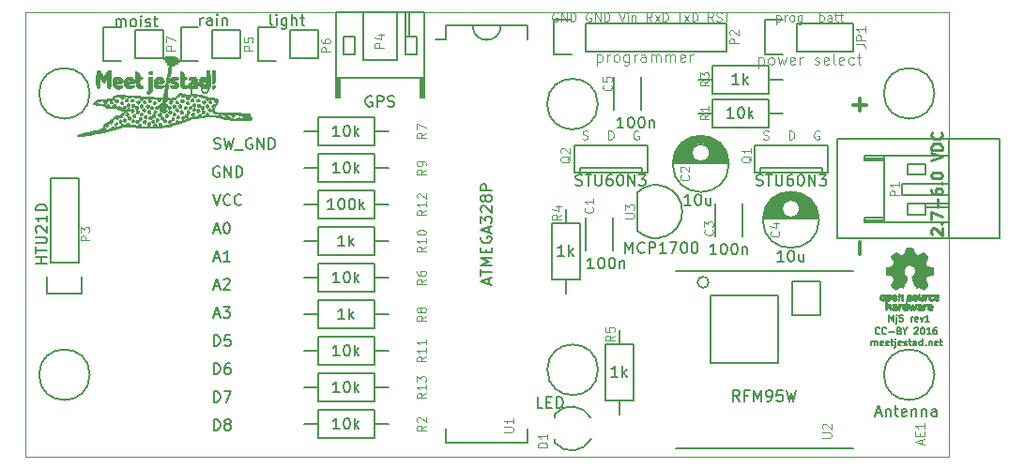
<source format=gbr>
G04 #@! TF.FileFunction,Legend,Top*
%FSLAX46Y46*%
G04 Gerber Fmt 4.6, Leading zero omitted, Abs format (unit mm)*
G04 Created by KiCad (PCBNEW 4.0.2+dfsg1-2~bpo8+1-stable) date vr 27 mei 2016 03:00:12 CEST*
%MOMM*%
G01*
G04 APERTURE LIST*
%ADD10C,0.100000*%
%ADD11C,0.150000*%
%ADD12C,0.250000*%
%ADD13C,0.300000*%
%ADD14C,0.010000*%
G04 APERTURE END LIST*
D10*
X219456000Y-140716000D02*
X136144000Y-140716000D01*
X219456000Y-100584000D02*
X219456000Y-140716000D01*
X136144000Y-100584000D02*
X219456000Y-100584000D01*
X136144000Y-140716000D02*
X136144000Y-100584000D01*
X187762095Y-104433714D02*
X187762095Y-105433714D01*
X187762095Y-104481333D02*
X187857333Y-104433714D01*
X188047810Y-104433714D01*
X188143048Y-104481333D01*
X188190667Y-104528952D01*
X188238286Y-104624190D01*
X188238286Y-104909905D01*
X188190667Y-105005143D01*
X188143048Y-105052762D01*
X188047810Y-105100381D01*
X187857333Y-105100381D01*
X187762095Y-105052762D01*
X188666857Y-105100381D02*
X188666857Y-104433714D01*
X188666857Y-104624190D02*
X188714476Y-104528952D01*
X188762095Y-104481333D01*
X188857333Y-104433714D01*
X188952572Y-104433714D01*
X189428762Y-105100381D02*
X189333524Y-105052762D01*
X189285905Y-105005143D01*
X189238286Y-104909905D01*
X189238286Y-104624190D01*
X189285905Y-104528952D01*
X189333524Y-104481333D01*
X189428762Y-104433714D01*
X189571620Y-104433714D01*
X189666858Y-104481333D01*
X189714477Y-104528952D01*
X189762096Y-104624190D01*
X189762096Y-104909905D01*
X189714477Y-105005143D01*
X189666858Y-105052762D01*
X189571620Y-105100381D01*
X189428762Y-105100381D01*
X190619239Y-104433714D02*
X190619239Y-105243238D01*
X190571620Y-105338476D01*
X190524001Y-105386095D01*
X190428762Y-105433714D01*
X190285905Y-105433714D01*
X190190667Y-105386095D01*
X190619239Y-105052762D02*
X190524001Y-105100381D01*
X190333524Y-105100381D01*
X190238286Y-105052762D01*
X190190667Y-105005143D01*
X190143048Y-104909905D01*
X190143048Y-104624190D01*
X190190667Y-104528952D01*
X190238286Y-104481333D01*
X190333524Y-104433714D01*
X190524001Y-104433714D01*
X190619239Y-104481333D01*
X191095429Y-105100381D02*
X191095429Y-104433714D01*
X191095429Y-104624190D02*
X191143048Y-104528952D01*
X191190667Y-104481333D01*
X191285905Y-104433714D01*
X191381144Y-104433714D01*
X192143049Y-105100381D02*
X192143049Y-104576571D01*
X192095430Y-104481333D01*
X192000192Y-104433714D01*
X191809715Y-104433714D01*
X191714477Y-104481333D01*
X192143049Y-105052762D02*
X192047811Y-105100381D01*
X191809715Y-105100381D01*
X191714477Y-105052762D01*
X191666858Y-104957524D01*
X191666858Y-104862286D01*
X191714477Y-104767048D01*
X191809715Y-104719429D01*
X192047811Y-104719429D01*
X192143049Y-104671810D01*
X192619239Y-105100381D02*
X192619239Y-104433714D01*
X192619239Y-104528952D02*
X192666858Y-104481333D01*
X192762096Y-104433714D01*
X192904954Y-104433714D01*
X193000192Y-104481333D01*
X193047811Y-104576571D01*
X193047811Y-105100381D01*
X193047811Y-104576571D02*
X193095430Y-104481333D01*
X193190668Y-104433714D01*
X193333525Y-104433714D01*
X193428763Y-104481333D01*
X193476382Y-104576571D01*
X193476382Y-105100381D01*
X193952572Y-105100381D02*
X193952572Y-104433714D01*
X193952572Y-104528952D02*
X194000191Y-104481333D01*
X194095429Y-104433714D01*
X194238287Y-104433714D01*
X194333525Y-104481333D01*
X194381144Y-104576571D01*
X194381144Y-105100381D01*
X194381144Y-104576571D02*
X194428763Y-104481333D01*
X194524001Y-104433714D01*
X194666858Y-104433714D01*
X194762096Y-104481333D01*
X194809715Y-104576571D01*
X194809715Y-105100381D01*
X195666858Y-105052762D02*
X195571620Y-105100381D01*
X195381143Y-105100381D01*
X195285905Y-105052762D01*
X195238286Y-104957524D01*
X195238286Y-104576571D01*
X195285905Y-104481333D01*
X195381143Y-104433714D01*
X195571620Y-104433714D01*
X195666858Y-104481333D01*
X195714477Y-104576571D01*
X195714477Y-104671810D01*
X195238286Y-104767048D01*
X196143048Y-105100381D02*
X196143048Y-104433714D01*
X196143048Y-104624190D02*
X196190667Y-104528952D01*
X196238286Y-104481333D01*
X196333524Y-104433714D01*
X196428763Y-104433714D01*
X202335380Y-104687714D02*
X202335380Y-105687714D01*
X202335380Y-104735333D02*
X202430618Y-104687714D01*
X202621095Y-104687714D01*
X202716333Y-104735333D01*
X202763952Y-104782952D01*
X202811571Y-104878190D01*
X202811571Y-105163905D01*
X202763952Y-105259143D01*
X202716333Y-105306762D01*
X202621095Y-105354381D01*
X202430618Y-105354381D01*
X202335380Y-105306762D01*
X203382999Y-105354381D02*
X203287761Y-105306762D01*
X203240142Y-105259143D01*
X203192523Y-105163905D01*
X203192523Y-104878190D01*
X203240142Y-104782952D01*
X203287761Y-104735333D01*
X203382999Y-104687714D01*
X203525857Y-104687714D01*
X203621095Y-104735333D01*
X203668714Y-104782952D01*
X203716333Y-104878190D01*
X203716333Y-105163905D01*
X203668714Y-105259143D01*
X203621095Y-105306762D01*
X203525857Y-105354381D01*
X203382999Y-105354381D01*
X204049666Y-104687714D02*
X204240142Y-105354381D01*
X204430619Y-104878190D01*
X204621095Y-105354381D01*
X204811571Y-104687714D01*
X205573476Y-105306762D02*
X205478238Y-105354381D01*
X205287761Y-105354381D01*
X205192523Y-105306762D01*
X205144904Y-105211524D01*
X205144904Y-104830571D01*
X205192523Y-104735333D01*
X205287761Y-104687714D01*
X205478238Y-104687714D01*
X205573476Y-104735333D01*
X205621095Y-104830571D01*
X205621095Y-104925810D01*
X205144904Y-105021048D01*
X206049666Y-105354381D02*
X206049666Y-104687714D01*
X206049666Y-104878190D02*
X206097285Y-104782952D01*
X206144904Y-104735333D01*
X206240142Y-104687714D01*
X206335381Y-104687714D01*
X207383000Y-105306762D02*
X207478238Y-105354381D01*
X207668714Y-105354381D01*
X207763953Y-105306762D01*
X207811572Y-105211524D01*
X207811572Y-105163905D01*
X207763953Y-105068667D01*
X207668714Y-105021048D01*
X207525857Y-105021048D01*
X207430619Y-104973429D01*
X207383000Y-104878190D01*
X207383000Y-104830571D01*
X207430619Y-104735333D01*
X207525857Y-104687714D01*
X207668714Y-104687714D01*
X207763953Y-104735333D01*
X208621096Y-105306762D02*
X208525858Y-105354381D01*
X208335381Y-105354381D01*
X208240143Y-105306762D01*
X208192524Y-105211524D01*
X208192524Y-104830571D01*
X208240143Y-104735333D01*
X208335381Y-104687714D01*
X208525858Y-104687714D01*
X208621096Y-104735333D01*
X208668715Y-104830571D01*
X208668715Y-104925810D01*
X208192524Y-105021048D01*
X209240143Y-105354381D02*
X209144905Y-105306762D01*
X209097286Y-105211524D01*
X209097286Y-104354381D01*
X210002049Y-105306762D02*
X209906811Y-105354381D01*
X209716334Y-105354381D01*
X209621096Y-105306762D01*
X209573477Y-105211524D01*
X209573477Y-104830571D01*
X209621096Y-104735333D01*
X209716334Y-104687714D01*
X209906811Y-104687714D01*
X210002049Y-104735333D01*
X210049668Y-104830571D01*
X210049668Y-104925810D01*
X209573477Y-105021048D01*
X210906811Y-105306762D02*
X210811573Y-105354381D01*
X210621096Y-105354381D01*
X210525858Y-105306762D01*
X210478239Y-105259143D01*
X210430620Y-105163905D01*
X210430620Y-104878190D01*
X210478239Y-104782952D01*
X210525858Y-104735333D01*
X210621096Y-104687714D01*
X210811573Y-104687714D01*
X210906811Y-104735333D01*
X211192525Y-104687714D02*
X211573477Y-104687714D01*
X211335382Y-104354381D02*
X211335382Y-105211524D01*
X211383001Y-105306762D01*
X211478239Y-105354381D01*
X211573477Y-105354381D01*
D11*
X153194095Y-112926762D02*
X153336952Y-112974381D01*
X153575048Y-112974381D01*
X153670286Y-112926762D01*
X153717905Y-112879143D01*
X153765524Y-112783905D01*
X153765524Y-112688667D01*
X153717905Y-112593429D01*
X153670286Y-112545810D01*
X153575048Y-112498190D01*
X153384571Y-112450571D01*
X153289333Y-112402952D01*
X153241714Y-112355333D01*
X153194095Y-112260095D01*
X153194095Y-112164857D01*
X153241714Y-112069619D01*
X153289333Y-112022000D01*
X153384571Y-111974381D01*
X153622667Y-111974381D01*
X153765524Y-112022000D01*
X154098857Y-111974381D02*
X154336952Y-112974381D01*
X154527429Y-112260095D01*
X154717905Y-112974381D01*
X154956000Y-111974381D01*
X155098857Y-113069619D02*
X155860762Y-113069619D01*
X156622667Y-112022000D02*
X156527429Y-111974381D01*
X156384572Y-111974381D01*
X156241714Y-112022000D01*
X156146476Y-112117238D01*
X156098857Y-112212476D01*
X156051238Y-112402952D01*
X156051238Y-112545810D01*
X156098857Y-112736286D01*
X156146476Y-112831524D01*
X156241714Y-112926762D01*
X156384572Y-112974381D01*
X156479810Y-112974381D01*
X156622667Y-112926762D01*
X156670286Y-112879143D01*
X156670286Y-112545810D01*
X156479810Y-112545810D01*
X157098857Y-112974381D02*
X157098857Y-111974381D01*
X157670286Y-112974381D01*
X157670286Y-111974381D01*
X158146476Y-112974381D02*
X158146476Y-111974381D01*
X158384571Y-111974381D01*
X158527429Y-112022000D01*
X158622667Y-112117238D01*
X158670286Y-112212476D01*
X158717905Y-112402952D01*
X158717905Y-112545810D01*
X158670286Y-112736286D01*
X158622667Y-112831524D01*
X158527429Y-112926762D01*
X158384571Y-112974381D01*
X158146476Y-112974381D01*
D12*
X217987619Y-120697047D02*
X217940000Y-120649428D01*
X217892381Y-120554190D01*
X217892381Y-120316094D01*
X217940000Y-120220856D01*
X217987619Y-120173237D01*
X218082857Y-120125618D01*
X218178095Y-120125618D01*
X218320952Y-120173237D01*
X218892381Y-120744666D01*
X218892381Y-120125618D01*
X218797143Y-119697047D02*
X218844762Y-119649428D01*
X218892381Y-119697047D01*
X218844762Y-119744666D01*
X218797143Y-119697047D01*
X218892381Y-119697047D01*
X217892381Y-119316095D02*
X217892381Y-118649428D01*
X218892381Y-119078000D01*
X218511429Y-118268476D02*
X218511429Y-117506571D01*
X217892381Y-116601809D02*
X217892381Y-116792286D01*
X217940000Y-116887524D01*
X217987619Y-116935143D01*
X218130476Y-117030381D01*
X218320952Y-117078000D01*
X218701905Y-117078000D01*
X218797143Y-117030381D01*
X218844762Y-116982762D01*
X218892381Y-116887524D01*
X218892381Y-116697047D01*
X218844762Y-116601809D01*
X218797143Y-116554190D01*
X218701905Y-116506571D01*
X218463810Y-116506571D01*
X218368571Y-116554190D01*
X218320952Y-116601809D01*
X218273333Y-116697047D01*
X218273333Y-116887524D01*
X218320952Y-116982762D01*
X218368571Y-117030381D01*
X218463810Y-117078000D01*
X218797143Y-116078000D02*
X218844762Y-116030381D01*
X218892381Y-116078000D01*
X218844762Y-116125619D01*
X218797143Y-116078000D01*
X218892381Y-116078000D01*
X217892381Y-115411334D02*
X217892381Y-115316095D01*
X217940000Y-115220857D01*
X217987619Y-115173238D01*
X218082857Y-115125619D01*
X218273333Y-115078000D01*
X218511429Y-115078000D01*
X218701905Y-115125619D01*
X218797143Y-115173238D01*
X218844762Y-115220857D01*
X218892381Y-115316095D01*
X218892381Y-115411334D01*
X218844762Y-115506572D01*
X218797143Y-115554191D01*
X218701905Y-115601810D01*
X218511429Y-115649429D01*
X218273333Y-115649429D01*
X218082857Y-115601810D01*
X217987619Y-115554191D01*
X217940000Y-115506572D01*
X217892381Y-115411334D01*
X217892381Y-114030381D02*
X218892381Y-113697048D01*
X217892381Y-113363714D01*
X218892381Y-113030381D02*
X217892381Y-113030381D01*
X217892381Y-112792286D01*
X217940000Y-112649428D01*
X218035238Y-112554190D01*
X218130476Y-112506571D01*
X218320952Y-112458952D01*
X218463810Y-112458952D01*
X218654286Y-112506571D01*
X218749524Y-112554190D01*
X218844762Y-112649428D01*
X218892381Y-112792286D01*
X218892381Y-113030381D01*
X218797143Y-111458952D02*
X218844762Y-111506571D01*
X218892381Y-111649428D01*
X218892381Y-111744666D01*
X218844762Y-111887524D01*
X218749524Y-111982762D01*
X218654286Y-112030381D01*
X218463810Y-112078000D01*
X218320952Y-112078000D01*
X218130476Y-112030381D01*
X218035238Y-111982762D01*
X217940000Y-111887524D01*
X217892381Y-111744666D01*
X217892381Y-111649428D01*
X217940000Y-111506571D01*
X217987619Y-111458952D01*
D11*
X214085714Y-128541429D02*
X214085714Y-127941429D01*
X214285714Y-128370000D01*
X214485714Y-127941429D01*
X214485714Y-128541429D01*
X214771428Y-128141429D02*
X214771428Y-128655714D01*
X214742857Y-128712857D01*
X214685714Y-128741429D01*
X214657142Y-128741429D01*
X214771428Y-127941429D02*
X214742857Y-127970000D01*
X214771428Y-127998571D01*
X214800000Y-127970000D01*
X214771428Y-127941429D01*
X214771428Y-127998571D01*
X215028571Y-128512857D02*
X215114285Y-128541429D01*
X215257142Y-128541429D01*
X215314285Y-128512857D01*
X215342856Y-128484286D01*
X215371428Y-128427143D01*
X215371428Y-128370000D01*
X215342856Y-128312857D01*
X215314285Y-128284286D01*
X215257142Y-128255714D01*
X215142856Y-128227143D01*
X215085714Y-128198571D01*
X215057142Y-128170000D01*
X215028571Y-128112857D01*
X215028571Y-128055714D01*
X215057142Y-127998571D01*
X215085714Y-127970000D01*
X215142856Y-127941429D01*
X215285714Y-127941429D01*
X215371428Y-127970000D01*
X216085714Y-128541429D02*
X216085714Y-128141429D01*
X216085714Y-128255714D02*
X216114286Y-128198571D01*
X216142857Y-128170000D01*
X216200000Y-128141429D01*
X216257143Y-128141429D01*
X216685715Y-128512857D02*
X216628572Y-128541429D01*
X216514286Y-128541429D01*
X216457143Y-128512857D01*
X216428572Y-128455714D01*
X216428572Y-128227143D01*
X216457143Y-128170000D01*
X216514286Y-128141429D01*
X216628572Y-128141429D01*
X216685715Y-128170000D01*
X216714286Y-128227143D01*
X216714286Y-128284286D01*
X216428572Y-128341429D01*
X216914286Y-128141429D02*
X217057143Y-128541429D01*
X217200001Y-128141429D01*
X217742858Y-128541429D02*
X217400001Y-128541429D01*
X217571429Y-128541429D02*
X217571429Y-127941429D01*
X217514286Y-128027143D01*
X217457144Y-128084286D01*
X217400001Y-128112857D01*
X212503143Y-130700429D02*
X212503143Y-130300429D01*
X212503143Y-130357571D02*
X212531715Y-130329000D01*
X212588857Y-130300429D01*
X212674572Y-130300429D01*
X212731715Y-130329000D01*
X212760286Y-130386143D01*
X212760286Y-130700429D01*
X212760286Y-130386143D02*
X212788857Y-130329000D01*
X212846000Y-130300429D01*
X212931715Y-130300429D01*
X212988857Y-130329000D01*
X213017429Y-130386143D01*
X213017429Y-130700429D01*
X213531715Y-130671857D02*
X213474572Y-130700429D01*
X213360286Y-130700429D01*
X213303143Y-130671857D01*
X213274572Y-130614714D01*
X213274572Y-130386143D01*
X213303143Y-130329000D01*
X213360286Y-130300429D01*
X213474572Y-130300429D01*
X213531715Y-130329000D01*
X213560286Y-130386143D01*
X213560286Y-130443286D01*
X213274572Y-130500429D01*
X214046001Y-130671857D02*
X213988858Y-130700429D01*
X213874572Y-130700429D01*
X213817429Y-130671857D01*
X213788858Y-130614714D01*
X213788858Y-130386143D01*
X213817429Y-130329000D01*
X213874572Y-130300429D01*
X213988858Y-130300429D01*
X214046001Y-130329000D01*
X214074572Y-130386143D01*
X214074572Y-130443286D01*
X213788858Y-130500429D01*
X214246001Y-130300429D02*
X214474572Y-130300429D01*
X214331715Y-130100429D02*
X214331715Y-130614714D01*
X214360287Y-130671857D01*
X214417429Y-130700429D01*
X214474572Y-130700429D01*
X214674572Y-130300429D02*
X214674572Y-130814714D01*
X214646001Y-130871857D01*
X214588858Y-130900429D01*
X214560286Y-130900429D01*
X214674572Y-130100429D02*
X214646001Y-130129000D01*
X214674572Y-130157571D01*
X214703144Y-130129000D01*
X214674572Y-130100429D01*
X214674572Y-130157571D01*
X215188858Y-130671857D02*
X215131715Y-130700429D01*
X215017429Y-130700429D01*
X214960286Y-130671857D01*
X214931715Y-130614714D01*
X214931715Y-130386143D01*
X214960286Y-130329000D01*
X215017429Y-130300429D01*
X215131715Y-130300429D01*
X215188858Y-130329000D01*
X215217429Y-130386143D01*
X215217429Y-130443286D01*
X214931715Y-130500429D01*
X215446001Y-130671857D02*
X215503144Y-130700429D01*
X215617429Y-130700429D01*
X215674572Y-130671857D01*
X215703144Y-130614714D01*
X215703144Y-130586143D01*
X215674572Y-130529000D01*
X215617429Y-130500429D01*
X215531715Y-130500429D01*
X215474572Y-130471857D01*
X215446001Y-130414714D01*
X215446001Y-130386143D01*
X215474572Y-130329000D01*
X215531715Y-130300429D01*
X215617429Y-130300429D01*
X215674572Y-130329000D01*
X215874572Y-130300429D02*
X216103143Y-130300429D01*
X215960286Y-130100429D02*
X215960286Y-130614714D01*
X215988858Y-130671857D01*
X216046000Y-130700429D01*
X216103143Y-130700429D01*
X216560286Y-130700429D02*
X216560286Y-130386143D01*
X216531715Y-130329000D01*
X216474572Y-130300429D01*
X216360286Y-130300429D01*
X216303143Y-130329000D01*
X216560286Y-130671857D02*
X216503143Y-130700429D01*
X216360286Y-130700429D01*
X216303143Y-130671857D01*
X216274572Y-130614714D01*
X216274572Y-130557571D01*
X216303143Y-130500429D01*
X216360286Y-130471857D01*
X216503143Y-130471857D01*
X216560286Y-130443286D01*
X217103143Y-130700429D02*
X217103143Y-130100429D01*
X217103143Y-130671857D02*
X217046000Y-130700429D01*
X216931714Y-130700429D01*
X216874572Y-130671857D01*
X216846000Y-130643286D01*
X216817429Y-130586143D01*
X216817429Y-130414714D01*
X216846000Y-130357571D01*
X216874572Y-130329000D01*
X216931714Y-130300429D01*
X217046000Y-130300429D01*
X217103143Y-130329000D01*
X217388857Y-130643286D02*
X217417429Y-130671857D01*
X217388857Y-130700429D01*
X217360286Y-130671857D01*
X217388857Y-130643286D01*
X217388857Y-130700429D01*
X217674571Y-130300429D02*
X217674571Y-130700429D01*
X217674571Y-130357571D02*
X217703143Y-130329000D01*
X217760285Y-130300429D01*
X217846000Y-130300429D01*
X217903143Y-130329000D01*
X217931714Y-130386143D01*
X217931714Y-130700429D01*
X218446000Y-130671857D02*
X218388857Y-130700429D01*
X218274571Y-130700429D01*
X218217428Y-130671857D01*
X218188857Y-130614714D01*
X218188857Y-130386143D01*
X218217428Y-130329000D01*
X218274571Y-130300429D01*
X218388857Y-130300429D01*
X218446000Y-130329000D01*
X218474571Y-130386143D01*
X218474571Y-130443286D01*
X218188857Y-130500429D01*
X218646000Y-130300429D02*
X218874571Y-130300429D01*
X218731714Y-130100429D02*
X218731714Y-130614714D01*
X218760286Y-130671857D01*
X218817428Y-130700429D01*
X218874571Y-130700429D01*
X213231713Y-129627286D02*
X213203142Y-129655857D01*
X213117428Y-129684429D01*
X213060285Y-129684429D01*
X212974570Y-129655857D01*
X212917428Y-129598714D01*
X212888856Y-129541571D01*
X212860285Y-129427286D01*
X212860285Y-129341571D01*
X212888856Y-129227286D01*
X212917428Y-129170143D01*
X212974570Y-129113000D01*
X213060285Y-129084429D01*
X213117428Y-129084429D01*
X213203142Y-129113000D01*
X213231713Y-129141571D01*
X213831713Y-129627286D02*
X213803142Y-129655857D01*
X213717428Y-129684429D01*
X213660285Y-129684429D01*
X213574570Y-129655857D01*
X213517428Y-129598714D01*
X213488856Y-129541571D01*
X213460285Y-129427286D01*
X213460285Y-129341571D01*
X213488856Y-129227286D01*
X213517428Y-129170143D01*
X213574570Y-129113000D01*
X213660285Y-129084429D01*
X213717428Y-129084429D01*
X213803142Y-129113000D01*
X213831713Y-129141571D01*
X214088856Y-129455857D02*
X214545999Y-129455857D01*
X215031713Y-129370143D02*
X215117427Y-129398714D01*
X215145999Y-129427286D01*
X215174570Y-129484429D01*
X215174570Y-129570143D01*
X215145999Y-129627286D01*
X215117427Y-129655857D01*
X215060285Y-129684429D01*
X214831713Y-129684429D01*
X214831713Y-129084429D01*
X215031713Y-129084429D01*
X215088856Y-129113000D01*
X215117427Y-129141571D01*
X215145999Y-129198714D01*
X215145999Y-129255857D01*
X215117427Y-129313000D01*
X215088856Y-129341571D01*
X215031713Y-129370143D01*
X214831713Y-129370143D01*
X215545999Y-129398714D02*
X215545999Y-129684429D01*
X215345999Y-129084429D02*
X215545999Y-129398714D01*
X215745999Y-129084429D01*
X216374571Y-129141571D02*
X216403142Y-129113000D01*
X216460285Y-129084429D01*
X216603142Y-129084429D01*
X216660285Y-129113000D01*
X216688856Y-129141571D01*
X216717428Y-129198714D01*
X216717428Y-129255857D01*
X216688856Y-129341571D01*
X216345999Y-129684429D01*
X216717428Y-129684429D01*
X217088857Y-129084429D02*
X217146000Y-129084429D01*
X217203143Y-129113000D01*
X217231714Y-129141571D01*
X217260285Y-129198714D01*
X217288857Y-129313000D01*
X217288857Y-129455857D01*
X217260285Y-129570143D01*
X217231714Y-129627286D01*
X217203143Y-129655857D01*
X217146000Y-129684429D01*
X217088857Y-129684429D01*
X217031714Y-129655857D01*
X217003143Y-129627286D01*
X216974571Y-129570143D01*
X216946000Y-129455857D01*
X216946000Y-129313000D01*
X216974571Y-129198714D01*
X217003143Y-129141571D01*
X217031714Y-129113000D01*
X217088857Y-129084429D01*
X217860286Y-129684429D02*
X217517429Y-129684429D01*
X217688857Y-129684429D02*
X217688857Y-129084429D01*
X217631714Y-129170143D01*
X217574572Y-129227286D01*
X217517429Y-129255857D01*
X218374572Y-129084429D02*
X218260286Y-129084429D01*
X218203143Y-129113000D01*
X218174572Y-129141571D01*
X218117429Y-129227286D01*
X218088858Y-129341571D01*
X218088858Y-129570143D01*
X218117429Y-129627286D01*
X218146001Y-129655857D01*
X218203143Y-129684429D01*
X218317429Y-129684429D01*
X218374572Y-129655857D01*
X218403143Y-129627286D01*
X218431715Y-129570143D01*
X218431715Y-129427286D01*
X218403143Y-129370143D01*
X218374572Y-129341571D01*
X218317429Y-129313000D01*
X218203143Y-129313000D01*
X218146001Y-129341571D01*
X218117429Y-129370143D01*
X218088858Y-129427286D01*
X153185905Y-138374381D02*
X153185905Y-137374381D01*
X153424000Y-137374381D01*
X153566858Y-137422000D01*
X153662096Y-137517238D01*
X153709715Y-137612476D01*
X153757334Y-137802952D01*
X153757334Y-137945810D01*
X153709715Y-138136286D01*
X153662096Y-138231524D01*
X153566858Y-138326762D01*
X153424000Y-138374381D01*
X153185905Y-138374381D01*
X154328762Y-137802952D02*
X154233524Y-137755333D01*
X154185905Y-137707714D01*
X154138286Y-137612476D01*
X154138286Y-137564857D01*
X154185905Y-137469619D01*
X154233524Y-137422000D01*
X154328762Y-137374381D01*
X154519239Y-137374381D01*
X154614477Y-137422000D01*
X154662096Y-137469619D01*
X154709715Y-137564857D01*
X154709715Y-137612476D01*
X154662096Y-137707714D01*
X154614477Y-137755333D01*
X154519239Y-137802952D01*
X154328762Y-137802952D01*
X154233524Y-137850571D01*
X154185905Y-137898190D01*
X154138286Y-137993429D01*
X154138286Y-138183905D01*
X154185905Y-138279143D01*
X154233524Y-138326762D01*
X154328762Y-138374381D01*
X154519239Y-138374381D01*
X154614477Y-138326762D01*
X154662096Y-138279143D01*
X154709715Y-138183905D01*
X154709715Y-137993429D01*
X154662096Y-137898190D01*
X154614477Y-137850571D01*
X154519239Y-137802952D01*
X153185905Y-135834381D02*
X153185905Y-134834381D01*
X153424000Y-134834381D01*
X153566858Y-134882000D01*
X153662096Y-134977238D01*
X153709715Y-135072476D01*
X153757334Y-135262952D01*
X153757334Y-135405810D01*
X153709715Y-135596286D01*
X153662096Y-135691524D01*
X153566858Y-135786762D01*
X153424000Y-135834381D01*
X153185905Y-135834381D01*
X154090667Y-134834381D02*
X154757334Y-134834381D01*
X154328762Y-135834381D01*
X153185905Y-133294381D02*
X153185905Y-132294381D01*
X153424000Y-132294381D01*
X153566858Y-132342000D01*
X153662096Y-132437238D01*
X153709715Y-132532476D01*
X153757334Y-132722952D01*
X153757334Y-132865810D01*
X153709715Y-133056286D01*
X153662096Y-133151524D01*
X153566858Y-133246762D01*
X153424000Y-133294381D01*
X153185905Y-133294381D01*
X154614477Y-132294381D02*
X154424000Y-132294381D01*
X154328762Y-132342000D01*
X154281143Y-132389619D01*
X154185905Y-132532476D01*
X154138286Y-132722952D01*
X154138286Y-133103905D01*
X154185905Y-133199143D01*
X154233524Y-133246762D01*
X154328762Y-133294381D01*
X154519239Y-133294381D01*
X154614477Y-133246762D01*
X154662096Y-133199143D01*
X154709715Y-133103905D01*
X154709715Y-132865810D01*
X154662096Y-132770571D01*
X154614477Y-132722952D01*
X154519239Y-132675333D01*
X154328762Y-132675333D01*
X154233524Y-132722952D01*
X154185905Y-132770571D01*
X154138286Y-132865810D01*
X153209714Y-125388667D02*
X153685905Y-125388667D01*
X153114476Y-125674381D02*
X153447809Y-124674381D01*
X153781143Y-125674381D01*
X154066857Y-124769619D02*
X154114476Y-124722000D01*
X154209714Y-124674381D01*
X154447810Y-124674381D01*
X154543048Y-124722000D01*
X154590667Y-124769619D01*
X154638286Y-124864857D01*
X154638286Y-124960095D01*
X154590667Y-125102952D01*
X154019238Y-125674381D01*
X154638286Y-125674381D01*
X153185905Y-130754381D02*
X153185905Y-129754381D01*
X153424000Y-129754381D01*
X153566858Y-129802000D01*
X153662096Y-129897238D01*
X153709715Y-129992476D01*
X153757334Y-130182952D01*
X153757334Y-130325810D01*
X153709715Y-130516286D01*
X153662096Y-130611524D01*
X153566858Y-130706762D01*
X153424000Y-130754381D01*
X153185905Y-130754381D01*
X154662096Y-129754381D02*
X154185905Y-129754381D01*
X154138286Y-130230571D01*
X154185905Y-130182952D01*
X154281143Y-130135333D01*
X154519239Y-130135333D01*
X154614477Y-130182952D01*
X154662096Y-130230571D01*
X154709715Y-130325810D01*
X154709715Y-130563905D01*
X154662096Y-130659143D01*
X154614477Y-130706762D01*
X154519239Y-130754381D01*
X154281143Y-130754381D01*
X154185905Y-130706762D01*
X154138286Y-130659143D01*
X153209714Y-127928667D02*
X153685905Y-127928667D01*
X153114476Y-128214381D02*
X153447809Y-127214381D01*
X153781143Y-128214381D01*
X154019238Y-127214381D02*
X154638286Y-127214381D01*
X154304952Y-127595333D01*
X154447810Y-127595333D01*
X154543048Y-127642952D01*
X154590667Y-127690571D01*
X154638286Y-127785810D01*
X154638286Y-128023905D01*
X154590667Y-128119143D01*
X154543048Y-128166762D01*
X154447810Y-128214381D01*
X154162095Y-128214381D01*
X154066857Y-128166762D01*
X154019238Y-128119143D01*
X153209714Y-122848667D02*
X153685905Y-122848667D01*
X153114476Y-123134381D02*
X153447809Y-122134381D01*
X153781143Y-123134381D01*
X154638286Y-123134381D02*
X154066857Y-123134381D01*
X154352571Y-123134381D02*
X154352571Y-122134381D01*
X154257333Y-122277238D01*
X154162095Y-122372476D01*
X154066857Y-122420095D01*
X153098667Y-117054381D02*
X153432000Y-118054381D01*
X153765334Y-117054381D01*
X154670096Y-117959143D02*
X154622477Y-118006762D01*
X154479620Y-118054381D01*
X154384382Y-118054381D01*
X154241524Y-118006762D01*
X154146286Y-117911524D01*
X154098667Y-117816286D01*
X154051048Y-117625810D01*
X154051048Y-117482952D01*
X154098667Y-117292476D01*
X154146286Y-117197238D01*
X154241524Y-117102000D01*
X154384382Y-117054381D01*
X154479620Y-117054381D01*
X154622477Y-117102000D01*
X154670096Y-117149619D01*
X155670096Y-117959143D02*
X155622477Y-118006762D01*
X155479620Y-118054381D01*
X155384382Y-118054381D01*
X155241524Y-118006762D01*
X155146286Y-117911524D01*
X155098667Y-117816286D01*
X155051048Y-117625810D01*
X155051048Y-117482952D01*
X155098667Y-117292476D01*
X155146286Y-117197238D01*
X155241524Y-117102000D01*
X155384382Y-117054381D01*
X155479620Y-117054381D01*
X155622477Y-117102000D01*
X155670096Y-117149619D01*
X153209714Y-120308667D02*
X153685905Y-120308667D01*
X153114476Y-120594381D02*
X153447809Y-119594381D01*
X153781143Y-120594381D01*
X154304952Y-119594381D02*
X154400191Y-119594381D01*
X154495429Y-119642000D01*
X154543048Y-119689619D01*
X154590667Y-119784857D01*
X154638286Y-119975333D01*
X154638286Y-120213429D01*
X154590667Y-120403905D01*
X154543048Y-120499143D01*
X154495429Y-120546762D01*
X154400191Y-120594381D01*
X154304952Y-120594381D01*
X154209714Y-120546762D01*
X154162095Y-120499143D01*
X154114476Y-120403905D01*
X154066857Y-120213429D01*
X154066857Y-119975333D01*
X154114476Y-119784857D01*
X154162095Y-119689619D01*
X154209714Y-119642000D01*
X154304952Y-119594381D01*
X153670096Y-114562000D02*
X153574858Y-114514381D01*
X153432001Y-114514381D01*
X153289143Y-114562000D01*
X153193905Y-114657238D01*
X153146286Y-114752476D01*
X153098667Y-114942952D01*
X153098667Y-115085810D01*
X153146286Y-115276286D01*
X153193905Y-115371524D01*
X153289143Y-115466762D01*
X153432001Y-115514381D01*
X153527239Y-115514381D01*
X153670096Y-115466762D01*
X153717715Y-115419143D01*
X153717715Y-115085810D01*
X153527239Y-115085810D01*
X154146286Y-115514381D02*
X154146286Y-114514381D01*
X154717715Y-115514381D01*
X154717715Y-114514381D01*
X155193905Y-115514381D02*
X155193905Y-114514381D01*
X155432000Y-114514381D01*
X155574858Y-114562000D01*
X155670096Y-114657238D01*
X155717715Y-114752476D01*
X155765334Y-114942952D01*
X155765334Y-115085810D01*
X155717715Y-115276286D01*
X155670096Y-115371524D01*
X155574858Y-115466762D01*
X155432000Y-115514381D01*
X155193905Y-115514381D01*
D13*
X211435143Y-122491428D02*
X211435143Y-121348571D01*
X211435143Y-109537428D02*
X211435143Y-108394571D01*
X212006571Y-108966000D02*
X210863714Y-108966000D01*
D11*
X217332560Y-117901720D02*
X219532200Y-117901720D01*
X219532200Y-117901720D02*
X219532200Y-118201440D01*
X219532200Y-118201440D02*
X217332560Y-118201440D01*
X215231980Y-116100860D02*
X219532200Y-116100860D01*
X215231980Y-117101620D02*
X219532200Y-117101620D01*
X215231980Y-116100860D02*
X215231980Y-117101620D01*
X217332560Y-115303300D02*
X215732360Y-115303300D01*
X217332560Y-114302540D02*
X217332560Y-115303300D01*
X215732360Y-114302540D02*
X217332560Y-114302540D01*
X215732360Y-115303300D02*
X215732360Y-114302540D01*
X215732360Y-118902480D02*
X215732360Y-117901720D01*
X215732360Y-117901720D02*
X217332560Y-117901720D01*
X217332560Y-117901720D02*
X217332560Y-118902480D01*
X217332560Y-118902480D02*
X215732360Y-118902480D01*
X213631780Y-113601500D02*
X213631780Y-119600980D01*
X211833460Y-113802160D02*
X213631780Y-113802160D01*
X211833460Y-119400320D02*
X213631780Y-119400320D01*
X219532200Y-119600980D02*
X219532200Y-113601500D01*
X219532200Y-113601500D02*
X211833460Y-113601500D01*
X211833460Y-113601500D02*
X211833460Y-114000280D01*
X211833460Y-114000280D02*
X213631780Y-114000280D01*
X213631780Y-119202200D02*
X211833460Y-119202200D01*
X211833460Y-119202200D02*
X211833460Y-119600980D01*
X211833460Y-119600980D02*
X219532200Y-119600980D01*
X219532200Y-121053860D02*
X219532200Y-112052100D01*
X224033080Y-121053860D02*
X224033080Y-112052100D01*
X224033080Y-112052100D02*
X209433160Y-112052100D01*
X209433160Y-112052100D02*
X209433160Y-121053860D01*
X209433160Y-121053860D02*
X224033080Y-121053860D01*
X170482260Y-102834440D02*
X170482260Y-100634800D01*
X170482260Y-100634800D02*
X170781980Y-100634800D01*
X170781980Y-100634800D02*
X170781980Y-102834440D01*
X172181520Y-106535220D02*
X164180520Y-106535220D01*
X169682160Y-104935020D02*
X166679880Y-104935020D01*
X172181520Y-100634800D02*
X164180520Y-100634800D01*
X166682420Y-104935020D02*
X166682420Y-100634800D01*
X169682160Y-104935020D02*
X169682160Y-100634800D01*
X165884860Y-102834440D02*
X165884860Y-104434640D01*
X164884100Y-102834440D02*
X165884860Y-102834440D01*
X164884100Y-104434640D02*
X164884100Y-102834440D01*
X165884860Y-104434640D02*
X164884100Y-104434640D01*
X171483020Y-104434640D02*
X170482260Y-104434640D01*
X170482260Y-104434640D02*
X170482260Y-102834440D01*
X170482260Y-102834440D02*
X171483020Y-102834440D01*
X171483020Y-102834440D02*
X171483020Y-104434640D01*
X164381180Y-108333540D02*
X164381180Y-106535220D01*
X171980860Y-108333540D02*
X171980860Y-106535220D01*
X164180520Y-100634800D02*
X164180520Y-108333540D01*
X164180520Y-108333540D02*
X164579300Y-108333540D01*
X164579300Y-108333540D02*
X164579300Y-106535220D01*
X171782740Y-106535220D02*
X171782740Y-108333540D01*
X171782740Y-108333540D02*
X172181520Y-108333540D01*
X172181520Y-108333540D02*
X172181520Y-100634800D01*
X205360000Y-127936000D02*
X205360000Y-124888000D01*
X207900000Y-127936000D02*
X205360000Y-127936000D01*
X207900000Y-124888000D02*
X207900000Y-127936000D01*
X205360000Y-124888000D02*
X207900000Y-124888000D01*
X197994000Y-132254000D02*
X197994000Y-126158000D01*
X204090000Y-132254000D02*
X197994000Y-132254000D01*
X204090000Y-126158000D02*
X204090000Y-132254000D01*
X197994000Y-126158000D02*
X204090000Y-126158000D01*
X197820000Y-125000000D02*
G75*
G03X197820000Y-125000000I-500000J0D01*
G01*
X194820000Y-140000000D02*
X210820000Y-140000000D01*
X194820000Y-124000000D02*
X210820000Y-124000000D01*
X183951000Y-139490000D02*
X183951000Y-139186967D01*
X183951000Y-136896000D02*
X183951000Y-137165668D01*
X187178744Y-137206357D02*
G75*
G03X183951000Y-136890000I-1727744J-1003643D01*
G01*
X183963780Y-139516726D02*
G75*
G03X187201000Y-139170000I1497220J1306726D01*
G01*
X202733000Y-119289000D02*
X207731000Y-119289000D01*
X202741000Y-119149000D02*
X205078000Y-119149000D01*
X205386000Y-119149000D02*
X207723000Y-119149000D01*
X202757000Y-119009000D02*
X204759000Y-119009000D01*
X205705000Y-119009000D02*
X207707000Y-119009000D01*
X202781000Y-118869000D02*
X204612000Y-118869000D01*
X205852000Y-118869000D02*
X207683000Y-118869000D01*
X202814000Y-118729000D02*
X204520000Y-118729000D01*
X205944000Y-118729000D02*
X207650000Y-118729000D01*
X202855000Y-118589000D02*
X204464000Y-118589000D01*
X206000000Y-118589000D02*
X207609000Y-118589000D01*
X202905000Y-118449000D02*
X204437000Y-118449000D01*
X206027000Y-118449000D02*
X207559000Y-118449000D01*
X202966000Y-118309000D02*
X204434000Y-118309000D01*
X206030000Y-118309000D02*
X207498000Y-118309000D01*
X203036000Y-118169000D02*
X204456000Y-118169000D01*
X206008000Y-118169000D02*
X207428000Y-118169000D01*
X203118000Y-118029000D02*
X204506000Y-118029000D01*
X205958000Y-118029000D02*
X207346000Y-118029000D01*
X203213000Y-117889000D02*
X204588000Y-117889000D01*
X205876000Y-117889000D02*
X207251000Y-117889000D01*
X203324000Y-117749000D02*
X204720000Y-117749000D01*
X205744000Y-117749000D02*
X207140000Y-117749000D01*
X203452000Y-117609000D02*
X204967000Y-117609000D01*
X205497000Y-117609000D02*
X207012000Y-117609000D01*
X203601000Y-117469000D02*
X206863000Y-117469000D01*
X203780000Y-117329000D02*
X206684000Y-117329000D01*
X203999000Y-117189000D02*
X206465000Y-117189000D01*
X204288000Y-117049000D02*
X206176000Y-117049000D01*
X204760000Y-116909000D02*
X205704000Y-116909000D01*
X206032000Y-118364000D02*
G75*
G03X206032000Y-118364000I-800000J0D01*
G01*
X207769500Y-119364000D02*
G75*
G03X207769500Y-119364000I-2537500J0D01*
G01*
X198394000Y-120860000D02*
X198394000Y-117860000D01*
X200894000Y-117860000D02*
X200894000Y-120860000D01*
X191340000Y-116918000D02*
X191340000Y-120318000D01*
X191342944Y-116920944D02*
G75*
G02X195440000Y-118618000I1697056J-1697056D01*
G01*
X191342944Y-120315056D02*
G75*
G03X195440000Y-118618000I1697056J1697056D01*
G01*
X167640000Y-125857000D02*
X162560000Y-125857000D01*
X162560000Y-125857000D02*
X162560000Y-123317000D01*
X162560000Y-123317000D02*
X167640000Y-123317000D01*
X167640000Y-123317000D02*
X167640000Y-125857000D01*
X167640000Y-124587000D02*
X168910000Y-124587000D01*
X162560000Y-124587000D02*
X161290000Y-124587000D01*
D14*
G36*
X149291555Y-105425755D02*
X149308731Y-105473688D01*
X149310626Y-105575840D01*
X149295945Y-105742890D01*
X149263390Y-105985519D01*
X149211664Y-106314407D01*
X149139471Y-106740232D01*
X149114677Y-106882494D01*
X149036501Y-107328214D01*
X148977934Y-107674911D01*
X148940583Y-107935007D01*
X148926056Y-108120922D01*
X148935961Y-108245078D01*
X148971906Y-108319897D01*
X149035498Y-108357800D01*
X149128346Y-108371208D01*
X149252056Y-108372543D01*
X149307530Y-108372469D01*
X149477227Y-108364467D01*
X149601063Y-108325593D01*
X149724334Y-108235471D01*
X149826292Y-108139090D01*
X150064968Y-107904848D01*
X150497244Y-107990863D01*
X150728100Y-108032871D01*
X150881996Y-108047679D01*
X150991430Y-108035704D01*
X151086731Y-107998451D01*
X151154121Y-107971599D01*
X151233632Y-107959955D01*
X151343455Y-107966022D01*
X151501784Y-107992305D01*
X151726811Y-108041308D01*
X152036726Y-108115534D01*
X152163515Y-108146679D01*
X152481339Y-108222789D01*
X152770957Y-108288018D01*
X153010283Y-108337707D01*
X153177235Y-108367196D01*
X153237872Y-108373333D01*
X153443248Y-108403076D01*
X153552678Y-108492086D01*
X153566094Y-108640037D01*
X153483425Y-108846601D01*
X153373666Y-109018449D01*
X153229612Y-109259646D01*
X153177119Y-109446928D01*
X153216445Y-109576485D01*
X153331333Y-109640779D01*
X153428489Y-109652414D01*
X153621642Y-109665061D01*
X153893916Y-109678002D01*
X154228432Y-109690518D01*
X154608314Y-109701893D01*
X154968222Y-109710419D01*
X155377415Y-109720817D01*
X155739754Y-109733701D01*
X156041647Y-109748316D01*
X156269505Y-109763905D01*
X156409736Y-109779712D01*
X156449889Y-109792878D01*
X156403832Y-109851113D01*
X156322889Y-109895574D01*
X156195889Y-109946622D01*
X156318272Y-109950200D01*
X156509127Y-109982554D01*
X156604811Y-110068294D01*
X156619222Y-110143795D01*
X156609948Y-110224092D01*
X156573291Y-110284109D01*
X156495997Y-110325894D01*
X156364812Y-110351495D01*
X156166483Y-110362961D01*
X155887755Y-110362339D01*
X155515376Y-110351679D01*
X155321000Y-110344435D01*
X154825050Y-110320639D01*
X154434230Y-110291493D01*
X154140873Y-110256253D01*
X153937314Y-110214178D01*
X153918244Y-110208538D01*
X153653404Y-110132857D01*
X153414484Y-110081679D01*
X153176430Y-110053900D01*
X152914192Y-110048415D01*
X152602718Y-110064122D01*
X152216957Y-110099916D01*
X151997916Y-110123923D01*
X151557228Y-110178269D01*
X151218243Y-110230729D01*
X150969843Y-110283359D01*
X150800912Y-110338216D01*
X150774787Y-110350068D01*
X150632917Y-110410971D01*
X150411827Y-110496720D01*
X150139510Y-110596826D01*
X149843963Y-110700799D01*
X149782668Y-110721768D01*
X149521434Y-110809794D01*
X149310909Y-110876008D01*
X149126332Y-110924640D01*
X148942946Y-110959920D01*
X148735991Y-110986077D01*
X148480709Y-111007340D01*
X148152339Y-111027941D01*
X147909539Y-111041765D01*
X147470143Y-111064085D01*
X147121264Y-111075542D01*
X146841042Y-111076021D01*
X146607617Y-111065407D01*
X146399129Y-111043586D01*
X146329094Y-111033447D01*
X145976331Y-110980445D01*
X145696797Y-110945527D01*
X145463322Y-110930587D01*
X145248736Y-110937522D01*
X145025870Y-110968227D01*
X144767554Y-111024596D01*
X144446618Y-111108526D01*
X144173222Y-111183840D01*
X143832231Y-111276761D01*
X143510932Y-111361378D01*
X143232211Y-111431886D01*
X143018952Y-111482481D01*
X142903222Y-111505983D01*
X142739934Y-111535645D01*
X142503244Y-111583151D01*
X142229758Y-111641009D01*
X142045805Y-111681468D01*
X141693204Y-111751320D01*
X141379771Y-111796159D01*
X141120994Y-111815208D01*
X140932359Y-111807685D01*
X140829357Y-111772813D01*
X140814778Y-111743410D01*
X140870314Y-111701102D01*
X140941007Y-111675333D01*
X141322778Y-111675333D01*
X141351000Y-111703556D01*
X141379222Y-111675333D01*
X141351000Y-111647111D01*
X141322778Y-111675333D01*
X140941007Y-111675333D01*
X141036334Y-111640585D01*
X141133208Y-111613009D01*
X141620287Y-111613009D01*
X141637121Y-111638664D01*
X141694370Y-111642655D01*
X141754598Y-111628870D01*
X141728472Y-111608553D01*
X141640256Y-111601824D01*
X141620287Y-111613009D01*
X141133208Y-111613009D01*
X141311956Y-111562127D01*
X141334192Y-111556565D01*
X141846065Y-111556565D01*
X141862898Y-111582219D01*
X141920148Y-111586210D01*
X141980376Y-111572426D01*
X141954250Y-111552109D01*
X141866034Y-111545380D01*
X141846065Y-111556565D01*
X141334192Y-111556565D01*
X141573954Y-111496593D01*
X142075370Y-111496593D01*
X142083118Y-111530149D01*
X142113000Y-111534222D01*
X142159460Y-111513570D01*
X142150629Y-111496593D01*
X142083643Y-111489837D01*
X142075370Y-111496593D01*
X141573954Y-111496593D01*
X141696295Y-111465992D01*
X141801918Y-111441095D01*
X142497583Y-111441095D01*
X142598169Y-111432134D01*
X142602609Y-111431239D01*
X142697793Y-111404984D01*
X142686171Y-111383849D01*
X142657338Y-111376510D01*
X142542272Y-111383628D01*
X142497836Y-111409031D01*
X142497583Y-111441095D01*
X141801918Y-111441095D01*
X141873111Y-111424314D01*
X142181953Y-111352428D01*
X142820496Y-111352428D01*
X142914061Y-111358369D01*
X142985066Y-111360037D01*
X143125873Y-111352288D01*
X143161665Y-111321619D01*
X143153047Y-111309914D01*
X143053950Y-111283154D01*
X142930091Y-111305062D01*
X142828497Y-111337317D01*
X142820496Y-111352428D01*
X142181953Y-111352428D01*
X142285545Y-111328316D01*
X142601086Y-111253287D01*
X142832696Y-111194196D01*
X142993335Y-111146013D01*
X143095966Y-111103709D01*
X143153550Y-111062252D01*
X143179048Y-111016614D01*
X143185421Y-110961763D01*
X143185444Y-110915019D01*
X143201095Y-110801292D01*
X143266361Y-110720248D01*
X143408719Y-110639710D01*
X143428520Y-110630319D01*
X143598532Y-110527571D01*
X143795471Y-110375645D01*
X143948509Y-110234919D01*
X144108938Y-110081257D01*
X144230140Y-109995717D01*
X144345071Y-109959627D01*
X144444787Y-109953778D01*
X144635419Y-109925427D01*
X144786745Y-109822239D01*
X144813798Y-109794552D01*
X144943440Y-109670965D01*
X145063686Y-109578156D01*
X145076333Y-109570491D01*
X145150152Y-109522566D01*
X145123888Y-109505754D01*
X145048111Y-109502699D01*
X144910667Y-109477624D01*
X144731765Y-109418053D01*
X144662181Y-109388646D01*
X144488355Y-109326094D01*
X144293044Y-109294903D01*
X144035826Y-109289408D01*
X143966158Y-109291108D01*
X143737834Y-109295268D01*
X143592804Y-109286543D01*
X143501649Y-109258350D01*
X143434951Y-109204106D01*
X143401186Y-109164673D01*
X143332895Y-109095047D01*
X143246829Y-109050034D01*
X143115066Y-109021783D01*
X142909684Y-109002441D01*
X142798986Y-108995340D01*
X142562373Y-108978647D01*
X142416968Y-108959193D01*
X142341145Y-108930761D01*
X142313278Y-108887132D01*
X142310555Y-108854907D01*
X142321299Y-108828953D01*
X142482400Y-108828953D01*
X142551777Y-108856504D01*
X142699773Y-108875608D01*
X142864220Y-108881681D01*
X143081027Y-108895086D01*
X143273261Y-108929412D01*
X143368889Y-108963000D01*
X143475234Y-109003968D01*
X143523806Y-108994048D01*
X143524111Y-108990875D01*
X143571143Y-108946940D01*
X143630961Y-108937778D01*
X143734255Y-108981713D01*
X143789344Y-109080024D01*
X143774963Y-109168649D01*
X143767673Y-109220176D01*
X143825140Y-109220631D01*
X143917242Y-109180113D01*
X144013857Y-109108722D01*
X144042663Y-109078889D01*
X144174845Y-108962611D01*
X144275545Y-108951428D01*
X144340900Y-109045452D01*
X144393485Y-109131701D01*
X144467455Y-109188315D01*
X144526661Y-109194186D01*
X144540111Y-109161784D01*
X144580829Y-109112067D01*
X144671250Y-109111684D01*
X144763771Y-109152738D01*
X144805876Y-109205889D01*
X144893211Y-109335924D01*
X145012689Y-109388469D01*
X145023848Y-109354816D01*
X144992263Y-109305385D01*
X144948205Y-109188408D01*
X144990985Y-109089686D01*
X145096745Y-109050667D01*
X145206855Y-109092749D01*
X145248789Y-109188820D01*
X145208157Y-109293618D01*
X145181506Y-109317289D01*
X145117857Y-109372100D01*
X145155483Y-109388453D01*
X145206656Y-109389333D01*
X145304056Y-109366059D01*
X145330333Y-109328963D01*
X145377092Y-109288899D01*
X145457333Y-109286630D01*
X145562533Y-109339348D01*
X145588119Y-109428638D01*
X145536300Y-109513297D01*
X145443222Y-109549661D01*
X145265685Y-109609665D01*
X145099888Y-109723607D01*
X144978805Y-109862823D01*
X144935222Y-109991279D01*
X144921194Y-110091638D01*
X144855867Y-110119883D01*
X144769767Y-110111640D01*
X144640581Y-110112539D01*
X144581972Y-110175024D01*
X144577495Y-110189900D01*
X144510110Y-110271900D01*
X144403300Y-110287251D01*
X144310109Y-110234066D01*
X144290973Y-110200095D01*
X144256120Y-110140854D01*
X144201640Y-110159339D01*
X144144736Y-110208017D01*
X144062184Y-110342948D01*
X144064875Y-110431555D01*
X144058352Y-110550080D01*
X143997333Y-110640569D01*
X143911851Y-110672778D01*
X143853507Y-110644419D01*
X143756450Y-110604262D01*
X143672688Y-110654188D01*
X143637000Y-110773452D01*
X143637000Y-110773557D01*
X143599695Y-110898847D01*
X143498490Y-110935735D01*
X143397111Y-110903720D01*
X143318771Y-110881039D01*
X143305367Y-110933369D01*
X143355606Y-111069640D01*
X143368889Y-111098596D01*
X143454331Y-111211450D01*
X143537957Y-111222782D01*
X143678857Y-111183543D01*
X143748477Y-111163938D01*
X143833419Y-111114531D01*
X143847520Y-111073974D01*
X143878620Y-111000594D01*
X143936639Y-110950414D01*
X144032527Y-110916950D01*
X144108328Y-110978600D01*
X144202996Y-111040307D01*
X144260244Y-111028171D01*
X144369496Y-110988950D01*
X144527650Y-110951190D01*
X144548002Y-110947402D01*
X144717477Y-110887017D01*
X144782607Y-110799053D01*
X144839132Y-110725621D01*
X144932414Y-110687454D01*
X145016989Y-110693981D01*
X145048111Y-110744000D01*
X145082438Y-110797983D01*
X145160635Y-110783249D01*
X145245528Y-110709662D01*
X145260789Y-110687556D01*
X145361033Y-110592346D01*
X145463716Y-110588083D01*
X145535608Y-110674328D01*
X145540720Y-110691242D01*
X145577334Y-110766158D01*
X145655940Y-110787243D01*
X145779763Y-110772581D01*
X145948256Y-110763547D01*
X146049840Y-110812608D01*
X146061350Y-110825339D01*
X146174218Y-110904673D01*
X146283066Y-110898573D01*
X146351163Y-110811895D01*
X146356518Y-110786333D01*
X146412597Y-110680121D01*
X146486671Y-110659333D01*
X146580961Y-110701857D01*
X146624003Y-110795702D01*
X146598799Y-110890277D01*
X146572038Y-110913378D01*
X146596504Y-110930502D01*
X146714224Y-110945263D01*
X146905566Y-110955969D01*
X147121110Y-110960709D01*
X147391132Y-110962185D01*
X147567832Y-110958261D01*
X147670765Y-110945114D01*
X147719486Y-110918923D01*
X147733552Y-110875865D01*
X147733514Y-110841012D01*
X147766908Y-110733760D01*
X147856222Y-110697741D01*
X147963021Y-110715548D01*
X147995370Y-110814816D01*
X147989906Y-110871000D01*
X148033118Y-110902173D01*
X148131244Y-110913333D01*
X148230811Y-110904188D01*
X148234946Y-110863725D01*
X148206649Y-110825834D01*
X148164752Y-110741542D01*
X148213823Y-110658729D01*
X148223583Y-110648782D01*
X148330659Y-110590941D01*
X148402178Y-110593399D01*
X148473169Y-110667645D01*
X148487288Y-110777057D01*
X148440808Y-110864673D01*
X148420666Y-110875951D01*
X148416219Y-110897081D01*
X148503028Y-110908751D01*
X148507105Y-110908877D01*
X148637987Y-110883952D01*
X148696588Y-110828667D01*
X148771859Y-110760173D01*
X148883705Y-110747627D01*
X148969476Y-110797979D01*
X149045467Y-110826472D01*
X149169882Y-110785775D01*
X149290026Y-110703454D01*
X149398345Y-110642734D01*
X149459359Y-110634055D01*
X149630978Y-110634869D01*
X149708553Y-110578346D01*
X149712617Y-110540145D01*
X149749258Y-110438978D01*
X149806861Y-110384922D01*
X149903546Y-110352911D01*
X149979356Y-110415259D01*
X150026093Y-110462882D01*
X150088699Y-110473713D01*
X150195691Y-110444394D01*
X150375589Y-110371568D01*
X150385273Y-110367461D01*
X150616822Y-110276648D01*
X150866667Y-110190649D01*
X151109401Y-110116741D01*
X151319617Y-110062203D01*
X151471906Y-110034311D01*
X151537540Y-110037405D01*
X151617867Y-110047490D01*
X151703088Y-110017167D01*
X151741468Y-109967993D01*
X151737075Y-109954259D01*
X151747166Y-109886321D01*
X151823756Y-109824394D01*
X151922879Y-109797757D01*
X151961836Y-109804580D01*
X152037036Y-109882532D01*
X152047222Y-109930367D01*
X152076204Y-109995511D01*
X152174222Y-109989354D01*
X152306771Y-109961566D01*
X152374252Y-109954548D01*
X152435564Y-109911779D01*
X152438120Y-109883222D01*
X152438277Y-109739726D01*
X152496148Y-109681806D01*
X152569333Y-109681741D01*
X152674431Y-109736657D01*
X152693917Y-109812667D01*
X152703002Y-109869876D01*
X152748449Y-109905089D01*
X152853028Y-109924871D01*
X153039506Y-109935789D01*
X153131361Y-109938823D01*
X153354895Y-109938880D01*
X153508031Y-109925134D01*
X153570702Y-109899516D01*
X153571222Y-109896490D01*
X153619531Y-109854691D01*
X153712333Y-109840889D01*
X153823501Y-109867835D01*
X153853444Y-109951125D01*
X153900988Y-110041363D01*
X154015159Y-110110568D01*
X154153266Y-110145693D01*
X154272618Y-110133692D01*
X154320289Y-110093786D01*
X154410921Y-110017443D01*
X154520596Y-110038911D01*
X154600321Y-110123111D01*
X154665701Y-110190793D01*
X154774224Y-110225258D01*
X154958240Y-110235881D01*
X154989872Y-110236000D01*
X155194739Y-110225674D01*
X155307340Y-110191649D01*
X155341412Y-110151333D01*
X155415906Y-110076187D01*
X155518089Y-110084736D01*
X155591795Y-110157132D01*
X155675250Y-110224395D01*
X155728759Y-110227688D01*
X155790539Y-110176054D01*
X155787281Y-110151333D01*
X156034366Y-110151333D01*
X156043646Y-110221205D01*
X156111222Y-110236000D01*
X156190736Y-110208053D01*
X156188078Y-110151333D01*
X156135990Y-110076724D01*
X156111222Y-110066667D01*
X156054947Y-110111432D01*
X156034366Y-110151333D01*
X155787281Y-110151333D01*
X155779398Y-110091541D01*
X155713834Y-110007496D01*
X155612346Y-109957268D01*
X155576819Y-109953778D01*
X155469875Y-109934680D01*
X155433889Y-109897333D01*
X155384269Y-109860025D01*
X155262260Y-109841376D01*
X155236333Y-109840889D01*
X155099087Y-109854241D01*
X155044212Y-109904550D01*
X155038778Y-109947739D01*
X154996375Y-110056388D01*
X154900028Y-110098168D01*
X154796026Y-110058139D01*
X154773964Y-110033201D01*
X154729442Y-109935497D01*
X154733472Y-109889018D01*
X154706888Y-109855511D01*
X154601615Y-109840911D01*
X154596592Y-109840889D01*
X154461689Y-109867736D01*
X154397477Y-109925556D01*
X154322052Y-110001118D01*
X154213646Y-109990046D01*
X154139328Y-109929968D01*
X154018172Y-109858921D01*
X153792125Y-109807029D01*
X153467786Y-109775745D01*
X153430111Y-109773801D01*
X153210124Y-109746546D01*
X153085308Y-109682833D01*
X153040580Y-109570456D01*
X153047530Y-109464162D01*
X153048207Y-109296816D01*
X153007174Y-109192255D01*
X152976594Y-109086735D01*
X153031692Y-108990411D01*
X153148508Y-108939376D01*
X153176111Y-108937778D01*
X153296905Y-108897073D01*
X153339722Y-108860005D01*
X153368099Y-108793266D01*
X153296528Y-108754094D01*
X153290189Y-108752401D01*
X153194854Y-108679567D01*
X153176111Y-108610677D01*
X153144933Y-108526550D01*
X153035089Y-108474628D01*
X152966077Y-108459383D01*
X152806485Y-108446090D01*
X152735984Y-108480222D01*
X152735596Y-108481324D01*
X152670227Y-108528559D01*
X152578740Y-108542667D01*
X152470494Y-108514257D01*
X152442333Y-108429778D01*
X152418627Y-108350162D01*
X152327653Y-108319514D01*
X152256066Y-108316889D01*
X152111595Y-108302644D01*
X152018198Y-108268184D01*
X152016178Y-108266391D01*
X151926203Y-108219713D01*
X151786268Y-108178811D01*
X151649101Y-108167585D01*
X151582571Y-108215372D01*
X151576372Y-108229309D01*
X151499515Y-108305043D01*
X151389097Y-108310338D01*
X151295825Y-108249874D01*
X151272640Y-108201267D01*
X151216221Y-108106645D01*
X151134568Y-108106319D01*
X151045198Y-108190102D01*
X150965631Y-108347810D01*
X150952399Y-108387444D01*
X150880812Y-108468079D01*
X150772983Y-108479579D01*
X150682926Y-108420619D01*
X150669398Y-108394401D01*
X150671352Y-108275402D01*
X150698493Y-108225068D01*
X150718199Y-108164209D01*
X150661324Y-108145525D01*
X150556613Y-108170568D01*
X150473489Y-108212908D01*
X150354454Y-108250275D01*
X150250277Y-108229292D01*
X150199226Y-108163372D01*
X150205150Y-108118857D01*
X150196055Y-108046380D01*
X150154562Y-108034667D01*
X150080505Y-108073288D01*
X150071310Y-108105222D01*
X150026336Y-108178371D01*
X149917020Y-108263092D01*
X149901976Y-108271930D01*
X149787323Y-108361231D01*
X149733564Y-108450486D01*
X149733000Y-108458178D01*
X149717144Y-108506389D01*
X149653523Y-108527458D01*
X149518058Y-108525115D01*
X149380222Y-108512820D01*
X149184740Y-108491194D01*
X149031751Y-108470669D01*
X148963277Y-108457795D01*
X148921683Y-108483301D01*
X148927348Y-108546204D01*
X148912464Y-108653739D01*
X148864515Y-108689131D01*
X148788987Y-108753875D01*
X148780462Y-108833284D01*
X148840519Y-108880036D01*
X148858111Y-108881333D01*
X148926206Y-108930401D01*
X148942778Y-109022444D01*
X148923456Y-109128521D01*
X148886333Y-109163556D01*
X148838765Y-109206958D01*
X148835414Y-109304448D01*
X148874652Y-109406954D01*
X148895230Y-109432097D01*
X148926945Y-109519777D01*
X148868832Y-109601616D01*
X148743099Y-109657906D01*
X148625422Y-109671556D01*
X148431638Y-109636091D01*
X148300930Y-109542506D01*
X148300701Y-109541886D01*
X148470020Y-109541886D01*
X148547666Y-109549754D01*
X148627797Y-109540884D01*
X148618222Y-109521285D01*
X148502661Y-109513829D01*
X148477111Y-109521285D01*
X148470020Y-109541886D01*
X148300701Y-109541886D01*
X148251796Y-109410016D01*
X148252209Y-109408148D01*
X148453592Y-109408148D01*
X148461340Y-109441704D01*
X148491222Y-109445778D01*
X148537682Y-109425126D01*
X148528852Y-109408148D01*
X148622926Y-109408148D01*
X148630674Y-109441704D01*
X148660555Y-109445778D01*
X148707015Y-109425126D01*
X148698185Y-109408148D01*
X148631199Y-109401393D01*
X148622926Y-109408148D01*
X148528852Y-109408148D01*
X148461865Y-109401393D01*
X148453592Y-109408148D01*
X148252209Y-109408148D01*
X148274574Y-109307169D01*
X148284838Y-109269389D01*
X148434778Y-109269389D01*
X148483122Y-109306528D01*
X148575889Y-109318778D01*
X148682001Y-109301857D01*
X148717000Y-109269389D01*
X148668655Y-109232250D01*
X148575889Y-109220000D01*
X148469776Y-109236921D01*
X148434778Y-109269389D01*
X148284838Y-109269389D01*
X148309677Y-109177967D01*
X148275407Y-109100056D01*
X148434778Y-109100056D01*
X148483091Y-109137294D01*
X148574859Y-109149444D01*
X148668583Y-109133130D01*
X148684417Y-109100056D01*
X148608873Y-109058666D01*
X148544335Y-109050667D01*
X148454394Y-109071940D01*
X148434778Y-109100056D01*
X148275407Y-109100056D01*
X148266831Y-109080560D01*
X148235948Y-108974855D01*
X148255738Y-108937778D01*
X148604111Y-108937778D01*
X148624763Y-108984238D01*
X148641740Y-108975407D01*
X148648496Y-108908421D01*
X148641740Y-108900148D01*
X148608184Y-108907896D01*
X148604111Y-108937778D01*
X148255738Y-108937778D01*
X148286768Y-108879647D01*
X148392322Y-108835996D01*
X148425987Y-108838255D01*
X148496187Y-108809210D01*
X148500856Y-108796667D01*
X148604111Y-108796667D01*
X148632333Y-108824889D01*
X148660555Y-108796667D01*
X148632333Y-108768444D01*
X148604111Y-108796667D01*
X148500856Y-108796667D01*
X148542545Y-108684693D01*
X148548027Y-108655556D01*
X148660555Y-108655556D01*
X148681207Y-108702016D01*
X148698185Y-108693185D01*
X148704940Y-108626199D01*
X148698185Y-108617926D01*
X148664629Y-108625674D01*
X148660555Y-108655556D01*
X148548027Y-108655556D01*
X148550683Y-108641444D01*
X148565991Y-108501729D01*
X148559890Y-108486222D01*
X148660555Y-108486222D01*
X148681207Y-108532682D01*
X148698185Y-108523852D01*
X148704940Y-108456865D01*
X148698185Y-108448593D01*
X148664629Y-108456341D01*
X148660555Y-108486222D01*
X148559890Y-108486222D01*
X148542164Y-108441168D01*
X148486262Y-108429778D01*
X148396712Y-108479073D01*
X148368148Y-108556778D01*
X148314507Y-108658445D01*
X148222822Y-108686340D01*
X148138058Y-108639460D01*
X148107060Y-108562609D01*
X148072919Y-108479630D01*
X147980675Y-108444451D01*
X147881283Y-108438716D01*
X147720701Y-108432437D01*
X147494829Y-108418490D01*
X147250766Y-108399806D01*
X147235333Y-108398493D01*
X147013356Y-108382306D01*
X146881269Y-108382574D01*
X146816918Y-108401999D01*
X146798144Y-108443282D01*
X146797889Y-108451831D01*
X146749900Y-108526087D01*
X146656778Y-108542667D01*
X146544448Y-108514626D01*
X146515666Y-108437563D01*
X146500052Y-108381313D01*
X146438133Y-108343729D01*
X146307296Y-108317031D01*
X146101030Y-108294886D01*
X145886523Y-108280612D01*
X145709928Y-108278208D01*
X145606825Y-108288057D01*
X145602488Y-108289510D01*
X145497037Y-108298049D01*
X145337207Y-108279807D01*
X145286397Y-108269539D01*
X145139218Y-108242030D01*
X145068267Y-108253523D01*
X145040992Y-108312840D01*
X145037049Y-108337108D01*
X144979381Y-108442224D01*
X144913763Y-108477088D01*
X144797242Y-108453283D01*
X144732277Y-108359731D01*
X144737788Y-108271168D01*
X144730169Y-108229005D01*
X144650656Y-108219119D01*
X144497306Y-108236026D01*
X144288618Y-108272173D01*
X144182644Y-108307378D01*
X144169349Y-108346340D01*
X144202649Y-108374078D01*
X144254437Y-108437486D01*
X144207656Y-108491798D01*
X144076617Y-108529389D01*
X143886271Y-108542667D01*
X143704132Y-108548400D01*
X143601964Y-108573806D01*
X143547091Y-108631192D01*
X143526195Y-108678295D01*
X143463780Y-108796774D01*
X143412231Y-108852487D01*
X143322369Y-108854155D01*
X143237981Y-108789601D01*
X143204148Y-108698318D01*
X143209326Y-108674735D01*
X143192240Y-108617803D01*
X143115488Y-108598778D01*
X143026885Y-108621051D01*
X142985829Y-108658889D01*
X142906348Y-108701360D01*
X142827275Y-108704805D01*
X142687728Y-108708613D01*
X142561700Y-108741821D01*
X142485798Y-108791253D01*
X142482400Y-108828953D01*
X142321299Y-108828953D01*
X142365346Y-108722555D01*
X142527933Y-108614414D01*
X142795637Y-108531471D01*
X143165780Y-108474713D01*
X143392021Y-108456237D01*
X143671441Y-108436790D01*
X143856602Y-108417339D01*
X143966060Y-108393845D01*
X144018374Y-108362271D01*
X144032101Y-108318579D01*
X144032111Y-108316969D01*
X144082202Y-108224660D01*
X144210060Y-108143987D01*
X144281580Y-108122250D01*
X144381585Y-108108375D01*
X144523607Y-108102590D01*
X144721177Y-108105120D01*
X144987826Y-108116192D01*
X145337085Y-108136031D01*
X145782485Y-108164865D01*
X145889283Y-108172069D01*
X146329166Y-108201411D01*
X146767756Y-108229789D01*
X147181493Y-108255745D01*
X147546817Y-108277817D01*
X147840167Y-108294547D01*
X147994468Y-108302507D01*
X148261229Y-108314330D01*
X148436138Y-108317159D01*
X148439048Y-108316889D01*
X148717000Y-108316889D01*
X148737652Y-108363349D01*
X148754629Y-108354518D01*
X148761385Y-108287532D01*
X148754629Y-108279259D01*
X148721073Y-108287007D01*
X148717000Y-108316889D01*
X148439048Y-108316889D01*
X148540093Y-108307515D01*
X148593996Y-108281925D01*
X148618747Y-108236912D01*
X148628778Y-108197021D01*
X148632932Y-108175778D01*
X148717000Y-108175778D01*
X148745222Y-108204000D01*
X148773444Y-108175778D01*
X148745222Y-108147556D01*
X148717000Y-108175778D01*
X148632932Y-108175778D01*
X148646897Y-108104376D01*
X148654502Y-108062889D01*
X148773444Y-108062889D01*
X148801666Y-108091111D01*
X148829889Y-108062889D01*
X148801666Y-108034667D01*
X148773444Y-108062889D01*
X148654502Y-108062889D01*
X148681040Y-107918133D01*
X148685446Y-107893556D01*
X148773444Y-107893556D01*
X148801666Y-107921778D01*
X148829889Y-107893556D01*
X148801666Y-107865333D01*
X148773444Y-107893556D01*
X148685446Y-107893556D01*
X148728053Y-107655943D01*
X148730953Y-107639556D01*
X148829889Y-107639556D01*
X148850541Y-107686016D01*
X148867518Y-107677185D01*
X148874274Y-107610199D01*
X148867518Y-107601926D01*
X148833962Y-107609674D01*
X148829889Y-107639556D01*
X148730953Y-107639556D01*
X148754753Y-107505107D01*
X148829889Y-107505107D01*
X148866349Y-107508958D01*
X148886333Y-107498444D01*
X148940238Y-107445262D01*
X148942778Y-107435338D01*
X148906317Y-107431486D01*
X148886333Y-107442000D01*
X148832428Y-107495183D01*
X148829889Y-107505107D01*
X148754753Y-107505107D01*
X148784785Y-107335458D01*
X148790844Y-107300889D01*
X148886333Y-107300889D01*
X148906985Y-107347349D01*
X148923963Y-107338518D01*
X148930718Y-107271532D01*
X148923963Y-107263259D01*
X148890407Y-107271007D01*
X148886333Y-107300889D01*
X148790844Y-107300889D01*
X148815577Y-107159778D01*
X148886333Y-107159778D01*
X148914555Y-107188000D01*
X148942778Y-107159778D01*
X148914555Y-107131556D01*
X148886333Y-107159778D01*
X148815577Y-107159778D01*
X148836188Y-107042185D01*
X148942195Y-107042185D01*
X148951057Y-107091255D01*
X148975199Y-107029018D01*
X149014493Y-106856002D01*
X149068814Y-106572733D01*
X149112988Y-106324775D01*
X149158158Y-106053402D01*
X149192172Y-105824563D01*
X149212121Y-105659839D01*
X149215100Y-105580811D01*
X149213668Y-105577409D01*
X149197433Y-105621288D01*
X149167213Y-105752122D01*
X149127529Y-105945507D01*
X149082907Y-106177035D01*
X149037867Y-106422301D01*
X148996935Y-106656899D01*
X148964633Y-106856424D01*
X148945485Y-106996470D01*
X148942195Y-107042185D01*
X148836188Y-107042185D01*
X148848083Y-106974327D01*
X148883755Y-106769377D01*
X148950057Y-106399010D01*
X149013657Y-106064984D01*
X149071119Y-105783713D01*
X149119009Y-105571611D01*
X149153893Y-105445091D01*
X149166667Y-105417533D01*
X149246332Y-105393789D01*
X149291555Y-105425755D01*
X149291555Y-105425755D01*
G37*
X149291555Y-105425755D02*
X149308731Y-105473688D01*
X149310626Y-105575840D01*
X149295945Y-105742890D01*
X149263390Y-105985519D01*
X149211664Y-106314407D01*
X149139471Y-106740232D01*
X149114677Y-106882494D01*
X149036501Y-107328214D01*
X148977934Y-107674911D01*
X148940583Y-107935007D01*
X148926056Y-108120922D01*
X148935961Y-108245078D01*
X148971906Y-108319897D01*
X149035498Y-108357800D01*
X149128346Y-108371208D01*
X149252056Y-108372543D01*
X149307530Y-108372469D01*
X149477227Y-108364467D01*
X149601063Y-108325593D01*
X149724334Y-108235471D01*
X149826292Y-108139090D01*
X150064968Y-107904848D01*
X150497244Y-107990863D01*
X150728100Y-108032871D01*
X150881996Y-108047679D01*
X150991430Y-108035704D01*
X151086731Y-107998451D01*
X151154121Y-107971599D01*
X151233632Y-107959955D01*
X151343455Y-107966022D01*
X151501784Y-107992305D01*
X151726811Y-108041308D01*
X152036726Y-108115534D01*
X152163515Y-108146679D01*
X152481339Y-108222789D01*
X152770957Y-108288018D01*
X153010283Y-108337707D01*
X153177235Y-108367196D01*
X153237872Y-108373333D01*
X153443248Y-108403076D01*
X153552678Y-108492086D01*
X153566094Y-108640037D01*
X153483425Y-108846601D01*
X153373666Y-109018449D01*
X153229612Y-109259646D01*
X153177119Y-109446928D01*
X153216445Y-109576485D01*
X153331333Y-109640779D01*
X153428489Y-109652414D01*
X153621642Y-109665061D01*
X153893916Y-109678002D01*
X154228432Y-109690518D01*
X154608314Y-109701893D01*
X154968222Y-109710419D01*
X155377415Y-109720817D01*
X155739754Y-109733701D01*
X156041647Y-109748316D01*
X156269505Y-109763905D01*
X156409736Y-109779712D01*
X156449889Y-109792878D01*
X156403832Y-109851113D01*
X156322889Y-109895574D01*
X156195889Y-109946622D01*
X156318272Y-109950200D01*
X156509127Y-109982554D01*
X156604811Y-110068294D01*
X156619222Y-110143795D01*
X156609948Y-110224092D01*
X156573291Y-110284109D01*
X156495997Y-110325894D01*
X156364812Y-110351495D01*
X156166483Y-110362961D01*
X155887755Y-110362339D01*
X155515376Y-110351679D01*
X155321000Y-110344435D01*
X154825050Y-110320639D01*
X154434230Y-110291493D01*
X154140873Y-110256253D01*
X153937314Y-110214178D01*
X153918244Y-110208538D01*
X153653404Y-110132857D01*
X153414484Y-110081679D01*
X153176430Y-110053900D01*
X152914192Y-110048415D01*
X152602718Y-110064122D01*
X152216957Y-110099916D01*
X151997916Y-110123923D01*
X151557228Y-110178269D01*
X151218243Y-110230729D01*
X150969843Y-110283359D01*
X150800912Y-110338216D01*
X150774787Y-110350068D01*
X150632917Y-110410971D01*
X150411827Y-110496720D01*
X150139510Y-110596826D01*
X149843963Y-110700799D01*
X149782668Y-110721768D01*
X149521434Y-110809794D01*
X149310909Y-110876008D01*
X149126332Y-110924640D01*
X148942946Y-110959920D01*
X148735991Y-110986077D01*
X148480709Y-111007340D01*
X148152339Y-111027941D01*
X147909539Y-111041765D01*
X147470143Y-111064085D01*
X147121264Y-111075542D01*
X146841042Y-111076021D01*
X146607617Y-111065407D01*
X146399129Y-111043586D01*
X146329094Y-111033447D01*
X145976331Y-110980445D01*
X145696797Y-110945527D01*
X145463322Y-110930587D01*
X145248736Y-110937522D01*
X145025870Y-110968227D01*
X144767554Y-111024596D01*
X144446618Y-111108526D01*
X144173222Y-111183840D01*
X143832231Y-111276761D01*
X143510932Y-111361378D01*
X143232211Y-111431886D01*
X143018952Y-111482481D01*
X142903222Y-111505983D01*
X142739934Y-111535645D01*
X142503244Y-111583151D01*
X142229758Y-111641009D01*
X142045805Y-111681468D01*
X141693204Y-111751320D01*
X141379771Y-111796159D01*
X141120994Y-111815208D01*
X140932359Y-111807685D01*
X140829357Y-111772813D01*
X140814778Y-111743410D01*
X140870314Y-111701102D01*
X140941007Y-111675333D01*
X141322778Y-111675333D01*
X141351000Y-111703556D01*
X141379222Y-111675333D01*
X141351000Y-111647111D01*
X141322778Y-111675333D01*
X140941007Y-111675333D01*
X141036334Y-111640585D01*
X141133208Y-111613009D01*
X141620287Y-111613009D01*
X141637121Y-111638664D01*
X141694370Y-111642655D01*
X141754598Y-111628870D01*
X141728472Y-111608553D01*
X141640256Y-111601824D01*
X141620287Y-111613009D01*
X141133208Y-111613009D01*
X141311956Y-111562127D01*
X141334192Y-111556565D01*
X141846065Y-111556565D01*
X141862898Y-111582219D01*
X141920148Y-111586210D01*
X141980376Y-111572426D01*
X141954250Y-111552109D01*
X141866034Y-111545380D01*
X141846065Y-111556565D01*
X141334192Y-111556565D01*
X141573954Y-111496593D01*
X142075370Y-111496593D01*
X142083118Y-111530149D01*
X142113000Y-111534222D01*
X142159460Y-111513570D01*
X142150629Y-111496593D01*
X142083643Y-111489837D01*
X142075370Y-111496593D01*
X141573954Y-111496593D01*
X141696295Y-111465992D01*
X141801918Y-111441095D01*
X142497583Y-111441095D01*
X142598169Y-111432134D01*
X142602609Y-111431239D01*
X142697793Y-111404984D01*
X142686171Y-111383849D01*
X142657338Y-111376510D01*
X142542272Y-111383628D01*
X142497836Y-111409031D01*
X142497583Y-111441095D01*
X141801918Y-111441095D01*
X141873111Y-111424314D01*
X142181953Y-111352428D01*
X142820496Y-111352428D01*
X142914061Y-111358369D01*
X142985066Y-111360037D01*
X143125873Y-111352288D01*
X143161665Y-111321619D01*
X143153047Y-111309914D01*
X143053950Y-111283154D01*
X142930091Y-111305062D01*
X142828497Y-111337317D01*
X142820496Y-111352428D01*
X142181953Y-111352428D01*
X142285545Y-111328316D01*
X142601086Y-111253287D01*
X142832696Y-111194196D01*
X142993335Y-111146013D01*
X143095966Y-111103709D01*
X143153550Y-111062252D01*
X143179048Y-111016614D01*
X143185421Y-110961763D01*
X143185444Y-110915019D01*
X143201095Y-110801292D01*
X143266361Y-110720248D01*
X143408719Y-110639710D01*
X143428520Y-110630319D01*
X143598532Y-110527571D01*
X143795471Y-110375645D01*
X143948509Y-110234919D01*
X144108938Y-110081257D01*
X144230140Y-109995717D01*
X144345071Y-109959627D01*
X144444787Y-109953778D01*
X144635419Y-109925427D01*
X144786745Y-109822239D01*
X144813798Y-109794552D01*
X144943440Y-109670965D01*
X145063686Y-109578156D01*
X145076333Y-109570491D01*
X145150152Y-109522566D01*
X145123888Y-109505754D01*
X145048111Y-109502699D01*
X144910667Y-109477624D01*
X144731765Y-109418053D01*
X144662181Y-109388646D01*
X144488355Y-109326094D01*
X144293044Y-109294903D01*
X144035826Y-109289408D01*
X143966158Y-109291108D01*
X143737834Y-109295268D01*
X143592804Y-109286543D01*
X143501649Y-109258350D01*
X143434951Y-109204106D01*
X143401186Y-109164673D01*
X143332895Y-109095047D01*
X143246829Y-109050034D01*
X143115066Y-109021783D01*
X142909684Y-109002441D01*
X142798986Y-108995340D01*
X142562373Y-108978647D01*
X142416968Y-108959193D01*
X142341145Y-108930761D01*
X142313278Y-108887132D01*
X142310555Y-108854907D01*
X142321299Y-108828953D01*
X142482400Y-108828953D01*
X142551777Y-108856504D01*
X142699773Y-108875608D01*
X142864220Y-108881681D01*
X143081027Y-108895086D01*
X143273261Y-108929412D01*
X143368889Y-108963000D01*
X143475234Y-109003968D01*
X143523806Y-108994048D01*
X143524111Y-108990875D01*
X143571143Y-108946940D01*
X143630961Y-108937778D01*
X143734255Y-108981713D01*
X143789344Y-109080024D01*
X143774963Y-109168649D01*
X143767673Y-109220176D01*
X143825140Y-109220631D01*
X143917242Y-109180113D01*
X144013857Y-109108722D01*
X144042663Y-109078889D01*
X144174845Y-108962611D01*
X144275545Y-108951428D01*
X144340900Y-109045452D01*
X144393485Y-109131701D01*
X144467455Y-109188315D01*
X144526661Y-109194186D01*
X144540111Y-109161784D01*
X144580829Y-109112067D01*
X144671250Y-109111684D01*
X144763771Y-109152738D01*
X144805876Y-109205889D01*
X144893211Y-109335924D01*
X145012689Y-109388469D01*
X145023848Y-109354816D01*
X144992263Y-109305385D01*
X144948205Y-109188408D01*
X144990985Y-109089686D01*
X145096745Y-109050667D01*
X145206855Y-109092749D01*
X145248789Y-109188820D01*
X145208157Y-109293618D01*
X145181506Y-109317289D01*
X145117857Y-109372100D01*
X145155483Y-109388453D01*
X145206656Y-109389333D01*
X145304056Y-109366059D01*
X145330333Y-109328963D01*
X145377092Y-109288899D01*
X145457333Y-109286630D01*
X145562533Y-109339348D01*
X145588119Y-109428638D01*
X145536300Y-109513297D01*
X145443222Y-109549661D01*
X145265685Y-109609665D01*
X145099888Y-109723607D01*
X144978805Y-109862823D01*
X144935222Y-109991279D01*
X144921194Y-110091638D01*
X144855867Y-110119883D01*
X144769767Y-110111640D01*
X144640581Y-110112539D01*
X144581972Y-110175024D01*
X144577495Y-110189900D01*
X144510110Y-110271900D01*
X144403300Y-110287251D01*
X144310109Y-110234066D01*
X144290973Y-110200095D01*
X144256120Y-110140854D01*
X144201640Y-110159339D01*
X144144736Y-110208017D01*
X144062184Y-110342948D01*
X144064875Y-110431555D01*
X144058352Y-110550080D01*
X143997333Y-110640569D01*
X143911851Y-110672778D01*
X143853507Y-110644419D01*
X143756450Y-110604262D01*
X143672688Y-110654188D01*
X143637000Y-110773452D01*
X143637000Y-110773557D01*
X143599695Y-110898847D01*
X143498490Y-110935735D01*
X143397111Y-110903720D01*
X143318771Y-110881039D01*
X143305367Y-110933369D01*
X143355606Y-111069640D01*
X143368889Y-111098596D01*
X143454331Y-111211450D01*
X143537957Y-111222782D01*
X143678857Y-111183543D01*
X143748477Y-111163938D01*
X143833419Y-111114531D01*
X143847520Y-111073974D01*
X143878620Y-111000594D01*
X143936639Y-110950414D01*
X144032527Y-110916950D01*
X144108328Y-110978600D01*
X144202996Y-111040307D01*
X144260244Y-111028171D01*
X144369496Y-110988950D01*
X144527650Y-110951190D01*
X144548002Y-110947402D01*
X144717477Y-110887017D01*
X144782607Y-110799053D01*
X144839132Y-110725621D01*
X144932414Y-110687454D01*
X145016989Y-110693981D01*
X145048111Y-110744000D01*
X145082438Y-110797983D01*
X145160635Y-110783249D01*
X145245528Y-110709662D01*
X145260789Y-110687556D01*
X145361033Y-110592346D01*
X145463716Y-110588083D01*
X145535608Y-110674328D01*
X145540720Y-110691242D01*
X145577334Y-110766158D01*
X145655940Y-110787243D01*
X145779763Y-110772581D01*
X145948256Y-110763547D01*
X146049840Y-110812608D01*
X146061350Y-110825339D01*
X146174218Y-110904673D01*
X146283066Y-110898573D01*
X146351163Y-110811895D01*
X146356518Y-110786333D01*
X146412597Y-110680121D01*
X146486671Y-110659333D01*
X146580961Y-110701857D01*
X146624003Y-110795702D01*
X146598799Y-110890277D01*
X146572038Y-110913378D01*
X146596504Y-110930502D01*
X146714224Y-110945263D01*
X146905566Y-110955969D01*
X147121110Y-110960709D01*
X147391132Y-110962185D01*
X147567832Y-110958261D01*
X147670765Y-110945114D01*
X147719486Y-110918923D01*
X147733552Y-110875865D01*
X147733514Y-110841012D01*
X147766908Y-110733760D01*
X147856222Y-110697741D01*
X147963021Y-110715548D01*
X147995370Y-110814816D01*
X147989906Y-110871000D01*
X148033118Y-110902173D01*
X148131244Y-110913333D01*
X148230811Y-110904188D01*
X148234946Y-110863725D01*
X148206649Y-110825834D01*
X148164752Y-110741542D01*
X148213823Y-110658729D01*
X148223583Y-110648782D01*
X148330659Y-110590941D01*
X148402178Y-110593399D01*
X148473169Y-110667645D01*
X148487288Y-110777057D01*
X148440808Y-110864673D01*
X148420666Y-110875951D01*
X148416219Y-110897081D01*
X148503028Y-110908751D01*
X148507105Y-110908877D01*
X148637987Y-110883952D01*
X148696588Y-110828667D01*
X148771859Y-110760173D01*
X148883705Y-110747627D01*
X148969476Y-110797979D01*
X149045467Y-110826472D01*
X149169882Y-110785775D01*
X149290026Y-110703454D01*
X149398345Y-110642734D01*
X149459359Y-110634055D01*
X149630978Y-110634869D01*
X149708553Y-110578346D01*
X149712617Y-110540145D01*
X149749258Y-110438978D01*
X149806861Y-110384922D01*
X149903546Y-110352911D01*
X149979356Y-110415259D01*
X150026093Y-110462882D01*
X150088699Y-110473713D01*
X150195691Y-110444394D01*
X150375589Y-110371568D01*
X150385273Y-110367461D01*
X150616822Y-110276648D01*
X150866667Y-110190649D01*
X151109401Y-110116741D01*
X151319617Y-110062203D01*
X151471906Y-110034311D01*
X151537540Y-110037405D01*
X151617867Y-110047490D01*
X151703088Y-110017167D01*
X151741468Y-109967993D01*
X151737075Y-109954259D01*
X151747166Y-109886321D01*
X151823756Y-109824394D01*
X151922879Y-109797757D01*
X151961836Y-109804580D01*
X152037036Y-109882532D01*
X152047222Y-109930367D01*
X152076204Y-109995511D01*
X152174222Y-109989354D01*
X152306771Y-109961566D01*
X152374252Y-109954548D01*
X152435564Y-109911779D01*
X152438120Y-109883222D01*
X152438277Y-109739726D01*
X152496148Y-109681806D01*
X152569333Y-109681741D01*
X152674431Y-109736657D01*
X152693917Y-109812667D01*
X152703002Y-109869876D01*
X152748449Y-109905089D01*
X152853028Y-109924871D01*
X153039506Y-109935789D01*
X153131361Y-109938823D01*
X153354895Y-109938880D01*
X153508031Y-109925134D01*
X153570702Y-109899516D01*
X153571222Y-109896490D01*
X153619531Y-109854691D01*
X153712333Y-109840889D01*
X153823501Y-109867835D01*
X153853444Y-109951125D01*
X153900988Y-110041363D01*
X154015159Y-110110568D01*
X154153266Y-110145693D01*
X154272618Y-110133692D01*
X154320289Y-110093786D01*
X154410921Y-110017443D01*
X154520596Y-110038911D01*
X154600321Y-110123111D01*
X154665701Y-110190793D01*
X154774224Y-110225258D01*
X154958240Y-110235881D01*
X154989872Y-110236000D01*
X155194739Y-110225674D01*
X155307340Y-110191649D01*
X155341412Y-110151333D01*
X155415906Y-110076187D01*
X155518089Y-110084736D01*
X155591795Y-110157132D01*
X155675250Y-110224395D01*
X155728759Y-110227688D01*
X155790539Y-110176054D01*
X155787281Y-110151333D01*
X156034366Y-110151333D01*
X156043646Y-110221205D01*
X156111222Y-110236000D01*
X156190736Y-110208053D01*
X156188078Y-110151333D01*
X156135990Y-110076724D01*
X156111222Y-110066667D01*
X156054947Y-110111432D01*
X156034366Y-110151333D01*
X155787281Y-110151333D01*
X155779398Y-110091541D01*
X155713834Y-110007496D01*
X155612346Y-109957268D01*
X155576819Y-109953778D01*
X155469875Y-109934680D01*
X155433889Y-109897333D01*
X155384269Y-109860025D01*
X155262260Y-109841376D01*
X155236333Y-109840889D01*
X155099087Y-109854241D01*
X155044212Y-109904550D01*
X155038778Y-109947739D01*
X154996375Y-110056388D01*
X154900028Y-110098168D01*
X154796026Y-110058139D01*
X154773964Y-110033201D01*
X154729442Y-109935497D01*
X154733472Y-109889018D01*
X154706888Y-109855511D01*
X154601615Y-109840911D01*
X154596592Y-109840889D01*
X154461689Y-109867736D01*
X154397477Y-109925556D01*
X154322052Y-110001118D01*
X154213646Y-109990046D01*
X154139328Y-109929968D01*
X154018172Y-109858921D01*
X153792125Y-109807029D01*
X153467786Y-109775745D01*
X153430111Y-109773801D01*
X153210124Y-109746546D01*
X153085308Y-109682833D01*
X153040580Y-109570456D01*
X153047530Y-109464162D01*
X153048207Y-109296816D01*
X153007174Y-109192255D01*
X152976594Y-109086735D01*
X153031692Y-108990411D01*
X153148508Y-108939376D01*
X153176111Y-108937778D01*
X153296905Y-108897073D01*
X153339722Y-108860005D01*
X153368099Y-108793266D01*
X153296528Y-108754094D01*
X153290189Y-108752401D01*
X153194854Y-108679567D01*
X153176111Y-108610677D01*
X153144933Y-108526550D01*
X153035089Y-108474628D01*
X152966077Y-108459383D01*
X152806485Y-108446090D01*
X152735984Y-108480222D01*
X152735596Y-108481324D01*
X152670227Y-108528559D01*
X152578740Y-108542667D01*
X152470494Y-108514257D01*
X152442333Y-108429778D01*
X152418627Y-108350162D01*
X152327653Y-108319514D01*
X152256066Y-108316889D01*
X152111595Y-108302644D01*
X152018198Y-108268184D01*
X152016178Y-108266391D01*
X151926203Y-108219713D01*
X151786268Y-108178811D01*
X151649101Y-108167585D01*
X151582571Y-108215372D01*
X151576372Y-108229309D01*
X151499515Y-108305043D01*
X151389097Y-108310338D01*
X151295825Y-108249874D01*
X151272640Y-108201267D01*
X151216221Y-108106645D01*
X151134568Y-108106319D01*
X151045198Y-108190102D01*
X150965631Y-108347810D01*
X150952399Y-108387444D01*
X150880812Y-108468079D01*
X150772983Y-108479579D01*
X150682926Y-108420619D01*
X150669398Y-108394401D01*
X150671352Y-108275402D01*
X150698493Y-108225068D01*
X150718199Y-108164209D01*
X150661324Y-108145525D01*
X150556613Y-108170568D01*
X150473489Y-108212908D01*
X150354454Y-108250275D01*
X150250277Y-108229292D01*
X150199226Y-108163372D01*
X150205150Y-108118857D01*
X150196055Y-108046380D01*
X150154562Y-108034667D01*
X150080505Y-108073288D01*
X150071310Y-108105222D01*
X150026336Y-108178371D01*
X149917020Y-108263092D01*
X149901976Y-108271930D01*
X149787323Y-108361231D01*
X149733564Y-108450486D01*
X149733000Y-108458178D01*
X149717144Y-108506389D01*
X149653523Y-108527458D01*
X149518058Y-108525115D01*
X149380222Y-108512820D01*
X149184740Y-108491194D01*
X149031751Y-108470669D01*
X148963277Y-108457795D01*
X148921683Y-108483301D01*
X148927348Y-108546204D01*
X148912464Y-108653739D01*
X148864515Y-108689131D01*
X148788987Y-108753875D01*
X148780462Y-108833284D01*
X148840519Y-108880036D01*
X148858111Y-108881333D01*
X148926206Y-108930401D01*
X148942778Y-109022444D01*
X148923456Y-109128521D01*
X148886333Y-109163556D01*
X148838765Y-109206958D01*
X148835414Y-109304448D01*
X148874652Y-109406954D01*
X148895230Y-109432097D01*
X148926945Y-109519777D01*
X148868832Y-109601616D01*
X148743099Y-109657906D01*
X148625422Y-109671556D01*
X148431638Y-109636091D01*
X148300930Y-109542506D01*
X148300701Y-109541886D01*
X148470020Y-109541886D01*
X148547666Y-109549754D01*
X148627797Y-109540884D01*
X148618222Y-109521285D01*
X148502661Y-109513829D01*
X148477111Y-109521285D01*
X148470020Y-109541886D01*
X148300701Y-109541886D01*
X148251796Y-109410016D01*
X148252209Y-109408148D01*
X148453592Y-109408148D01*
X148461340Y-109441704D01*
X148491222Y-109445778D01*
X148537682Y-109425126D01*
X148528852Y-109408148D01*
X148622926Y-109408148D01*
X148630674Y-109441704D01*
X148660555Y-109445778D01*
X148707015Y-109425126D01*
X148698185Y-109408148D01*
X148631199Y-109401393D01*
X148622926Y-109408148D01*
X148528852Y-109408148D01*
X148461865Y-109401393D01*
X148453592Y-109408148D01*
X148252209Y-109408148D01*
X148274574Y-109307169D01*
X148284838Y-109269389D01*
X148434778Y-109269389D01*
X148483122Y-109306528D01*
X148575889Y-109318778D01*
X148682001Y-109301857D01*
X148717000Y-109269389D01*
X148668655Y-109232250D01*
X148575889Y-109220000D01*
X148469776Y-109236921D01*
X148434778Y-109269389D01*
X148284838Y-109269389D01*
X148309677Y-109177967D01*
X148275407Y-109100056D01*
X148434778Y-109100056D01*
X148483091Y-109137294D01*
X148574859Y-109149444D01*
X148668583Y-109133130D01*
X148684417Y-109100056D01*
X148608873Y-109058666D01*
X148544335Y-109050667D01*
X148454394Y-109071940D01*
X148434778Y-109100056D01*
X148275407Y-109100056D01*
X148266831Y-109080560D01*
X148235948Y-108974855D01*
X148255738Y-108937778D01*
X148604111Y-108937778D01*
X148624763Y-108984238D01*
X148641740Y-108975407D01*
X148648496Y-108908421D01*
X148641740Y-108900148D01*
X148608184Y-108907896D01*
X148604111Y-108937778D01*
X148255738Y-108937778D01*
X148286768Y-108879647D01*
X148392322Y-108835996D01*
X148425987Y-108838255D01*
X148496187Y-108809210D01*
X148500856Y-108796667D01*
X148604111Y-108796667D01*
X148632333Y-108824889D01*
X148660555Y-108796667D01*
X148632333Y-108768444D01*
X148604111Y-108796667D01*
X148500856Y-108796667D01*
X148542545Y-108684693D01*
X148548027Y-108655556D01*
X148660555Y-108655556D01*
X148681207Y-108702016D01*
X148698185Y-108693185D01*
X148704940Y-108626199D01*
X148698185Y-108617926D01*
X148664629Y-108625674D01*
X148660555Y-108655556D01*
X148548027Y-108655556D01*
X148550683Y-108641444D01*
X148565991Y-108501729D01*
X148559890Y-108486222D01*
X148660555Y-108486222D01*
X148681207Y-108532682D01*
X148698185Y-108523852D01*
X148704940Y-108456865D01*
X148698185Y-108448593D01*
X148664629Y-108456341D01*
X148660555Y-108486222D01*
X148559890Y-108486222D01*
X148542164Y-108441168D01*
X148486262Y-108429778D01*
X148396712Y-108479073D01*
X148368148Y-108556778D01*
X148314507Y-108658445D01*
X148222822Y-108686340D01*
X148138058Y-108639460D01*
X148107060Y-108562609D01*
X148072919Y-108479630D01*
X147980675Y-108444451D01*
X147881283Y-108438716D01*
X147720701Y-108432437D01*
X147494829Y-108418490D01*
X147250766Y-108399806D01*
X147235333Y-108398493D01*
X147013356Y-108382306D01*
X146881269Y-108382574D01*
X146816918Y-108401999D01*
X146798144Y-108443282D01*
X146797889Y-108451831D01*
X146749900Y-108526087D01*
X146656778Y-108542667D01*
X146544448Y-108514626D01*
X146515666Y-108437563D01*
X146500052Y-108381313D01*
X146438133Y-108343729D01*
X146307296Y-108317031D01*
X146101030Y-108294886D01*
X145886523Y-108280612D01*
X145709928Y-108278208D01*
X145606825Y-108288057D01*
X145602488Y-108289510D01*
X145497037Y-108298049D01*
X145337207Y-108279807D01*
X145286397Y-108269539D01*
X145139218Y-108242030D01*
X145068267Y-108253523D01*
X145040992Y-108312840D01*
X145037049Y-108337108D01*
X144979381Y-108442224D01*
X144913763Y-108477088D01*
X144797242Y-108453283D01*
X144732277Y-108359731D01*
X144737788Y-108271168D01*
X144730169Y-108229005D01*
X144650656Y-108219119D01*
X144497306Y-108236026D01*
X144288618Y-108272173D01*
X144182644Y-108307378D01*
X144169349Y-108346340D01*
X144202649Y-108374078D01*
X144254437Y-108437486D01*
X144207656Y-108491798D01*
X144076617Y-108529389D01*
X143886271Y-108542667D01*
X143704132Y-108548400D01*
X143601964Y-108573806D01*
X143547091Y-108631192D01*
X143526195Y-108678295D01*
X143463780Y-108796774D01*
X143412231Y-108852487D01*
X143322369Y-108854155D01*
X143237981Y-108789601D01*
X143204148Y-108698318D01*
X143209326Y-108674735D01*
X143192240Y-108617803D01*
X143115488Y-108598778D01*
X143026885Y-108621051D01*
X142985829Y-108658889D01*
X142906348Y-108701360D01*
X142827275Y-108704805D01*
X142687728Y-108708613D01*
X142561700Y-108741821D01*
X142485798Y-108791253D01*
X142482400Y-108828953D01*
X142321299Y-108828953D01*
X142365346Y-108722555D01*
X142527933Y-108614414D01*
X142795637Y-108531471D01*
X143165780Y-108474713D01*
X143392021Y-108456237D01*
X143671441Y-108436790D01*
X143856602Y-108417339D01*
X143966060Y-108393845D01*
X144018374Y-108362271D01*
X144032101Y-108318579D01*
X144032111Y-108316969D01*
X144082202Y-108224660D01*
X144210060Y-108143987D01*
X144281580Y-108122250D01*
X144381585Y-108108375D01*
X144523607Y-108102590D01*
X144721177Y-108105120D01*
X144987826Y-108116192D01*
X145337085Y-108136031D01*
X145782485Y-108164865D01*
X145889283Y-108172069D01*
X146329166Y-108201411D01*
X146767756Y-108229789D01*
X147181493Y-108255745D01*
X147546817Y-108277817D01*
X147840167Y-108294547D01*
X147994468Y-108302507D01*
X148261229Y-108314330D01*
X148436138Y-108317159D01*
X148439048Y-108316889D01*
X148717000Y-108316889D01*
X148737652Y-108363349D01*
X148754629Y-108354518D01*
X148761385Y-108287532D01*
X148754629Y-108279259D01*
X148721073Y-108287007D01*
X148717000Y-108316889D01*
X148439048Y-108316889D01*
X148540093Y-108307515D01*
X148593996Y-108281925D01*
X148618747Y-108236912D01*
X148628778Y-108197021D01*
X148632932Y-108175778D01*
X148717000Y-108175778D01*
X148745222Y-108204000D01*
X148773444Y-108175778D01*
X148745222Y-108147556D01*
X148717000Y-108175778D01*
X148632932Y-108175778D01*
X148646897Y-108104376D01*
X148654502Y-108062889D01*
X148773444Y-108062889D01*
X148801666Y-108091111D01*
X148829889Y-108062889D01*
X148801666Y-108034667D01*
X148773444Y-108062889D01*
X148654502Y-108062889D01*
X148681040Y-107918133D01*
X148685446Y-107893556D01*
X148773444Y-107893556D01*
X148801666Y-107921778D01*
X148829889Y-107893556D01*
X148801666Y-107865333D01*
X148773444Y-107893556D01*
X148685446Y-107893556D01*
X148728053Y-107655943D01*
X148730953Y-107639556D01*
X148829889Y-107639556D01*
X148850541Y-107686016D01*
X148867518Y-107677185D01*
X148874274Y-107610199D01*
X148867518Y-107601926D01*
X148833962Y-107609674D01*
X148829889Y-107639556D01*
X148730953Y-107639556D01*
X148754753Y-107505107D01*
X148829889Y-107505107D01*
X148866349Y-107508958D01*
X148886333Y-107498444D01*
X148940238Y-107445262D01*
X148942778Y-107435338D01*
X148906317Y-107431486D01*
X148886333Y-107442000D01*
X148832428Y-107495183D01*
X148829889Y-107505107D01*
X148754753Y-107505107D01*
X148784785Y-107335458D01*
X148790844Y-107300889D01*
X148886333Y-107300889D01*
X148906985Y-107347349D01*
X148923963Y-107338518D01*
X148930718Y-107271532D01*
X148923963Y-107263259D01*
X148890407Y-107271007D01*
X148886333Y-107300889D01*
X148790844Y-107300889D01*
X148815577Y-107159778D01*
X148886333Y-107159778D01*
X148914555Y-107188000D01*
X148942778Y-107159778D01*
X148914555Y-107131556D01*
X148886333Y-107159778D01*
X148815577Y-107159778D01*
X148836188Y-107042185D01*
X148942195Y-107042185D01*
X148951057Y-107091255D01*
X148975199Y-107029018D01*
X149014493Y-106856002D01*
X149068814Y-106572733D01*
X149112988Y-106324775D01*
X149158158Y-106053402D01*
X149192172Y-105824563D01*
X149212121Y-105659839D01*
X149215100Y-105580811D01*
X149213668Y-105577409D01*
X149197433Y-105621288D01*
X149167213Y-105752122D01*
X149127529Y-105945507D01*
X149082907Y-106177035D01*
X149037867Y-106422301D01*
X148996935Y-106656899D01*
X148964633Y-106856424D01*
X148945485Y-106996470D01*
X148942195Y-107042185D01*
X148836188Y-107042185D01*
X148848083Y-106974327D01*
X148883755Y-106769377D01*
X148950057Y-106399010D01*
X149013657Y-106064984D01*
X149071119Y-105783713D01*
X149119009Y-105571611D01*
X149153893Y-105445091D01*
X149166667Y-105417533D01*
X149246332Y-105393789D01*
X149291555Y-105425755D01*
G36*
X147616333Y-106482444D02*
X147616333Y-107111685D01*
X147613782Y-107396459D01*
X147603899Y-107591662D01*
X147583342Y-107720544D01*
X147548770Y-107806353D01*
X147508807Y-107859574D01*
X147365954Y-107961236D01*
X147226577Y-107961927D01*
X147139158Y-107896692D01*
X147106654Y-107820268D01*
X147160965Y-107739619D01*
X147188691Y-107714814D01*
X147242102Y-107657774D01*
X147276420Y-107580833D01*
X147295751Y-107460029D01*
X147304199Y-107271403D01*
X147305889Y-107030595D01*
X147305889Y-106446724D01*
X147616333Y-106482444D01*
X147616333Y-106482444D01*
G37*
X147616333Y-106482444D02*
X147616333Y-107111685D01*
X147613782Y-107396459D01*
X147603899Y-107591662D01*
X147583342Y-107720544D01*
X147548770Y-107806353D01*
X147508807Y-107859574D01*
X147365954Y-107961236D01*
X147226577Y-107961927D01*
X147139158Y-107896692D01*
X147106654Y-107820268D01*
X147160965Y-107739619D01*
X147188691Y-107714814D01*
X147242102Y-107657774D01*
X147276420Y-107580833D01*
X147295751Y-107460029D01*
X147304199Y-107271403D01*
X147305889Y-107030595D01*
X147305889Y-106446724D01*
X147616333Y-106482444D01*
G36*
X142832945Y-105913575D02*
X142964294Y-106018769D01*
X143061825Y-106157889D01*
X143145752Y-106297006D01*
X143211584Y-106382674D01*
X143232007Y-106395994D01*
X143280313Y-106350784D01*
X143362896Y-106236818D01*
X143423161Y-106141994D01*
X143536995Y-105980367D01*
X143638697Y-105903979D01*
X143719495Y-105889778D01*
X143862778Y-105889778D01*
X143862778Y-106675296D01*
X143860266Y-107012410D01*
X143850008Y-107250075D01*
X143827915Y-107401672D01*
X143789900Y-107480583D01*
X143731875Y-107500188D01*
X143649753Y-107473869D01*
X143622889Y-107460609D01*
X143567642Y-107409015D01*
X143536991Y-107308303D01*
X143524897Y-107132254D01*
X143523900Y-107030792D01*
X143523689Y-106651778D01*
X143409322Y-106839363D01*
X143313391Y-106965047D01*
X143226938Y-106992914D01*
X143134602Y-106919754D01*
X143031150Y-106760278D01*
X142905079Y-106538889D01*
X142904150Y-106998517D01*
X142895619Y-107260380D01*
X142867130Y-107422052D01*
X142812427Y-107495394D01*
X142725253Y-107492267D01*
X142659924Y-107461539D01*
X142619097Y-107423896D01*
X142591705Y-107352155D01*
X142575274Y-107226891D01*
X142567331Y-107028680D01*
X142565401Y-106738098D01*
X142565420Y-106719529D01*
X142569514Y-106446756D01*
X142580028Y-106211918D01*
X142595373Y-106039922D01*
X142613962Y-105955674D01*
X142614136Y-105955395D01*
X142708912Y-105889142D01*
X142832945Y-105913575D01*
X142832945Y-105913575D01*
G37*
X142832945Y-105913575D02*
X142964294Y-106018769D01*
X143061825Y-106157889D01*
X143145752Y-106297006D01*
X143211584Y-106382674D01*
X143232007Y-106395994D01*
X143280313Y-106350784D01*
X143362896Y-106236818D01*
X143423161Y-106141994D01*
X143536995Y-105980367D01*
X143638697Y-105903979D01*
X143719495Y-105889778D01*
X143862778Y-105889778D01*
X143862778Y-106675296D01*
X143860266Y-107012410D01*
X143850008Y-107250075D01*
X143827915Y-107401672D01*
X143789900Y-107480583D01*
X143731875Y-107500188D01*
X143649753Y-107473869D01*
X143622889Y-107460609D01*
X143567642Y-107409015D01*
X143536991Y-107308303D01*
X143524897Y-107132254D01*
X143523900Y-107030792D01*
X143523689Y-106651778D01*
X143409322Y-106839363D01*
X143313391Y-106965047D01*
X143226938Y-106992914D01*
X143134602Y-106919754D01*
X143031150Y-106760278D01*
X142905079Y-106538889D01*
X142904150Y-106998517D01*
X142895619Y-107260380D01*
X142867130Y-107422052D01*
X142812427Y-107495394D01*
X142725253Y-107492267D01*
X142659924Y-107461539D01*
X142619097Y-107423896D01*
X142591705Y-107352155D01*
X142575274Y-107226891D01*
X142567331Y-107028680D01*
X142565401Y-106738098D01*
X142565420Y-106719529D01*
X142569514Y-106446756D01*
X142580028Y-106211918D01*
X142595373Y-106039922D01*
X142613962Y-105955674D01*
X142614136Y-105955395D01*
X142708912Y-105889142D01*
X142832945Y-105913575D01*
G36*
X144756133Y-106485039D02*
X144904948Y-106623851D01*
X144939002Y-106689127D01*
X144980300Y-106862066D01*
X144931183Y-106977892D01*
X144785601Y-107044024D01*
X144633107Y-107064093D01*
X144459445Y-107088360D01*
X144376636Y-107128305D01*
X144393204Y-107177187D01*
X144452189Y-107207163D01*
X144560437Y-107219655D01*
X144716335Y-107208576D01*
X144734412Y-107205816D01*
X144868262Y-107192336D01*
X144924562Y-107220414D01*
X144935222Y-107291518D01*
X144886021Y-107410611D01*
X144759336Y-107491604D01*
X144586546Y-107526282D01*
X144399028Y-107506427D01*
X144286111Y-107461488D01*
X144128923Y-107338412D01*
X144049871Y-107169289D01*
X144032111Y-106975945D01*
X144049327Y-106778778D01*
X144384889Y-106778778D01*
X144412673Y-106833666D01*
X144511889Y-106849333D01*
X144621784Y-106827733D01*
X144638889Y-106778778D01*
X144570102Y-106718933D01*
X144511889Y-106708222D01*
X144413017Y-106741521D01*
X144384889Y-106778778D01*
X144049327Y-106778778D01*
X144052813Y-106738857D01*
X144124398Y-106583364D01*
X144261086Y-106484294D01*
X144323919Y-106459339D01*
X144553294Y-106426779D01*
X144756133Y-106485039D01*
X144756133Y-106485039D01*
G37*
X144756133Y-106485039D02*
X144904948Y-106623851D01*
X144939002Y-106689127D01*
X144980300Y-106862066D01*
X144931183Y-106977892D01*
X144785601Y-107044024D01*
X144633107Y-107064093D01*
X144459445Y-107088360D01*
X144376636Y-107128305D01*
X144393204Y-107177187D01*
X144452189Y-107207163D01*
X144560437Y-107219655D01*
X144716335Y-107208576D01*
X144734412Y-107205816D01*
X144868262Y-107192336D01*
X144924562Y-107220414D01*
X144935222Y-107291518D01*
X144886021Y-107410611D01*
X144759336Y-107491604D01*
X144586546Y-107526282D01*
X144399028Y-107506427D01*
X144286111Y-107461488D01*
X144128923Y-107338412D01*
X144049871Y-107169289D01*
X144032111Y-106975945D01*
X144049327Y-106778778D01*
X144384889Y-106778778D01*
X144412673Y-106833666D01*
X144511889Y-106849333D01*
X144621784Y-106827733D01*
X144638889Y-106778778D01*
X144570102Y-106718933D01*
X144511889Y-106708222D01*
X144413017Y-106741521D01*
X144384889Y-106778778D01*
X144049327Y-106778778D01*
X144052813Y-106738857D01*
X144124398Y-106583364D01*
X144261086Y-106484294D01*
X144323919Y-106459339D01*
X144553294Y-106426779D01*
X144756133Y-106485039D01*
G36*
X145658037Y-106438935D02*
X145847257Y-106525275D01*
X145970251Y-106683127D01*
X146007666Y-106867806D01*
X145982331Y-106979419D01*
X145893703Y-107044299D01*
X145722849Y-107072100D01*
X145601028Y-107075111D01*
X145460765Y-107080318D01*
X145413544Y-107103373D01*
X145439715Y-107155428D01*
X145445983Y-107163105D01*
X145539413Y-107221171D01*
X145694045Y-107221014D01*
X145729324Y-107215567D01*
X145900069Y-107209337D01*
X145985954Y-107253770D01*
X145977448Y-107337116D01*
X145897505Y-107422919D01*
X145701894Y-107510609D01*
X145457304Y-107502543D01*
X145324378Y-107463781D01*
X145167745Y-107353930D01*
X145077325Y-107183539D01*
X145050349Y-106981428D01*
X145083663Y-106778778D01*
X145400889Y-106778778D01*
X145428673Y-106833666D01*
X145527889Y-106849333D01*
X145637784Y-106827733D01*
X145654889Y-106778778D01*
X145586102Y-106718933D01*
X145527889Y-106708222D01*
X145429017Y-106741521D01*
X145400889Y-106778778D01*
X145083663Y-106778778D01*
X145084051Y-106776420D01*
X145175662Y-106597335D01*
X145322415Y-106472995D01*
X145422791Y-106438918D01*
X145658037Y-106438935D01*
X145658037Y-106438935D01*
G37*
X145658037Y-106438935D02*
X145847257Y-106525275D01*
X145970251Y-106683127D01*
X146007666Y-106867806D01*
X145982331Y-106979419D01*
X145893703Y-107044299D01*
X145722849Y-107072100D01*
X145601028Y-107075111D01*
X145460765Y-107080318D01*
X145413544Y-107103373D01*
X145439715Y-107155428D01*
X145445983Y-107163105D01*
X145539413Y-107221171D01*
X145694045Y-107221014D01*
X145729324Y-107215567D01*
X145900069Y-107209337D01*
X145985954Y-107253770D01*
X145977448Y-107337116D01*
X145897505Y-107422919D01*
X145701894Y-107510609D01*
X145457304Y-107502543D01*
X145324378Y-107463781D01*
X145167745Y-107353930D01*
X145077325Y-107183539D01*
X145050349Y-106981428D01*
X145083663Y-106778778D01*
X145400889Y-106778778D01*
X145428673Y-106833666D01*
X145527889Y-106849333D01*
X145637784Y-106827733D01*
X145654889Y-106778778D01*
X145586102Y-106718933D01*
X145527889Y-106708222D01*
X145429017Y-106741521D01*
X145400889Y-106778778D01*
X145083663Y-106778778D01*
X145084051Y-106776420D01*
X145175662Y-106597335D01*
X145322415Y-106472995D01*
X145422791Y-106438918D01*
X145658037Y-106438935D01*
G36*
X146275778Y-106013029D02*
X146381288Y-106041143D01*
X146430590Y-106116577D01*
X146448313Y-106239115D01*
X146472161Y-106380492D01*
X146529657Y-106444872D01*
X146617646Y-106464893D01*
X146739331Y-106509530D01*
X146766978Y-106581707D01*
X146701122Y-106647317D01*
X146614444Y-106669638D01*
X146517999Y-106691015D01*
X146472803Y-106747601D01*
X146459740Y-106872413D01*
X146459222Y-106937749D01*
X146467428Y-107096112D01*
X146499934Y-107170211D01*
X146565200Y-107188000D01*
X146694612Y-107225114D01*
X146766413Y-107313698D01*
X146756916Y-107419617D01*
X146741444Y-107442000D01*
X146673837Y-107502652D01*
X146587144Y-107516644D01*
X146444267Y-107486615D01*
X146379366Y-107467765D01*
X146246192Y-107409611D01*
X146168564Y-107345616D01*
X146149917Y-107262321D01*
X146134700Y-107092159D01*
X146124637Y-106861139D01*
X146121420Y-106633917D01*
X146120555Y-105995168D01*
X146275778Y-106013029D01*
X146275778Y-106013029D01*
G37*
X146275778Y-106013029D02*
X146381288Y-106041143D01*
X146430590Y-106116577D01*
X146448313Y-106239115D01*
X146472161Y-106380492D01*
X146529657Y-106444872D01*
X146617646Y-106464893D01*
X146739331Y-106509530D01*
X146766978Y-106581707D01*
X146701122Y-106647317D01*
X146614444Y-106669638D01*
X146517999Y-106691015D01*
X146472803Y-106747601D01*
X146459740Y-106872413D01*
X146459222Y-106937749D01*
X146467428Y-107096112D01*
X146499934Y-107170211D01*
X146565200Y-107188000D01*
X146694612Y-107225114D01*
X146766413Y-107313698D01*
X146756916Y-107419617D01*
X146741444Y-107442000D01*
X146673837Y-107502652D01*
X146587144Y-107516644D01*
X146444267Y-107486615D01*
X146379366Y-107467765D01*
X146246192Y-107409611D01*
X146168564Y-107345616D01*
X146149917Y-107262321D01*
X146134700Y-107092159D01*
X146124637Y-106861139D01*
X146121420Y-106633917D01*
X146120555Y-105995168D01*
X146275778Y-106013029D01*
G36*
X148392000Y-106451287D02*
X148563729Y-106547497D01*
X148664336Y-106689127D01*
X148705633Y-106862066D01*
X148656517Y-106977892D01*
X148510934Y-107044024D01*
X148358440Y-107064093D01*
X148184778Y-107088360D01*
X148101969Y-107128305D01*
X148118537Y-107177187D01*
X148177523Y-107207163D01*
X148286658Y-107219983D01*
X148441247Y-107208744D01*
X148452569Y-107206981D01*
X148616391Y-107205116D01*
X148696052Y-107255636D01*
X148681264Y-107344143D01*
X148606839Y-107422919D01*
X148409331Y-107512789D01*
X148167994Y-107501294D01*
X148005781Y-107446067D01*
X147874226Y-107366457D01*
X147795713Y-107278195D01*
X147794114Y-107274327D01*
X147763505Y-107117747D01*
X147761960Y-106921890D01*
X147780883Y-106778778D01*
X148110222Y-106778778D01*
X148138007Y-106833666D01*
X148237222Y-106849333D01*
X148347118Y-106827733D01*
X148364222Y-106778778D01*
X148295436Y-106718933D01*
X148237222Y-106708222D01*
X148138350Y-106741521D01*
X148110222Y-106778778D01*
X147780883Y-106778778D01*
X147786441Y-106736745D01*
X147833909Y-106612308D01*
X147834395Y-106611663D01*
X147994382Y-106480295D01*
X148191234Y-106427861D01*
X148392000Y-106451287D01*
X148392000Y-106451287D01*
G37*
X148392000Y-106451287D02*
X148563729Y-106547497D01*
X148664336Y-106689127D01*
X148705633Y-106862066D01*
X148656517Y-106977892D01*
X148510934Y-107044024D01*
X148358440Y-107064093D01*
X148184778Y-107088360D01*
X148101969Y-107128305D01*
X148118537Y-107177187D01*
X148177523Y-107207163D01*
X148286658Y-107219983D01*
X148441247Y-107208744D01*
X148452569Y-107206981D01*
X148616391Y-107205116D01*
X148696052Y-107255636D01*
X148681264Y-107344143D01*
X148606839Y-107422919D01*
X148409331Y-107512789D01*
X148167994Y-107501294D01*
X148005781Y-107446067D01*
X147874226Y-107366457D01*
X147795713Y-107278195D01*
X147794114Y-107274327D01*
X147763505Y-107117747D01*
X147761960Y-106921890D01*
X147780883Y-106778778D01*
X148110222Y-106778778D01*
X148138007Y-106833666D01*
X148237222Y-106849333D01*
X148347118Y-106827733D01*
X148364222Y-106778778D01*
X148295436Y-106718933D01*
X148237222Y-106708222D01*
X148138350Y-106741521D01*
X148110222Y-106778778D01*
X147780883Y-106778778D01*
X147786441Y-106736745D01*
X147833909Y-106612308D01*
X147834395Y-106611663D01*
X147994382Y-106480295D01*
X148191234Y-106427861D01*
X148392000Y-106451287D01*
G36*
X149766272Y-106440507D02*
X149929400Y-106498425D01*
X149987324Y-106593338D01*
X149973895Y-106665573D01*
X149908552Y-106719215D01*
X149764847Y-106712625D01*
X149763415Y-106712358D01*
X149607687Y-106696686D01*
X149554507Y-106722905D01*
X149604452Y-106784468D01*
X149749464Y-106870498D01*
X149904040Y-106963296D01*
X149979789Y-107058843D01*
X150004283Y-107168467D01*
X149990475Y-107325139D01*
X149897694Y-107433212D01*
X149892946Y-107436578D01*
X149696375Y-107514229D01*
X149477726Y-107511585D01*
X149287446Y-107429766D01*
X149278716Y-107422919D01*
X149189495Y-107316251D01*
X149201714Y-107238312D01*
X149304815Y-107203692D01*
X149429979Y-107213891D01*
X149601945Y-107231238D01*
X149677970Y-107207647D01*
X149652721Y-107152450D01*
X149520867Y-107074978D01*
X149511723Y-107070841D01*
X149327756Y-106966162D01*
X149241368Y-106849591D01*
X149237805Y-106698092D01*
X149246794Y-106657292D01*
X149331513Y-106531765D01*
X149491465Y-106451874D01*
X149693576Y-106431422D01*
X149766272Y-106440507D01*
X149766272Y-106440507D01*
G37*
X149766272Y-106440507D02*
X149929400Y-106498425D01*
X149987324Y-106593338D01*
X149973895Y-106665573D01*
X149908552Y-106719215D01*
X149764847Y-106712625D01*
X149763415Y-106712358D01*
X149607687Y-106696686D01*
X149554507Y-106722905D01*
X149604452Y-106784468D01*
X149749464Y-106870498D01*
X149904040Y-106963296D01*
X149979789Y-107058843D01*
X150004283Y-107168467D01*
X149990475Y-107325139D01*
X149897694Y-107433212D01*
X149892946Y-107436578D01*
X149696375Y-107514229D01*
X149477726Y-107511585D01*
X149287446Y-107429766D01*
X149278716Y-107422919D01*
X149189495Y-107316251D01*
X149201714Y-107238312D01*
X149304815Y-107203692D01*
X149429979Y-107213891D01*
X149601945Y-107231238D01*
X149677970Y-107207647D01*
X149652721Y-107152450D01*
X149520867Y-107074978D01*
X149511723Y-107070841D01*
X149327756Y-106966162D01*
X149241368Y-106849591D01*
X149237805Y-106698092D01*
X149246794Y-106657292D01*
X149331513Y-106531765D01*
X149491465Y-106451874D01*
X149693576Y-106431422D01*
X149766272Y-106440507D01*
G36*
X150283333Y-106013029D02*
X150388843Y-106041143D01*
X150438146Y-106116577D01*
X150455869Y-106239115D01*
X150479717Y-106380492D01*
X150537212Y-106444872D01*
X150625202Y-106464893D01*
X150746886Y-106509530D01*
X150774534Y-106581707D01*
X150708678Y-106647317D01*
X150622000Y-106669638D01*
X150525554Y-106691015D01*
X150480358Y-106747601D01*
X150467295Y-106872413D01*
X150466778Y-106937749D01*
X150474664Y-107095512D01*
X150506629Y-107169443D01*
X150575131Y-107187998D01*
X150576335Y-107188000D01*
X150685525Y-107215584D01*
X150722897Y-107247874D01*
X150768297Y-107243670D01*
X150817344Y-107179279D01*
X151156399Y-107179279D01*
X151173070Y-107235360D01*
X151231711Y-107235724D01*
X151330702Y-107181589D01*
X151357601Y-107140276D01*
X151340929Y-107084196D01*
X151282289Y-107083832D01*
X151183297Y-107137966D01*
X151156399Y-107179279D01*
X150817344Y-107179279D01*
X150835035Y-107156055D01*
X150853229Y-107122146D01*
X150964653Y-106972759D01*
X151132486Y-106893707D01*
X151158222Y-106887331D01*
X151322804Y-106834430D01*
X151379577Y-106784391D01*
X151333428Y-106746683D01*
X151189245Y-106730774D01*
X151079153Y-106734130D01*
X150938815Y-106713738D01*
X150880863Y-106643332D01*
X150919337Y-106543274D01*
X150935478Y-106525775D01*
X151068486Y-106459442D01*
X151254910Y-106439735D01*
X151445838Y-106465607D01*
X151592359Y-106536010D01*
X151596828Y-106539940D01*
X151657659Y-106615853D01*
X151692048Y-106725663D01*
X151706598Y-106899500D01*
X151708555Y-107049598D01*
X151697426Y-107301127D01*
X151660909Y-107450319D01*
X151594311Y-107505812D01*
X151492937Y-107476244D01*
X151480700Y-107468938D01*
X151371145Y-107453314D01*
X151306085Y-107474161D01*
X151129052Y-107524031D01*
X150973796Y-107488422D01*
X150917151Y-107440576D01*
X150851661Y-107383916D01*
X150783620Y-107411962D01*
X150750573Y-107440576D01*
X150672319Y-107500668D01*
X150592795Y-107516601D01*
X150468911Y-107491599D01*
X150386922Y-107467765D01*
X150253747Y-107409611D01*
X150176119Y-107345616D01*
X150157472Y-107262321D01*
X150142256Y-107092159D01*
X150132193Y-106861139D01*
X150128975Y-106633917D01*
X150128111Y-105995168D01*
X150283333Y-106013029D01*
X150283333Y-106013029D01*
G37*
X150283333Y-106013029D02*
X150388843Y-106041143D01*
X150438146Y-106116577D01*
X150455869Y-106239115D01*
X150479717Y-106380492D01*
X150537212Y-106444872D01*
X150625202Y-106464893D01*
X150746886Y-106509530D01*
X150774534Y-106581707D01*
X150708678Y-106647317D01*
X150622000Y-106669638D01*
X150525554Y-106691015D01*
X150480358Y-106747601D01*
X150467295Y-106872413D01*
X150466778Y-106937749D01*
X150474664Y-107095512D01*
X150506629Y-107169443D01*
X150575131Y-107187998D01*
X150576335Y-107188000D01*
X150685525Y-107215584D01*
X150722897Y-107247874D01*
X150768297Y-107243670D01*
X150817344Y-107179279D01*
X151156399Y-107179279D01*
X151173070Y-107235360D01*
X151231711Y-107235724D01*
X151330702Y-107181589D01*
X151357601Y-107140276D01*
X151340929Y-107084196D01*
X151282289Y-107083832D01*
X151183297Y-107137966D01*
X151156399Y-107179279D01*
X150817344Y-107179279D01*
X150835035Y-107156055D01*
X150853229Y-107122146D01*
X150964653Y-106972759D01*
X151132486Y-106893707D01*
X151158222Y-106887331D01*
X151322804Y-106834430D01*
X151379577Y-106784391D01*
X151333428Y-106746683D01*
X151189245Y-106730774D01*
X151079153Y-106734130D01*
X150938815Y-106713738D01*
X150880863Y-106643332D01*
X150919337Y-106543274D01*
X150935478Y-106525775D01*
X151068486Y-106459442D01*
X151254910Y-106439735D01*
X151445838Y-106465607D01*
X151592359Y-106536010D01*
X151596828Y-106539940D01*
X151657659Y-106615853D01*
X151692048Y-106725663D01*
X151706598Y-106899500D01*
X151708555Y-107049598D01*
X151697426Y-107301127D01*
X151660909Y-107450319D01*
X151594311Y-107505812D01*
X151492937Y-107476244D01*
X151480700Y-107468938D01*
X151371145Y-107453314D01*
X151306085Y-107474161D01*
X151129052Y-107524031D01*
X150973796Y-107488422D01*
X150917151Y-107440576D01*
X150851661Y-107383916D01*
X150783620Y-107411962D01*
X150750573Y-107440576D01*
X150672319Y-107500668D01*
X150592795Y-107516601D01*
X150468911Y-107491599D01*
X150386922Y-107467765D01*
X150253747Y-107409611D01*
X150176119Y-107345616D01*
X150157472Y-107262321D01*
X150142256Y-107092159D01*
X150132193Y-106861139D01*
X150128975Y-106633917D01*
X150128111Y-105995168D01*
X150283333Y-106013029D01*
G36*
X152824842Y-106659271D02*
X152829656Y-106978299D01*
X152828414Y-107202149D01*
X152819473Y-107348441D01*
X152801190Y-107434801D01*
X152771922Y-107478851D01*
X152747133Y-107492800D01*
X152634033Y-107498396D01*
X152590401Y-107478172D01*
X152491791Y-107456232D01*
X152414111Y-107473231D01*
X152271619Y-107514546D01*
X152147198Y-107495158D01*
X152061166Y-107457702D01*
X151944733Y-107344923D01*
X151871920Y-107162922D01*
X151847182Y-106948356D01*
X151855496Y-106885396D01*
X152176846Y-106885396D01*
X152179544Y-107042353D01*
X152189377Y-107078402D01*
X152262107Y-107169549D01*
X152348403Y-107177179D01*
X152433329Y-107142133D01*
X152466976Y-107047878D01*
X152470555Y-106962222D01*
X152456366Y-106822851D01*
X152401051Y-106760554D01*
X152348403Y-106747265D01*
X152237792Y-106777332D01*
X152176846Y-106885396D01*
X151855496Y-106885396D01*
X151874977Y-106737879D01*
X151953907Y-106575342D01*
X152088686Y-106472420D01*
X152254858Y-106429618D01*
X152386753Y-106454685D01*
X152446946Y-106476898D01*
X152481291Y-106447374D01*
X152499700Y-106344562D01*
X152510058Y-106186582D01*
X152523322Y-106003414D01*
X152547340Y-105906162D01*
X152595218Y-105867874D01*
X152668111Y-105861556D01*
X152809222Y-105861556D01*
X152824842Y-106659271D01*
X152824842Y-106659271D01*
G37*
X152824842Y-106659271D02*
X152829656Y-106978299D01*
X152828414Y-107202149D01*
X152819473Y-107348441D01*
X152801190Y-107434801D01*
X152771922Y-107478851D01*
X152747133Y-107492800D01*
X152634033Y-107498396D01*
X152590401Y-107478172D01*
X152491791Y-107456232D01*
X152414111Y-107473231D01*
X152271619Y-107514546D01*
X152147198Y-107495158D01*
X152061166Y-107457702D01*
X151944733Y-107344923D01*
X151871920Y-107162922D01*
X151847182Y-106948356D01*
X151855496Y-106885396D01*
X152176846Y-106885396D01*
X152179544Y-107042353D01*
X152189377Y-107078402D01*
X152262107Y-107169549D01*
X152348403Y-107177179D01*
X152433329Y-107142133D01*
X152466976Y-107047878D01*
X152470555Y-106962222D01*
X152456366Y-106822851D01*
X152401051Y-106760554D01*
X152348403Y-106747265D01*
X152237792Y-106777332D01*
X152176846Y-106885396D01*
X151855496Y-106885396D01*
X151874977Y-106737879D01*
X151953907Y-106575342D01*
X152088686Y-106472420D01*
X152254858Y-106429618D01*
X152386753Y-106454685D01*
X152446946Y-106476898D01*
X152481291Y-106447374D01*
X152499700Y-106344562D01*
X152510058Y-106186582D01*
X152523322Y-106003414D01*
X152547340Y-105906162D01*
X152595218Y-105867874D01*
X152668111Y-105861556D01*
X152809222Y-105861556D01*
X152824842Y-106659271D01*
G36*
X153260414Y-107214683D02*
X153304891Y-107258556D01*
X153301178Y-107373597D01*
X153237946Y-107480591D01*
X153147889Y-107526667D01*
X153057400Y-107481909D01*
X153016391Y-107427889D01*
X152985498Y-107291160D01*
X153049483Y-107207115D01*
X153147889Y-107188000D01*
X153260414Y-107214683D01*
X153260414Y-107214683D01*
G37*
X153260414Y-107214683D02*
X153304891Y-107258556D01*
X153301178Y-107373597D01*
X153237946Y-107480591D01*
X153147889Y-107526667D01*
X153057400Y-107481909D01*
X153016391Y-107427889D01*
X152985498Y-107291160D01*
X153049483Y-107207115D01*
X153147889Y-107188000D01*
X153260414Y-107214683D01*
G36*
X153276863Y-106467671D02*
X153266283Y-106737492D01*
X153250359Y-106913168D01*
X153225830Y-107013424D01*
X153189439Y-107056984D01*
X153173358Y-107062289D01*
X153073001Y-107055228D01*
X153046358Y-107039433D01*
X153029493Y-106969335D01*
X153016205Y-106812800D01*
X153008255Y-106596267D01*
X153006778Y-106444815D01*
X153006778Y-105889778D01*
X153292949Y-105889778D01*
X153276863Y-106467671D01*
X153276863Y-106467671D01*
G37*
X153276863Y-106467671D02*
X153266283Y-106737492D01*
X153250359Y-106913168D01*
X153225830Y-107013424D01*
X153189439Y-107056984D01*
X153173358Y-107062289D01*
X153073001Y-107055228D01*
X153046358Y-107039433D01*
X153029493Y-106969335D01*
X153016205Y-106812800D01*
X153008255Y-106596267D01*
X153006778Y-106444815D01*
X153006778Y-105889778D01*
X153292949Y-105889778D01*
X153276863Y-106467671D01*
G36*
X147461111Y-105956584D02*
X147582173Y-105997693D01*
X147616333Y-106087333D01*
X147578962Y-106179678D01*
X147461111Y-106218082D01*
X147348626Y-106215958D01*
X147309231Y-106152718D01*
X147305889Y-106087333D01*
X147321626Y-105981452D01*
X147392415Y-105951880D01*
X147461111Y-105956584D01*
X147461111Y-105956584D01*
G37*
X147461111Y-105956584D02*
X147582173Y-105997693D01*
X147616333Y-106087333D01*
X147578962Y-106179678D01*
X147461111Y-106218082D01*
X147348626Y-106215958D01*
X147309231Y-106152718D01*
X147305889Y-106087333D01*
X147321626Y-105981452D01*
X147392415Y-105951880D01*
X147461111Y-105956584D01*
G36*
X149394882Y-105162433D02*
X149536551Y-105235396D01*
X149614572Y-105340654D01*
X149620111Y-105378898D01*
X149584647Y-105473746D01*
X149499501Y-105486369D01*
X149396540Y-105412598D01*
X149393144Y-105408567D01*
X149278788Y-105346833D01*
X149146344Y-105338012D01*
X148998688Y-105330234D01*
X148944938Y-105283356D01*
X148992486Y-105213160D01*
X149067189Y-105169032D01*
X149226212Y-105135675D01*
X149394882Y-105162433D01*
X149394882Y-105162433D01*
G37*
X149394882Y-105162433D02*
X149536551Y-105235396D01*
X149614572Y-105340654D01*
X149620111Y-105378898D01*
X149584647Y-105473746D01*
X149499501Y-105486369D01*
X149396540Y-105412598D01*
X149393144Y-105408567D01*
X149278788Y-105346833D01*
X149146344Y-105338012D01*
X148998688Y-105330234D01*
X148944938Y-105283356D01*
X148992486Y-105213160D01*
X149067189Y-105169032D01*
X149226212Y-105135675D01*
X149394882Y-105162433D01*
G36*
X149327968Y-104884946D02*
X149530437Y-104931178D01*
X149705906Y-105011994D01*
X149828107Y-105125691D01*
X149842229Y-105149163D01*
X149877641Y-105266007D01*
X149836977Y-105318677D01*
X149738142Y-105305545D01*
X149599036Y-105224985D01*
X149539684Y-105176655D01*
X149421305Y-105092305D01*
X149295781Y-105058644D01*
X149130548Y-105073406D01*
X148900444Y-105132164D01*
X148800911Y-105140623D01*
X148773444Y-105079902D01*
X148821236Y-104970776D01*
X148947099Y-104903043D01*
X149124766Y-104875000D01*
X149327968Y-104884946D01*
X149327968Y-104884946D01*
G37*
X149327968Y-104884946D02*
X149530437Y-104931178D01*
X149705906Y-105011994D01*
X149828107Y-105125691D01*
X149842229Y-105149163D01*
X149877641Y-105266007D01*
X149836977Y-105318677D01*
X149738142Y-105305545D01*
X149599036Y-105224985D01*
X149539684Y-105176655D01*
X149421305Y-105092305D01*
X149295781Y-105058644D01*
X149130548Y-105073406D01*
X148900444Y-105132164D01*
X148800911Y-105140623D01*
X148773444Y-105079902D01*
X148821236Y-104970776D01*
X148947099Y-104903043D01*
X149124766Y-104875000D01*
X149327968Y-104884946D01*
G36*
X149518962Y-104629655D02*
X149719810Y-104697716D01*
X149894818Y-104808104D01*
X150027608Y-104930958D01*
X150097227Y-105043273D01*
X150094204Y-105108754D01*
X150016896Y-105152363D01*
X149892424Y-105102141D01*
X149749607Y-104988038D01*
X149501120Y-104827709D01*
X149230923Y-104778100D01*
X148941241Y-104839610D01*
X148934649Y-104842222D01*
X148760567Y-104891863D01*
X148646760Y-104886168D01*
X148608409Y-104832271D01*
X148660698Y-104737305D01*
X148676381Y-104720872D01*
X148817791Y-104644423D01*
X149029902Y-104603193D01*
X149275899Y-104597997D01*
X149518962Y-104629655D01*
X149518962Y-104629655D01*
G37*
X149518962Y-104629655D02*
X149719810Y-104697716D01*
X149894818Y-104808104D01*
X150027608Y-104930958D01*
X150097227Y-105043273D01*
X150094204Y-105108754D01*
X150016896Y-105152363D01*
X149892424Y-105102141D01*
X149749607Y-104988038D01*
X149501120Y-104827709D01*
X149230923Y-104778100D01*
X148941241Y-104839610D01*
X148934649Y-104842222D01*
X148760567Y-104891863D01*
X148646760Y-104886168D01*
X148608409Y-104832271D01*
X148660698Y-104737305D01*
X148676381Y-104720872D01*
X148817791Y-104644423D01*
X149029902Y-104603193D01*
X149275899Y-104597997D01*
X149518962Y-104629655D01*
G36*
X144403617Y-110556027D02*
X144469797Y-110627664D01*
X144465468Y-110730850D01*
X144401570Y-110818967D01*
X144335628Y-110845762D01*
X144224262Y-110824363D01*
X144182804Y-110776840D01*
X144191806Y-110669442D01*
X144270217Y-110579962D01*
X144376959Y-110549478D01*
X144403617Y-110556027D01*
X144403617Y-110556027D01*
G37*
X144403617Y-110556027D02*
X144469797Y-110627664D01*
X144465468Y-110730850D01*
X144401570Y-110818967D01*
X144335628Y-110845762D01*
X144224262Y-110824363D01*
X144182804Y-110776840D01*
X144191806Y-110669442D01*
X144270217Y-110579962D01*
X144376959Y-110549478D01*
X144403617Y-110556027D01*
G36*
X147428168Y-110581385D02*
X147466168Y-110683355D01*
X147464095Y-110708851D01*
X147409422Y-110804670D01*
X147310301Y-110847814D01*
X147213349Y-110827344D01*
X147174360Y-110776840D01*
X147183022Y-110670987D01*
X147225254Y-110606921D01*
X147335130Y-110550473D01*
X147428168Y-110581385D01*
X147428168Y-110581385D01*
G37*
X147428168Y-110581385D02*
X147466168Y-110683355D01*
X147464095Y-110708851D01*
X147409422Y-110804670D01*
X147310301Y-110847814D01*
X147213349Y-110827344D01*
X147174360Y-110776840D01*
X147183022Y-110670987D01*
X147225254Y-110606921D01*
X147335130Y-110550473D01*
X147428168Y-110581385D01*
G36*
X147010118Y-110370111D02*
X147059975Y-110434274D01*
X147054015Y-110537406D01*
X146993345Y-110640524D01*
X146910995Y-110687555D01*
X146910778Y-110687556D01*
X146843353Y-110649235D01*
X146797889Y-110602889D01*
X146756076Y-110512547D01*
X146797889Y-110433556D01*
X146906934Y-110357810D01*
X147010118Y-110370111D01*
X147010118Y-110370111D01*
G37*
X147010118Y-110370111D02*
X147059975Y-110434274D01*
X147054015Y-110537406D01*
X146993345Y-110640524D01*
X146910995Y-110687555D01*
X146910778Y-110687556D01*
X146843353Y-110649235D01*
X146797889Y-110602889D01*
X146756076Y-110512547D01*
X146797889Y-110433556D01*
X146906934Y-110357810D01*
X147010118Y-110370111D01*
G36*
X144840635Y-110365204D02*
X144871207Y-110471536D01*
X144830539Y-110568294D01*
X144813776Y-110581150D01*
X144700197Y-110626976D01*
X144631913Y-110579126D01*
X144616967Y-110546444D01*
X144605878Y-110417543D01*
X144660940Y-110324189D01*
X144750959Y-110303032D01*
X144840635Y-110365204D01*
X144840635Y-110365204D01*
G37*
X144840635Y-110365204D02*
X144871207Y-110471536D01*
X144830539Y-110568294D01*
X144813776Y-110581150D01*
X144700197Y-110626976D01*
X144631913Y-110579126D01*
X144616967Y-110546444D01*
X144605878Y-110417543D01*
X144660940Y-110324189D01*
X144750959Y-110303032D01*
X144840635Y-110365204D01*
G36*
X146355723Y-110355607D02*
X146393724Y-110457577D01*
X146391651Y-110483073D01*
X146336978Y-110578892D01*
X146237856Y-110622037D01*
X146140905Y-110601567D01*
X146101915Y-110551062D01*
X146110577Y-110445209D01*
X146152809Y-110381143D01*
X146262685Y-110324695D01*
X146355723Y-110355607D01*
X146355723Y-110355607D01*
G37*
X146355723Y-110355607D02*
X146393724Y-110457577D01*
X146391651Y-110483073D01*
X146336978Y-110578892D01*
X146237856Y-110622037D01*
X146140905Y-110601567D01*
X146101915Y-110551062D01*
X146110577Y-110445209D01*
X146152809Y-110381143D01*
X146262685Y-110324695D01*
X146355723Y-110355607D01*
G36*
X147775746Y-110365204D02*
X147806318Y-110471536D01*
X147765651Y-110568294D01*
X147748887Y-110581150D01*
X147635308Y-110626976D01*
X147567024Y-110579126D01*
X147552078Y-110546444D01*
X147540989Y-110417543D01*
X147596051Y-110324189D01*
X147686070Y-110303032D01*
X147775746Y-110365204D01*
X147775746Y-110365204D01*
G37*
X147775746Y-110365204D02*
X147806318Y-110471536D01*
X147765651Y-110568294D01*
X147748887Y-110581150D01*
X147635308Y-110626976D01*
X147567024Y-110579126D01*
X147552078Y-110546444D01*
X147540989Y-110417543D01*
X147596051Y-110324189D01*
X147686070Y-110303032D01*
X147775746Y-110365204D01*
G36*
X149257840Y-110330249D02*
X149324019Y-110401886D01*
X149319690Y-110505072D01*
X149255792Y-110593189D01*
X149189851Y-110619984D01*
X149078484Y-110598585D01*
X149037027Y-110551062D01*
X149046028Y-110443664D01*
X149124439Y-110354184D01*
X149231182Y-110323701D01*
X149257840Y-110330249D01*
X149257840Y-110330249D01*
G37*
X149257840Y-110330249D02*
X149324019Y-110401886D01*
X149319690Y-110505072D01*
X149255792Y-110593189D01*
X149189851Y-110619984D01*
X149078484Y-110598585D01*
X149037027Y-110551062D01*
X149046028Y-110443664D01*
X149124439Y-110354184D01*
X149231182Y-110323701D01*
X149257840Y-110330249D01*
G36*
X145961507Y-110360178D02*
X145977460Y-110455197D01*
X145923685Y-110538852D01*
X145859628Y-110563540D01*
X145751422Y-110545488D01*
X145709628Y-110501977D01*
X145709719Y-110381497D01*
X145789818Y-110307018D01*
X145873319Y-110301775D01*
X145961507Y-110360178D01*
X145961507Y-110360178D01*
G37*
X145961507Y-110360178D02*
X145977460Y-110455197D01*
X145923685Y-110538852D01*
X145859628Y-110563540D01*
X145751422Y-110545488D01*
X145709628Y-110501977D01*
X145709719Y-110381497D01*
X145789818Y-110307018D01*
X145873319Y-110301775D01*
X145961507Y-110360178D01*
G36*
X148896619Y-110360178D02*
X148912571Y-110455197D01*
X148858796Y-110538852D01*
X148794739Y-110563540D01*
X148686533Y-110545488D01*
X148644739Y-110501977D01*
X148644831Y-110381497D01*
X148724929Y-110307018D01*
X148808430Y-110301775D01*
X148896619Y-110360178D01*
X148896619Y-110360178D01*
G37*
X148896619Y-110360178D02*
X148912571Y-110455197D01*
X148858796Y-110538852D01*
X148794739Y-110563540D01*
X148686533Y-110545488D01*
X148644739Y-110501977D01*
X148644831Y-110381497D01*
X148724929Y-110307018D01*
X148808430Y-110301775D01*
X148896619Y-110360178D01*
G36*
X145228385Y-110257451D02*
X145245666Y-110348889D01*
X145210770Y-110459224D01*
X145132186Y-110511465D01*
X145049073Y-110490618D01*
X145013679Y-110437727D01*
X145001063Y-110306503D01*
X145054878Y-110212057D01*
X145146718Y-110190268D01*
X145228385Y-110257451D01*
X145228385Y-110257451D01*
G37*
X145228385Y-110257451D02*
X145245666Y-110348889D01*
X145210770Y-110459224D01*
X145132186Y-110511465D01*
X145049073Y-110490618D01*
X145013679Y-110437727D01*
X145001063Y-110306503D01*
X145054878Y-110212057D01*
X145146718Y-110190268D01*
X145228385Y-110257451D01*
G36*
X148163496Y-110257451D02*
X148180778Y-110348889D01*
X148145881Y-110459224D01*
X148067297Y-110511465D01*
X147984184Y-110490618D01*
X147948790Y-110437727D01*
X147936174Y-110306503D01*
X147989989Y-110212057D01*
X148081829Y-110190268D01*
X148163496Y-110257451D01*
X148163496Y-110257451D01*
G37*
X148163496Y-110257451D02*
X148180778Y-110348889D01*
X148145881Y-110459224D01*
X148067297Y-110511465D01*
X147984184Y-110490618D01*
X147948790Y-110437727D01*
X147936174Y-110306503D01*
X147989989Y-110212057D01*
X148081829Y-110190268D01*
X148163496Y-110257451D01*
G36*
X146639496Y-110144562D02*
X146656778Y-110236000D01*
X146621881Y-110346335D01*
X146543297Y-110398576D01*
X146460184Y-110377729D01*
X146424790Y-110324838D01*
X146412174Y-110193614D01*
X146465989Y-110099168D01*
X146557829Y-110077379D01*
X146639496Y-110144562D01*
X146639496Y-110144562D01*
G37*
X146639496Y-110144562D02*
X146656778Y-110236000D01*
X146621881Y-110346335D01*
X146543297Y-110398576D01*
X146460184Y-110377729D01*
X146424790Y-110324838D01*
X146412174Y-110193614D01*
X146465989Y-110099168D01*
X146557829Y-110077379D01*
X146639496Y-110144562D01*
G36*
X149574607Y-110144562D02*
X149591889Y-110236000D01*
X149556992Y-110346335D01*
X149478408Y-110398576D01*
X149395296Y-110377729D01*
X149359901Y-110324838D01*
X149347285Y-110193614D01*
X149401100Y-110099168D01*
X149492940Y-110077379D01*
X149574607Y-110144562D01*
X149574607Y-110144562D01*
G37*
X149574607Y-110144562D02*
X149591889Y-110236000D01*
X149556992Y-110346335D01*
X149478408Y-110398576D01*
X149395296Y-110377729D01*
X149359901Y-110324838D01*
X149347285Y-110193614D01*
X149401100Y-110099168D01*
X149492940Y-110077379D01*
X149574607Y-110144562D01*
G36*
X145619733Y-110050118D02*
X145669000Y-110094889D01*
X145710813Y-110185231D01*
X145669000Y-110264222D01*
X145575339Y-110341415D01*
X145489130Y-110312853D01*
X145443819Y-110264941D01*
X145401568Y-110154294D01*
X145431579Y-110053730D01*
X145519206Y-110010222D01*
X145619733Y-110050118D01*
X145619733Y-110050118D01*
G37*
X145619733Y-110050118D02*
X145669000Y-110094889D01*
X145710813Y-110185231D01*
X145669000Y-110264222D01*
X145575339Y-110341415D01*
X145489130Y-110312853D01*
X145443819Y-110264941D01*
X145401568Y-110154294D01*
X145431579Y-110053730D01*
X145519206Y-110010222D01*
X145619733Y-110050118D01*
G36*
X148554844Y-110050118D02*
X148604111Y-110094889D01*
X148645924Y-110185231D01*
X148604111Y-110264222D01*
X148510450Y-110341415D01*
X148424241Y-110312853D01*
X148378930Y-110264941D01*
X148336679Y-110154294D01*
X148366690Y-110053730D01*
X148454317Y-110010222D01*
X148554844Y-110050118D01*
X148554844Y-110050118D01*
G37*
X148554844Y-110050118D02*
X148604111Y-110094889D01*
X148645924Y-110185231D01*
X148604111Y-110264222D01*
X148510450Y-110341415D01*
X148424241Y-110312853D01*
X148378930Y-110264941D01*
X148336679Y-110154294D01*
X148366690Y-110053730D01*
X148454317Y-110010222D01*
X148554844Y-110050118D01*
G36*
X147836636Y-109864202D02*
X147869737Y-109955995D01*
X147870333Y-109982000D01*
X147846571Y-110089871D01*
X147755213Y-110122711D01*
X147735261Y-110123111D01*
X147618204Y-110154638D01*
X147567699Y-110207778D01*
X147491747Y-110279834D01*
X147382168Y-110282883D01*
X147292798Y-110219292D01*
X147280633Y-110195156D01*
X147285776Y-110087844D01*
X147359810Y-110010036D01*
X147462032Y-109992760D01*
X147512924Y-110018090D01*
X147570925Y-110043704D01*
X147588011Y-109972629D01*
X147588111Y-109960689D01*
X147618016Y-109867693D01*
X147725232Y-109840903D01*
X147729222Y-109840889D01*
X147836636Y-109864202D01*
X147836636Y-109864202D01*
G37*
X147836636Y-109864202D02*
X147869737Y-109955995D01*
X147870333Y-109982000D01*
X147846571Y-110089871D01*
X147755213Y-110122711D01*
X147735261Y-110123111D01*
X147618204Y-110154638D01*
X147567699Y-110207778D01*
X147491747Y-110279834D01*
X147382168Y-110282883D01*
X147292798Y-110219292D01*
X147280633Y-110195156D01*
X147285776Y-110087844D01*
X147359810Y-110010036D01*
X147462032Y-109992760D01*
X147512924Y-110018090D01*
X147570925Y-110043704D01*
X147588011Y-109972629D01*
X147588111Y-109960689D01*
X147618016Y-109867693D01*
X147725232Y-109840903D01*
X147729222Y-109840889D01*
X147836636Y-109864202D01*
G36*
X150457817Y-110033516D02*
X150509672Y-110139621D01*
X150504490Y-110203401D01*
X150427428Y-110278555D01*
X150317198Y-110283188D01*
X150227534Y-110218833D01*
X150215744Y-110195156D01*
X150218671Y-110084414D01*
X150292119Y-110009283D01*
X150395501Y-109996861D01*
X150457817Y-110033516D01*
X150457817Y-110033516D01*
G37*
X150457817Y-110033516D02*
X150509672Y-110139621D01*
X150504490Y-110203401D01*
X150427428Y-110278555D01*
X150317198Y-110283188D01*
X150227534Y-110218833D01*
X150215744Y-110195156D01*
X150218671Y-110084414D01*
X150292119Y-110009283D01*
X150395501Y-109996861D01*
X150457817Y-110033516D01*
G36*
X147127126Y-110012783D02*
X147127089Y-110102356D01*
X147067468Y-110195395D01*
X146967906Y-110230203D01*
X146893914Y-110200322D01*
X146854040Y-110094771D01*
X146886783Y-109981147D01*
X146948438Y-109929744D01*
X147064491Y-109928778D01*
X147127126Y-110012783D01*
X147127126Y-110012783D01*
G37*
X147127126Y-110012783D02*
X147127089Y-110102356D01*
X147067468Y-110195395D01*
X146967906Y-110230203D01*
X146893914Y-110200322D01*
X146854040Y-110094771D01*
X146886783Y-109981147D01*
X146948438Y-109929744D01*
X147064491Y-109928778D01*
X147127126Y-110012783D01*
G36*
X150062237Y-110012783D02*
X150062200Y-110102356D01*
X150002579Y-110195395D01*
X149903017Y-110230203D01*
X149829025Y-110200322D01*
X149789151Y-110094771D01*
X149821894Y-109981147D01*
X149883549Y-109929744D01*
X149999602Y-109928778D01*
X150062237Y-110012783D01*
X150062237Y-110012783D01*
G37*
X150062237Y-110012783D02*
X150062200Y-110102356D01*
X150002579Y-110195395D01*
X149903017Y-110230203D01*
X149829025Y-110200322D01*
X149789151Y-110094771D01*
X149821894Y-109981147D01*
X149883549Y-109929744D01*
X149999602Y-109928778D01*
X150062237Y-110012783D01*
G36*
X146035170Y-109804580D02*
X146107002Y-109880874D01*
X146112094Y-109991167D01*
X146051219Y-110078983D01*
X146031272Y-110088850D01*
X145933763Y-110118350D01*
X145881025Y-110085146D01*
X145841505Y-110016149D01*
X145828594Y-109900284D01*
X145895405Y-109815114D01*
X146008900Y-109796733D01*
X146035170Y-109804580D01*
X146035170Y-109804580D01*
G37*
X146035170Y-109804580D02*
X146107002Y-109880874D01*
X146112094Y-109991167D01*
X146051219Y-110078983D01*
X146031272Y-110088850D01*
X145933763Y-110118350D01*
X145881025Y-110085146D01*
X145841505Y-110016149D01*
X145828594Y-109900284D01*
X145895405Y-109815114D01*
X146008900Y-109796733D01*
X146035170Y-109804580D01*
G36*
X148970281Y-109804580D02*
X149042113Y-109880874D01*
X149047205Y-109991167D01*
X148986330Y-110078983D01*
X148966383Y-110088850D01*
X148868875Y-110118350D01*
X148816136Y-110085146D01*
X148776616Y-110016149D01*
X148763705Y-109900284D01*
X148830516Y-109815114D01*
X148944011Y-109796733D01*
X148970281Y-109804580D01*
X148970281Y-109804580D01*
G37*
X148970281Y-109804580D02*
X149042113Y-109880874D01*
X149047205Y-109991167D01*
X148986330Y-110078983D01*
X148966383Y-110088850D01*
X148868875Y-110118350D01*
X148816136Y-110085146D01*
X148776616Y-110016149D01*
X148763705Y-109900284D01*
X148830516Y-109815114D01*
X148944011Y-109796733D01*
X148970281Y-109804580D01*
G36*
X150828192Y-109864202D02*
X150861293Y-109955995D01*
X150861889Y-109982000D01*
X150838576Y-110089414D01*
X150746782Y-110122515D01*
X150720778Y-110123111D01*
X150613363Y-110099798D01*
X150580262Y-110008005D01*
X150579666Y-109982000D01*
X150602979Y-109874585D01*
X150694773Y-109841485D01*
X150720778Y-109840889D01*
X150828192Y-109864202D01*
X150828192Y-109864202D01*
G37*
X150828192Y-109864202D02*
X150861293Y-109955995D01*
X150861889Y-109982000D01*
X150838576Y-110089414D01*
X150746782Y-110122515D01*
X150720778Y-110123111D01*
X150613363Y-110099798D01*
X150580262Y-110008005D01*
X150579666Y-109982000D01*
X150602979Y-109874585D01*
X150694773Y-109841485D01*
X150720778Y-109840889D01*
X150828192Y-109864202D01*
G36*
X145438827Y-109724093D02*
X145489660Y-109818844D01*
X145488540Y-109861607D01*
X145431465Y-109970139D01*
X145328612Y-109995223D01*
X145219229Y-109927674D01*
X145217102Y-109925143D01*
X145172067Y-109838592D01*
X145220367Y-109757405D01*
X145226383Y-109751315D01*
X145337625Y-109695928D01*
X145438827Y-109724093D01*
X145438827Y-109724093D01*
G37*
X145438827Y-109724093D02*
X145489660Y-109818844D01*
X145488540Y-109861607D01*
X145431465Y-109970139D01*
X145328612Y-109995223D01*
X145219229Y-109927674D01*
X145217102Y-109925143D01*
X145172067Y-109838592D01*
X145220367Y-109757405D01*
X145226383Y-109751315D01*
X145337625Y-109695928D01*
X145438827Y-109724093D01*
G36*
X148373938Y-109724093D02*
X148424771Y-109818844D01*
X148423651Y-109861607D01*
X148366576Y-109970139D01*
X148263723Y-109995223D01*
X148154340Y-109927674D01*
X148152213Y-109925143D01*
X148107178Y-109838592D01*
X148155478Y-109757405D01*
X148161494Y-109751315D01*
X148272736Y-109695928D01*
X148373938Y-109724093D01*
X148373938Y-109724093D01*
G37*
X148373938Y-109724093D02*
X148424771Y-109818844D01*
X148423651Y-109861607D01*
X148366576Y-109970139D01*
X148263723Y-109995223D01*
X148154340Y-109927674D01*
X148152213Y-109925143D01*
X148107178Y-109838592D01*
X148155478Y-109757405D01*
X148161494Y-109751315D01*
X148272736Y-109695928D01*
X148373938Y-109724093D01*
G36*
X151365493Y-109724093D02*
X151416326Y-109818844D01*
X151415206Y-109861607D01*
X151358132Y-109970139D01*
X151255279Y-109995223D01*
X151145896Y-109927674D01*
X151143769Y-109925143D01*
X151098734Y-109838592D01*
X151147033Y-109757405D01*
X151153049Y-109751315D01*
X151264291Y-109695928D01*
X151365493Y-109724093D01*
X151365493Y-109724093D01*
G37*
X151365493Y-109724093D02*
X151416326Y-109818844D01*
X151415206Y-109861607D01*
X151358132Y-109970139D01*
X151255279Y-109995223D01*
X151145896Y-109927674D01*
X151143769Y-109925143D01*
X151098734Y-109838592D01*
X151147033Y-109757405D01*
X151153049Y-109751315D01*
X151264291Y-109695928D01*
X151365493Y-109724093D01*
G36*
X146751730Y-109739289D02*
X146767682Y-109834308D01*
X146713907Y-109917963D01*
X146649851Y-109942651D01*
X146541644Y-109924600D01*
X146499851Y-109881088D01*
X146499942Y-109760608D01*
X146580040Y-109686129D01*
X146663541Y-109680886D01*
X146751730Y-109739289D01*
X146751730Y-109739289D01*
G37*
X146751730Y-109739289D02*
X146767682Y-109834308D01*
X146713907Y-109917963D01*
X146649851Y-109942651D01*
X146541644Y-109924600D01*
X146499851Y-109881088D01*
X146499942Y-109760608D01*
X146580040Y-109686129D01*
X146663541Y-109680886D01*
X146751730Y-109739289D01*
G36*
X149686841Y-109739289D02*
X149702793Y-109834308D01*
X149649018Y-109917963D01*
X149584962Y-109942651D01*
X149476755Y-109924600D01*
X149434962Y-109881088D01*
X149435053Y-109760608D01*
X149515151Y-109686129D01*
X149598652Y-109680886D01*
X149686841Y-109739289D01*
X149686841Y-109739289D01*
G37*
X149686841Y-109739289D02*
X149702793Y-109834308D01*
X149649018Y-109917963D01*
X149584962Y-109942651D01*
X149476755Y-109924600D01*
X149434962Y-109881088D01*
X149435053Y-109760608D01*
X149515151Y-109686129D01*
X149598652Y-109680886D01*
X149686841Y-109739289D01*
G36*
X146316472Y-109473016D02*
X146388194Y-109519893D01*
X146446337Y-109605452D01*
X146413007Y-109687221D01*
X146405129Y-109696945D01*
X146326911Y-109769155D01*
X146240167Y-109765370D01*
X146191111Y-109747062D01*
X146129834Y-109672848D01*
X146130033Y-109563440D01*
X146187981Y-109475798D01*
X146209599Y-109464510D01*
X146316472Y-109473016D01*
X146316472Y-109473016D01*
G37*
X146316472Y-109473016D02*
X146388194Y-109519893D01*
X146446337Y-109605452D01*
X146413007Y-109687221D01*
X146405129Y-109696945D01*
X146326911Y-109769155D01*
X146240167Y-109765370D01*
X146191111Y-109747062D01*
X146129834Y-109672848D01*
X146130033Y-109563440D01*
X146187981Y-109475798D01*
X146209599Y-109464510D01*
X146316472Y-109473016D01*
G36*
X147424319Y-109490809D02*
X147474532Y-109596114D01*
X147475222Y-109613340D01*
X147465430Y-109706171D01*
X147451616Y-109728000D01*
X147384892Y-109745447D01*
X147347770Y-109758791D01*
X147250741Y-109745815D01*
X147192781Y-109699514D01*
X147148369Y-109614545D01*
X147194097Y-109533728D01*
X147207583Y-109519893D01*
X147322316Y-109460856D01*
X147424319Y-109490809D01*
X147424319Y-109490809D01*
G37*
X147424319Y-109490809D02*
X147474532Y-109596114D01*
X147475222Y-109613340D01*
X147465430Y-109706171D01*
X147451616Y-109728000D01*
X147384892Y-109745447D01*
X147347770Y-109758791D01*
X147250741Y-109745815D01*
X147192781Y-109699514D01*
X147148369Y-109614545D01*
X147194097Y-109533728D01*
X147207583Y-109519893D01*
X147322316Y-109460856D01*
X147424319Y-109490809D01*
G36*
X147929995Y-109482345D02*
X147957074Y-109508328D01*
X148012026Y-109619958D01*
X147986243Y-109725993D01*
X147893428Y-109782810D01*
X147870333Y-109784444D01*
X147766034Y-109738170D01*
X147733187Y-109689756D01*
X147740053Y-109574643D01*
X147783592Y-109508328D01*
X147861197Y-109450756D01*
X147929995Y-109482345D01*
X147929995Y-109482345D01*
G37*
X147929995Y-109482345D02*
X147957074Y-109508328D01*
X148012026Y-109619958D01*
X147986243Y-109725993D01*
X147893428Y-109782810D01*
X147870333Y-109784444D01*
X147766034Y-109738170D01*
X147733187Y-109689756D01*
X147740053Y-109574643D01*
X147783592Y-109508328D01*
X147861197Y-109450756D01*
X147929995Y-109482345D01*
G36*
X149251583Y-109473016D02*
X149323306Y-109519893D01*
X149381448Y-109605452D01*
X149348118Y-109687221D01*
X149340240Y-109696945D01*
X149262022Y-109769155D01*
X149175278Y-109765370D01*
X149126222Y-109747062D01*
X149064945Y-109672848D01*
X149065144Y-109563440D01*
X149123092Y-109475798D01*
X149144710Y-109464510D01*
X149251583Y-109473016D01*
X149251583Y-109473016D01*
G37*
X149251583Y-109473016D02*
X149323306Y-109519893D01*
X149381448Y-109605452D01*
X149348118Y-109687221D01*
X149340240Y-109696945D01*
X149262022Y-109769155D01*
X149175278Y-109765370D01*
X149126222Y-109747062D01*
X149064945Y-109672848D01*
X149065144Y-109563440D01*
X149123092Y-109475798D01*
X149144710Y-109464510D01*
X149251583Y-109473016D01*
G36*
X150359431Y-109490809D02*
X150409643Y-109596114D01*
X150410333Y-109613340D01*
X150400541Y-109706171D01*
X150386727Y-109728000D01*
X150320003Y-109745447D01*
X150282882Y-109758791D01*
X150185852Y-109745815D01*
X150127892Y-109699514D01*
X150083480Y-109614545D01*
X150129208Y-109533728D01*
X150142694Y-109519893D01*
X150257427Y-109460856D01*
X150359431Y-109490809D01*
X150359431Y-109490809D01*
G37*
X150359431Y-109490809D02*
X150409643Y-109596114D01*
X150410333Y-109613340D01*
X150400541Y-109706171D01*
X150386727Y-109728000D01*
X150320003Y-109745447D01*
X150282882Y-109758791D01*
X150185852Y-109745815D01*
X150127892Y-109699514D01*
X150083480Y-109614545D01*
X150129208Y-109533728D01*
X150142694Y-109519893D01*
X150257427Y-109460856D01*
X150359431Y-109490809D01*
G36*
X150921551Y-109482345D02*
X150948629Y-109508328D01*
X151003582Y-109619958D01*
X150977798Y-109725993D01*
X150884983Y-109782810D01*
X150861889Y-109784444D01*
X150757590Y-109738170D01*
X150724742Y-109689756D01*
X150731608Y-109574643D01*
X150775148Y-109508328D01*
X150852752Y-109450756D01*
X150921551Y-109482345D01*
X150921551Y-109482345D01*
G37*
X150921551Y-109482345D02*
X150948629Y-109508328D01*
X151003582Y-109619958D01*
X150977798Y-109725993D01*
X150884983Y-109782810D01*
X150861889Y-109784444D01*
X150757590Y-109738170D01*
X150724742Y-109689756D01*
X150731608Y-109574643D01*
X150775148Y-109508328D01*
X150852752Y-109450756D01*
X150921551Y-109482345D01*
G36*
X152243139Y-109473016D02*
X152314861Y-109519893D01*
X152373003Y-109605452D01*
X152339674Y-109687221D01*
X152331795Y-109696945D01*
X152253578Y-109769155D01*
X152166834Y-109765370D01*
X152117778Y-109747062D01*
X152056501Y-109672848D01*
X152056700Y-109563440D01*
X152114648Y-109475798D01*
X152136265Y-109464510D01*
X152243139Y-109473016D01*
X152243139Y-109473016D01*
G37*
X152243139Y-109473016D02*
X152314861Y-109519893D01*
X152373003Y-109605452D01*
X152339674Y-109687221D01*
X152331795Y-109696945D01*
X152253578Y-109769155D01*
X152166834Y-109765370D01*
X152117778Y-109747062D01*
X152056501Y-109672848D01*
X152056700Y-109563440D01*
X152114648Y-109475798D01*
X152136265Y-109464510D01*
X152243139Y-109473016D01*
G36*
X145878502Y-109371372D02*
X145942283Y-109412649D01*
X145996087Y-109496315D01*
X145955746Y-109581423D01*
X145953573Y-109584056D01*
X145840452Y-109663497D01*
X145729800Y-109652274D01*
X145706629Y-109633926D01*
X145668364Y-109529146D01*
X145702499Y-109415737D01*
X145763688Y-109365076D01*
X145878502Y-109371372D01*
X145878502Y-109371372D01*
G37*
X145878502Y-109371372D02*
X145942283Y-109412649D01*
X145996087Y-109496315D01*
X145955746Y-109581423D01*
X145953573Y-109584056D01*
X145840452Y-109663497D01*
X145729800Y-109652274D01*
X145706629Y-109633926D01*
X145668364Y-109529146D01*
X145702499Y-109415737D01*
X145763688Y-109365076D01*
X145878502Y-109371372D01*
G36*
X151805169Y-109371372D02*
X151868950Y-109412649D01*
X151922754Y-109496315D01*
X151882412Y-109581423D01*
X151880240Y-109584056D01*
X151767119Y-109663497D01*
X151656467Y-109652274D01*
X151633296Y-109633926D01*
X151595031Y-109529146D01*
X151629166Y-109415737D01*
X151690354Y-109365076D01*
X151805169Y-109371372D01*
X151805169Y-109371372D01*
G37*
X151805169Y-109371372D02*
X151868950Y-109412649D01*
X151922754Y-109496315D01*
X151882412Y-109581423D01*
X151880240Y-109584056D01*
X151767119Y-109663497D01*
X151656467Y-109652274D01*
X151633296Y-109633926D01*
X151595031Y-109529146D01*
X151629166Y-109415737D01*
X151690354Y-109365076D01*
X151805169Y-109371372D01*
G36*
X146955043Y-109320901D02*
X147011866Y-109409533D01*
X147012540Y-109466496D01*
X146954600Y-109574542D01*
X146851417Y-109602315D01*
X146751321Y-109542345D01*
X146717298Y-109450609D01*
X146758001Y-109367519D01*
X146856223Y-109301376D01*
X146955043Y-109320901D01*
X146955043Y-109320901D01*
G37*
X146955043Y-109320901D02*
X147011866Y-109409533D01*
X147012540Y-109466496D01*
X146954600Y-109574542D01*
X146851417Y-109602315D01*
X146751321Y-109542345D01*
X146717298Y-109450609D01*
X146758001Y-109367519D01*
X146856223Y-109301376D01*
X146955043Y-109320901D01*
G36*
X149890154Y-109320901D02*
X149946977Y-109409533D01*
X149947651Y-109466496D01*
X149889711Y-109574542D01*
X149786528Y-109602315D01*
X149686432Y-109542345D01*
X149652409Y-109450609D01*
X149693112Y-109367519D01*
X149791334Y-109301376D01*
X149890154Y-109320901D01*
X149890154Y-109320901D01*
G37*
X149890154Y-109320901D02*
X149946977Y-109409533D01*
X149947651Y-109466496D01*
X149889711Y-109574542D01*
X149786528Y-109602315D01*
X149686432Y-109542345D01*
X149652409Y-109450609D01*
X149693112Y-109367519D01*
X149791334Y-109301376D01*
X149890154Y-109320901D01*
G36*
X152881709Y-109320901D02*
X152938533Y-109409533D01*
X152939206Y-109466496D01*
X152881266Y-109574542D01*
X152778084Y-109602315D01*
X152677988Y-109542345D01*
X152643965Y-109450609D01*
X152684668Y-109367519D01*
X152782889Y-109301376D01*
X152881709Y-109320901D01*
X152881709Y-109320901D01*
G37*
X152881709Y-109320901D02*
X152938533Y-109409533D01*
X152939206Y-109466496D01*
X152881266Y-109574542D01*
X152778084Y-109602315D01*
X152677988Y-109542345D01*
X152643965Y-109450609D01*
X152684668Y-109367519D01*
X152782889Y-109301376D01*
X152881709Y-109320901D01*
G36*
X151493063Y-109344178D02*
X151509015Y-109439197D01*
X151455240Y-109522852D01*
X151391184Y-109547540D01*
X151282977Y-109529488D01*
X151241184Y-109485977D01*
X151241275Y-109365497D01*
X151321373Y-109291018D01*
X151404874Y-109285775D01*
X151493063Y-109344178D01*
X151493063Y-109344178D01*
G37*
X151493063Y-109344178D02*
X151509015Y-109439197D01*
X151455240Y-109522852D01*
X151391184Y-109547540D01*
X151282977Y-109529488D01*
X151241184Y-109485977D01*
X151241275Y-109365497D01*
X151321373Y-109291018D01*
X151404874Y-109285775D01*
X151493063Y-109344178D01*
G36*
X146220294Y-109068865D02*
X146308411Y-109132763D01*
X146335206Y-109198705D01*
X146311658Y-109312094D01*
X146225966Y-109357458D01*
X146116330Y-109318495D01*
X146096365Y-109300635D01*
X146041866Y-109195611D01*
X146045471Y-109130716D01*
X146117108Y-109064536D01*
X146220294Y-109068865D01*
X146220294Y-109068865D01*
G37*
X146220294Y-109068865D02*
X146308411Y-109132763D01*
X146335206Y-109198705D01*
X146311658Y-109312094D01*
X146225966Y-109357458D01*
X146116330Y-109318495D01*
X146096365Y-109300635D01*
X146041866Y-109195611D01*
X146045471Y-109130716D01*
X146117108Y-109064536D01*
X146220294Y-109068865D01*
G36*
X147711285Y-109174844D02*
X147727237Y-109269864D01*
X147673462Y-109353519D01*
X147609406Y-109378206D01*
X147501200Y-109360155D01*
X147459406Y-109316643D01*
X147459497Y-109196164D01*
X147539596Y-109121685D01*
X147623097Y-109116441D01*
X147711285Y-109174844D01*
X147711285Y-109174844D01*
G37*
X147711285Y-109174844D02*
X147727237Y-109269864D01*
X147673462Y-109353519D01*
X147609406Y-109378206D01*
X147501200Y-109360155D01*
X147459406Y-109316643D01*
X147459497Y-109196164D01*
X147539596Y-109121685D01*
X147623097Y-109116441D01*
X147711285Y-109174844D01*
G36*
X148164872Y-109120003D02*
X148174739Y-109139950D01*
X148204238Y-109237458D01*
X148171035Y-109290197D01*
X148102038Y-109329717D01*
X147993448Y-109353780D01*
X147926390Y-109304199D01*
X147883581Y-109193527D01*
X147890469Y-109136052D01*
X147966763Y-109064220D01*
X148077055Y-109059128D01*
X148164872Y-109120003D01*
X148164872Y-109120003D01*
G37*
X148164872Y-109120003D02*
X148174739Y-109139950D01*
X148204238Y-109237458D01*
X148171035Y-109290197D01*
X148102038Y-109329717D01*
X147993448Y-109353780D01*
X147926390Y-109304199D01*
X147883581Y-109193527D01*
X147890469Y-109136052D01*
X147966763Y-109064220D01*
X148077055Y-109059128D01*
X148164872Y-109120003D01*
G36*
X149155405Y-109068865D02*
X149243522Y-109132763D01*
X149270317Y-109198705D01*
X149246769Y-109312094D01*
X149161077Y-109357458D01*
X149051441Y-109318495D01*
X149031476Y-109300635D01*
X148976977Y-109195611D01*
X148980582Y-109130716D01*
X149052219Y-109064536D01*
X149155405Y-109068865D01*
X149155405Y-109068865D01*
G37*
X149155405Y-109068865D02*
X149243522Y-109132763D01*
X149270317Y-109198705D01*
X149246769Y-109312094D01*
X149161077Y-109357458D01*
X149051441Y-109318495D01*
X149031476Y-109300635D01*
X148976977Y-109195611D01*
X148980582Y-109130716D01*
X149052219Y-109064536D01*
X149155405Y-109068865D01*
G36*
X150702841Y-109174844D02*
X150718793Y-109269864D01*
X150665018Y-109353519D01*
X150600962Y-109378206D01*
X150492755Y-109360155D01*
X150450962Y-109316643D01*
X150451053Y-109196164D01*
X150531151Y-109121685D01*
X150614652Y-109116441D01*
X150702841Y-109174844D01*
X150702841Y-109174844D01*
G37*
X150702841Y-109174844D02*
X150718793Y-109269864D01*
X150665018Y-109353519D01*
X150600962Y-109378206D01*
X150492755Y-109360155D01*
X150450962Y-109316643D01*
X150451053Y-109196164D01*
X150531151Y-109121685D01*
X150614652Y-109116441D01*
X150702841Y-109174844D01*
G36*
X151156427Y-109120003D02*
X151166294Y-109139950D01*
X151195794Y-109237458D01*
X151162590Y-109290197D01*
X151093593Y-109329717D01*
X150985003Y-109353780D01*
X150917945Y-109304199D01*
X150875137Y-109193527D01*
X150882025Y-109136052D01*
X150958318Y-109064220D01*
X151068611Y-109059128D01*
X151156427Y-109120003D01*
X151156427Y-109120003D01*
G37*
X151156427Y-109120003D02*
X151166294Y-109139950D01*
X151195794Y-109237458D01*
X151162590Y-109290197D01*
X151093593Y-109329717D01*
X150985003Y-109353780D01*
X150917945Y-109304199D01*
X150875137Y-109193527D01*
X150882025Y-109136052D01*
X150958318Y-109064220D01*
X151068611Y-109059128D01*
X151156427Y-109120003D01*
G36*
X152146961Y-109068865D02*
X152235077Y-109132763D01*
X152261873Y-109198705D01*
X152238324Y-109312094D01*
X152152632Y-109357458D01*
X152042996Y-109318495D01*
X152023031Y-109300635D01*
X151968532Y-109195611D01*
X151972138Y-109130716D01*
X152043775Y-109064536D01*
X152146961Y-109068865D01*
X152146961Y-109068865D01*
G37*
X152146961Y-109068865D02*
X152235077Y-109132763D01*
X152261873Y-109198705D01*
X152238324Y-109312094D01*
X152152632Y-109357458D01*
X152042996Y-109318495D01*
X152023031Y-109300635D01*
X151968532Y-109195611D01*
X151972138Y-109130716D01*
X152043775Y-109064536D01*
X152146961Y-109068865D01*
G36*
X146732542Y-108982868D02*
X146764601Y-109029599D01*
X146762075Y-109137875D01*
X146703207Y-109238498D01*
X146628555Y-109276444D01*
X146560220Y-109238297D01*
X146521604Y-109198932D01*
X146483302Y-109086043D01*
X146525023Y-108983219D01*
X146627388Y-108937782D01*
X146628555Y-108937778D01*
X146732542Y-108982868D01*
X146732542Y-108982868D01*
G37*
X146732542Y-108982868D02*
X146764601Y-109029599D01*
X146762075Y-109137875D01*
X146703207Y-109238498D01*
X146628555Y-109276444D01*
X146560220Y-109238297D01*
X146521604Y-109198932D01*
X146483302Y-109086043D01*
X146525023Y-108983219D01*
X146627388Y-108937782D01*
X146628555Y-108937778D01*
X146732542Y-108982868D01*
G36*
X147286188Y-108965801D02*
X147329046Y-109029599D01*
X147326519Y-109137875D01*
X147267651Y-109238498D01*
X147193000Y-109276444D01*
X147125575Y-109238124D01*
X147080111Y-109191778D01*
X147038298Y-109101436D01*
X147080111Y-109022444D01*
X147188827Y-108945359D01*
X147286188Y-108965801D01*
X147286188Y-108965801D01*
G37*
X147286188Y-108965801D02*
X147329046Y-109029599D01*
X147326519Y-109137875D01*
X147267651Y-109238498D01*
X147193000Y-109276444D01*
X147125575Y-109238124D01*
X147080111Y-109191778D01*
X147038298Y-109101436D01*
X147080111Y-109022444D01*
X147188827Y-108945359D01*
X147286188Y-108965801D01*
G36*
X149667653Y-108982868D02*
X149699712Y-109029599D01*
X149697186Y-109137875D01*
X149638318Y-109238498D01*
X149563666Y-109276444D01*
X149495331Y-109238297D01*
X149456715Y-109198932D01*
X149418413Y-109086043D01*
X149460134Y-108983219D01*
X149562500Y-108937782D01*
X149563666Y-108937778D01*
X149667653Y-108982868D01*
X149667653Y-108982868D01*
G37*
X149667653Y-108982868D02*
X149699712Y-109029599D01*
X149697186Y-109137875D01*
X149638318Y-109238498D01*
X149563666Y-109276444D01*
X149495331Y-109238297D01*
X149456715Y-109198932D01*
X149418413Y-109086043D01*
X149460134Y-108983219D01*
X149562500Y-108937782D01*
X149563666Y-108937778D01*
X149667653Y-108982868D01*
G36*
X150221299Y-108965801D02*
X150264157Y-109029599D01*
X150261630Y-109137875D01*
X150202762Y-109238498D01*
X150128111Y-109276444D01*
X150060686Y-109238124D01*
X150015222Y-109191778D01*
X149973409Y-109101436D01*
X150015222Y-109022444D01*
X150123938Y-108945359D01*
X150221299Y-108965801D01*
X150221299Y-108965801D01*
G37*
X150221299Y-108965801D02*
X150264157Y-109029599D01*
X150261630Y-109137875D01*
X150202762Y-109238498D01*
X150128111Y-109276444D01*
X150060686Y-109238124D01*
X150015222Y-109191778D01*
X149973409Y-109101436D01*
X150015222Y-109022444D01*
X150123938Y-108945359D01*
X150221299Y-108965801D01*
G36*
X152659209Y-108982868D02*
X152691268Y-109029599D01*
X152688741Y-109137875D01*
X152629873Y-109238498D01*
X152555222Y-109276444D01*
X152486886Y-109238297D01*
X152448271Y-109198932D01*
X152409968Y-109086043D01*
X152451690Y-108983219D01*
X152554055Y-108937782D01*
X152555222Y-108937778D01*
X152659209Y-108982868D01*
X152659209Y-108982868D01*
G37*
X152659209Y-108982868D02*
X152691268Y-109029599D01*
X152688741Y-109137875D01*
X152629873Y-109238498D01*
X152555222Y-109276444D01*
X152486886Y-109238297D01*
X152448271Y-109198932D01*
X152409968Y-109086043D01*
X152451690Y-108983219D01*
X152554055Y-108937782D01*
X152555222Y-108937778D01*
X152659209Y-108982868D01*
G36*
X145556269Y-108881412D02*
X145611340Y-108979662D01*
X145612555Y-109000261D01*
X145602119Y-109088814D01*
X145588950Y-109107111D01*
X145522225Y-109124558D01*
X145485104Y-109137902D01*
X145388074Y-109124927D01*
X145330114Y-109078625D01*
X145284935Y-108992027D01*
X145333053Y-108910946D01*
X145339272Y-108904649D01*
X145450948Y-108851288D01*
X145556269Y-108881412D01*
X145556269Y-108881412D01*
G37*
X145556269Y-108881412D02*
X145611340Y-108979662D01*
X145612555Y-109000261D01*
X145602119Y-109088814D01*
X145588950Y-109107111D01*
X145522225Y-109124558D01*
X145485104Y-109137902D01*
X145388074Y-109124927D01*
X145330114Y-109078625D01*
X145284935Y-108992027D01*
X145333053Y-108910946D01*
X145339272Y-108904649D01*
X145450948Y-108851288D01*
X145556269Y-108881412D01*
G36*
X145973970Y-108904646D02*
X146007070Y-108996440D01*
X146007666Y-109022444D01*
X145984353Y-109129859D01*
X145892560Y-109162960D01*
X145866555Y-109163556D01*
X145759141Y-109140243D01*
X145726040Y-109048449D01*
X145725444Y-109022444D01*
X145748757Y-108915030D01*
X145840551Y-108881929D01*
X145866555Y-108881333D01*
X145973970Y-108904646D01*
X145973970Y-108904646D01*
G37*
X145973970Y-108904646D02*
X146007070Y-108996440D01*
X146007666Y-109022444D01*
X145984353Y-109129859D01*
X145892560Y-109162960D01*
X145866555Y-109163556D01*
X145759141Y-109140243D01*
X145726040Y-109048449D01*
X145725444Y-109022444D01*
X145748757Y-108915030D01*
X145840551Y-108881929D01*
X145866555Y-108881333D01*
X145973970Y-108904646D01*
G36*
X151482936Y-108881412D02*
X151538006Y-108979662D01*
X151539222Y-109000261D01*
X151528786Y-109088814D01*
X151515616Y-109107111D01*
X151448892Y-109124558D01*
X151411770Y-109137902D01*
X151314741Y-109124927D01*
X151256781Y-109078625D01*
X151211602Y-108992027D01*
X151259719Y-108910946D01*
X151265938Y-108904649D01*
X151377615Y-108851288D01*
X151482936Y-108881412D01*
X151482936Y-108881412D01*
G37*
X151482936Y-108881412D02*
X151538006Y-108979662D01*
X151539222Y-109000261D01*
X151528786Y-109088814D01*
X151515616Y-109107111D01*
X151448892Y-109124558D01*
X151411770Y-109137902D01*
X151314741Y-109124927D01*
X151256781Y-109078625D01*
X151211602Y-108992027D01*
X151259719Y-108910946D01*
X151265938Y-108904649D01*
X151377615Y-108851288D01*
X151482936Y-108881412D01*
G36*
X151900636Y-108904646D02*
X151933737Y-108996440D01*
X151934333Y-109022444D01*
X151911020Y-109129859D01*
X151819227Y-109162960D01*
X151793222Y-109163556D01*
X151685807Y-109140243D01*
X151652707Y-109048449D01*
X151652111Y-109022444D01*
X151675424Y-108915030D01*
X151767217Y-108881929D01*
X151793222Y-108881333D01*
X151900636Y-108904646D01*
X151900636Y-108904646D01*
G37*
X151900636Y-108904646D02*
X151933737Y-108996440D01*
X151934333Y-109022444D01*
X151911020Y-109129859D01*
X151819227Y-109162960D01*
X151793222Y-109163556D01*
X151685807Y-109140243D01*
X151652707Y-109048449D01*
X151652111Y-109022444D01*
X151675424Y-108915030D01*
X151767217Y-108881929D01*
X151793222Y-108881333D01*
X151900636Y-108904646D01*
G36*
X145001952Y-108723289D02*
X145017904Y-108818308D01*
X144964129Y-108901963D01*
X144900073Y-108926651D01*
X144791866Y-108908600D01*
X144750073Y-108865088D01*
X144750164Y-108744608D01*
X144830262Y-108670129D01*
X144913763Y-108664886D01*
X145001952Y-108723289D01*
X145001952Y-108723289D01*
G37*
X145001952Y-108723289D02*
X145017904Y-108818308D01*
X144964129Y-108901963D01*
X144900073Y-108926651D01*
X144791866Y-108908600D01*
X144750073Y-108865088D01*
X144750164Y-108744608D01*
X144830262Y-108670129D01*
X144913763Y-108664886D01*
X145001952Y-108723289D01*
G36*
X147937063Y-108723289D02*
X147953015Y-108818308D01*
X147899240Y-108901963D01*
X147835184Y-108926651D01*
X147726977Y-108908600D01*
X147685184Y-108865088D01*
X147685275Y-108744608D01*
X147765373Y-108670129D01*
X147848874Y-108664886D01*
X147937063Y-108723289D01*
X147937063Y-108723289D01*
G37*
X147937063Y-108723289D02*
X147953015Y-108818308D01*
X147899240Y-108901963D01*
X147835184Y-108926651D01*
X147726977Y-108908600D01*
X147685184Y-108865088D01*
X147685275Y-108744608D01*
X147765373Y-108670129D01*
X147848874Y-108664886D01*
X147937063Y-108723289D01*
G36*
X150928619Y-108723289D02*
X150944571Y-108818308D01*
X150890796Y-108901963D01*
X150826739Y-108926651D01*
X150718533Y-108908600D01*
X150676739Y-108865088D01*
X150676831Y-108744608D01*
X150756929Y-108670129D01*
X150840430Y-108664886D01*
X150928619Y-108723289D01*
X150928619Y-108723289D01*
G37*
X150928619Y-108723289D02*
X150944571Y-108818308D01*
X150890796Y-108901963D01*
X150826739Y-108926651D01*
X150718533Y-108908600D01*
X150676739Y-108865088D01*
X150676831Y-108744608D01*
X150756929Y-108670129D01*
X150840430Y-108664886D01*
X150928619Y-108723289D01*
G36*
X144005228Y-108636603D02*
X144059624Y-108727763D01*
X144060333Y-108740995D01*
X144017538Y-108835714D01*
X143922291Y-108873562D01*
X143824300Y-108845704D01*
X143783445Y-108790212D01*
X143776657Y-108682674D01*
X143798487Y-108640824D01*
X143900889Y-108601007D01*
X144005228Y-108636603D01*
X144005228Y-108636603D01*
G37*
X144005228Y-108636603D02*
X144059624Y-108727763D01*
X144060333Y-108740995D01*
X144017538Y-108835714D01*
X143922291Y-108873562D01*
X143824300Y-108845704D01*
X143783445Y-108790212D01*
X143776657Y-108682674D01*
X143798487Y-108640824D01*
X143900889Y-108601007D01*
X144005228Y-108636603D01*
G36*
X146445673Y-108563889D02*
X146495530Y-108628052D01*
X146489571Y-108731184D01*
X146428901Y-108834302D01*
X146346550Y-108881333D01*
X146346333Y-108881333D01*
X146278908Y-108843013D01*
X146233444Y-108796667D01*
X146191631Y-108706325D01*
X146233444Y-108627333D01*
X146342490Y-108551587D01*
X146445673Y-108563889D01*
X146445673Y-108563889D01*
G37*
X146445673Y-108563889D02*
X146495530Y-108628052D01*
X146489571Y-108731184D01*
X146428901Y-108834302D01*
X146346550Y-108881333D01*
X146346333Y-108881333D01*
X146278908Y-108843013D01*
X146233444Y-108796667D01*
X146191631Y-108706325D01*
X146233444Y-108627333D01*
X146342490Y-108551587D01*
X146445673Y-108563889D01*
G36*
X146996784Y-108636603D02*
X147051180Y-108727763D01*
X147051889Y-108740995D01*
X147009093Y-108835714D01*
X146913847Y-108873562D01*
X146815856Y-108845704D01*
X146775000Y-108790212D01*
X146768212Y-108682674D01*
X146790043Y-108640824D01*
X146892444Y-108601007D01*
X146996784Y-108636603D01*
X146996784Y-108636603D01*
G37*
X146996784Y-108636603D02*
X147051180Y-108727763D01*
X147051889Y-108740995D01*
X147009093Y-108835714D01*
X146913847Y-108873562D01*
X146815856Y-108845704D01*
X146775000Y-108790212D01*
X146768212Y-108682674D01*
X146790043Y-108640824D01*
X146892444Y-108601007D01*
X146996784Y-108636603D01*
G36*
X149380784Y-108563889D02*
X149430642Y-108628052D01*
X149424682Y-108731184D01*
X149364012Y-108834302D01*
X149281661Y-108881333D01*
X149281444Y-108881333D01*
X149214019Y-108843013D01*
X149168555Y-108796667D01*
X149126742Y-108706325D01*
X149168555Y-108627333D01*
X149277601Y-108551587D01*
X149380784Y-108563889D01*
X149380784Y-108563889D01*
G37*
X149380784Y-108563889D02*
X149430642Y-108628052D01*
X149424682Y-108731184D01*
X149364012Y-108834302D01*
X149281661Y-108881333D01*
X149281444Y-108881333D01*
X149214019Y-108843013D01*
X149168555Y-108796667D01*
X149126742Y-108706325D01*
X149168555Y-108627333D01*
X149277601Y-108551587D01*
X149380784Y-108563889D01*
G36*
X149931895Y-108636603D02*
X149986291Y-108727763D01*
X149987000Y-108740995D01*
X149944205Y-108835714D01*
X149848958Y-108873562D01*
X149750967Y-108845704D01*
X149710111Y-108790212D01*
X149703324Y-108682674D01*
X149725154Y-108640824D01*
X149827555Y-108601007D01*
X149931895Y-108636603D01*
X149931895Y-108636603D01*
G37*
X149931895Y-108636603D02*
X149986291Y-108727763D01*
X149987000Y-108740995D01*
X149944205Y-108835714D01*
X149848958Y-108873562D01*
X149750967Y-108845704D01*
X149710111Y-108790212D01*
X149703324Y-108682674D01*
X149725154Y-108640824D01*
X149827555Y-108601007D01*
X149931895Y-108636603D01*
G36*
X152372340Y-108563889D02*
X152422197Y-108628052D01*
X152416237Y-108731184D01*
X152355567Y-108834302D01*
X152273217Y-108881333D01*
X152273000Y-108881333D01*
X152205575Y-108843013D01*
X152160111Y-108796667D01*
X152118298Y-108706325D01*
X152160111Y-108627333D01*
X152269156Y-108551587D01*
X152372340Y-108563889D01*
X152372340Y-108563889D01*
G37*
X152372340Y-108563889D02*
X152422197Y-108628052D01*
X152416237Y-108731184D01*
X152355567Y-108834302D01*
X152273217Y-108881333D01*
X152273000Y-108881333D01*
X152205575Y-108843013D01*
X152160111Y-108796667D01*
X152118298Y-108706325D01*
X152160111Y-108627333D01*
X152269156Y-108551587D01*
X152372340Y-108563889D01*
G36*
X152923450Y-108636603D02*
X152977847Y-108727763D01*
X152978555Y-108740995D01*
X152935760Y-108835714D01*
X152840513Y-108873562D01*
X152742523Y-108845704D01*
X152701667Y-108790212D01*
X152694879Y-108682674D01*
X152716709Y-108640824D01*
X152819111Y-108601007D01*
X152923450Y-108636603D01*
X152923450Y-108636603D01*
G37*
X152923450Y-108636603D02*
X152977847Y-108727763D01*
X152978555Y-108740995D01*
X152935760Y-108835714D01*
X152840513Y-108873562D01*
X152742523Y-108845704D01*
X152701667Y-108790212D01*
X152694879Y-108682674D01*
X152716709Y-108640824D01*
X152819111Y-108601007D01*
X152923450Y-108636603D01*
G36*
X144452339Y-108470722D02*
X144525968Y-108551975D01*
X144530905Y-108633449D01*
X144471362Y-108727336D01*
X144372000Y-108762738D01*
X144297470Y-108732766D01*
X144258743Y-108633751D01*
X144279896Y-108522924D01*
X144333563Y-108469261D01*
X144452339Y-108470722D01*
X144452339Y-108470722D01*
G37*
X144452339Y-108470722D02*
X144525968Y-108551975D01*
X144530905Y-108633449D01*
X144471362Y-108727336D01*
X144372000Y-108762738D01*
X144297470Y-108732766D01*
X144258743Y-108633751D01*
X144279896Y-108522924D01*
X144333563Y-108469261D01*
X144452339Y-108470722D01*
G36*
X147443895Y-108470722D02*
X147517524Y-108551975D01*
X147522461Y-108633449D01*
X147462918Y-108727336D01*
X147363556Y-108762738D01*
X147289025Y-108732766D01*
X147250299Y-108633751D01*
X147271452Y-108522924D01*
X147325118Y-108469261D01*
X147443895Y-108470722D01*
X147443895Y-108470722D01*
G37*
X147443895Y-108470722D02*
X147517524Y-108551975D01*
X147522461Y-108633449D01*
X147462918Y-108727336D01*
X147363556Y-108762738D01*
X147289025Y-108732766D01*
X147250299Y-108633751D01*
X147271452Y-108522924D01*
X147325118Y-108469261D01*
X147443895Y-108470722D01*
G36*
X150379006Y-108470722D02*
X150452635Y-108551975D01*
X150457572Y-108633449D01*
X150398029Y-108727336D01*
X150298667Y-108762738D01*
X150224136Y-108732766D01*
X150185410Y-108633751D01*
X150206563Y-108522924D01*
X150260229Y-108469261D01*
X150379006Y-108470722D01*
X150379006Y-108470722D01*
G37*
X150379006Y-108470722D02*
X150452635Y-108551975D01*
X150457572Y-108633449D01*
X150398029Y-108727336D01*
X150298667Y-108762738D01*
X150224136Y-108732766D01*
X150185410Y-108633751D01*
X150206563Y-108522924D01*
X150260229Y-108469261D01*
X150379006Y-108470722D01*
G36*
X145397718Y-108451229D02*
X145415000Y-108542667D01*
X145380103Y-108653002D01*
X145301519Y-108705243D01*
X145218407Y-108684396D01*
X145183012Y-108631505D01*
X145170396Y-108500281D01*
X145224211Y-108405835D01*
X145316051Y-108384046D01*
X145397718Y-108451229D01*
X145397718Y-108451229D01*
G37*
X145397718Y-108451229D02*
X145415000Y-108542667D01*
X145380103Y-108653002D01*
X145301519Y-108705243D01*
X145218407Y-108684396D01*
X145183012Y-108631505D01*
X145170396Y-108500281D01*
X145224211Y-108405835D01*
X145316051Y-108384046D01*
X145397718Y-108451229D01*
G36*
X145922074Y-108464865D02*
X145978328Y-108554678D01*
X145979444Y-108571662D01*
X145935860Y-108664797D01*
X145838363Y-108705873D01*
X145736835Y-108685285D01*
X145689475Y-108627498D01*
X145687804Y-108518456D01*
X145711954Y-108477135D01*
X145816658Y-108433142D01*
X145922074Y-108464865D01*
X145922074Y-108464865D01*
G37*
X145922074Y-108464865D02*
X145978328Y-108554678D01*
X145979444Y-108571662D01*
X145935860Y-108664797D01*
X145838363Y-108705873D01*
X145736835Y-108685285D01*
X145689475Y-108627498D01*
X145687804Y-108518456D01*
X145711954Y-108477135D01*
X145816658Y-108433142D01*
X145922074Y-108464865D01*
G36*
X151324385Y-108451229D02*
X151341666Y-108542667D01*
X151306770Y-108653002D01*
X151228186Y-108705243D01*
X151145073Y-108684396D01*
X151109679Y-108631505D01*
X151097063Y-108500281D01*
X151150878Y-108405835D01*
X151242718Y-108384046D01*
X151324385Y-108451229D01*
X151324385Y-108451229D01*
G37*
X151324385Y-108451229D02*
X151341666Y-108542667D01*
X151306770Y-108653002D01*
X151228186Y-108705243D01*
X151145073Y-108684396D01*
X151109679Y-108631505D01*
X151097063Y-108500281D01*
X151150878Y-108405835D01*
X151242718Y-108384046D01*
X151324385Y-108451229D01*
G36*
X151848740Y-108464865D02*
X151904995Y-108554678D01*
X151906111Y-108571662D01*
X151862527Y-108664797D01*
X151765030Y-108705873D01*
X151663501Y-108685285D01*
X151616141Y-108627498D01*
X151614470Y-108518456D01*
X151638620Y-108477135D01*
X151743325Y-108433142D01*
X151848740Y-108464865D01*
X151848740Y-108464865D01*
G37*
X151848740Y-108464865D02*
X151904995Y-108554678D01*
X151906111Y-108571662D01*
X151862527Y-108664797D01*
X151765030Y-108705873D01*
X151663501Y-108685285D01*
X151616141Y-108627498D01*
X151614470Y-108518456D01*
X151638620Y-108477135D01*
X151743325Y-108433142D01*
X151848740Y-108464865D01*
D11*
X141986000Y-133350000D02*
G75*
G03X141986000Y-133350000I-2286000J0D01*
G01*
X141986000Y-107950000D02*
G75*
G03X141986000Y-107950000I-2286000J0D01*
G01*
X218186000Y-107950000D02*
G75*
G03X218186000Y-107950000I-2286000J0D01*
G01*
X218186000Y-133350000D02*
G75*
G03X218186000Y-133350000I-2286000J0D01*
G01*
X187833000Y-132905500D02*
G75*
G03X187833000Y-132905500I-2286000J0D01*
G01*
X187820300Y-108915200D02*
G75*
G03X187820300Y-108915200I-2286000J0D01*
G01*
D14*
G36*
X213995000Y-126079532D02*
X214145985Y-126096535D01*
X214218173Y-126138827D01*
X214245525Y-126237117D01*
X214252643Y-126312494D01*
X214240251Y-126509999D01*
X214172720Y-126636860D01*
X214060641Y-126676260D01*
X214027166Y-126670542D01*
X213953460Y-126673569D01*
X213926311Y-126752976D01*
X213924445Y-126811060D01*
X213939918Y-126919480D01*
X213978399Y-126945051D01*
X213979723Y-126944276D01*
X214067970Y-126941067D01*
X214149056Y-126971153D01*
X214218694Y-127054269D01*
X214260184Y-127189650D01*
X214271573Y-127339699D01*
X214250903Y-127466820D01*
X214196222Y-127533418D01*
X214178445Y-127536222D01*
X214116505Y-127494441D01*
X214094086Y-127360084D01*
X214093778Y-127333963D01*
X214072817Y-127194205D01*
X214024693Y-127152773D01*
X213971544Y-127206437D01*
X213935506Y-127351970D01*
X213934980Y-127357124D01*
X213898338Y-127491110D01*
X213836202Y-127536222D01*
X213797280Y-127513733D01*
X213771691Y-127434446D01*
X213756611Y-127280629D01*
X213749217Y-127034552D01*
X213748564Y-126985889D01*
X213743466Y-126765368D01*
X213734905Y-126607177D01*
X213724225Y-126530045D01*
X213716210Y-126534295D01*
X213641554Y-126627574D01*
X213510674Y-126672860D01*
X213374540Y-126657552D01*
X213328251Y-126630183D01*
X213264903Y-126508259D01*
X213259265Y-126350889D01*
X213416445Y-126350889D01*
X213444618Y-126448875D01*
X213513495Y-126454150D01*
X213544259Y-126430037D01*
X213552824Y-126379916D01*
X213945986Y-126379916D01*
X213983762Y-126477171D01*
X214043373Y-126520222D01*
X214081275Y-126471883D01*
X214093778Y-126379111D01*
X214069062Y-126267315D01*
X214011168Y-126238915D01*
X213955815Y-126289351D01*
X213945986Y-126379916D01*
X213552824Y-126379916D01*
X213557282Y-126353831D01*
X213517611Y-126267871D01*
X213466850Y-126238000D01*
X213425880Y-126285328D01*
X213416445Y-126350889D01*
X213259265Y-126350889D01*
X213258428Y-126327547D01*
X213277073Y-126179447D01*
X213322592Y-126109505D01*
X213423061Y-126082998D01*
X213459261Y-126079165D01*
X213598198Y-126083468D01*
X213673438Y-126145672D01*
X213695572Y-126192054D01*
X213747956Y-126322666D01*
X213751534Y-126192421D01*
X213765467Y-126111283D01*
X213821991Y-126077503D01*
X213952227Y-126076651D01*
X213995000Y-126079532D01*
X213995000Y-126079532D01*
G37*
X213995000Y-126079532D02*
X214145985Y-126096535D01*
X214218173Y-126138827D01*
X214245525Y-126237117D01*
X214252643Y-126312494D01*
X214240251Y-126509999D01*
X214172720Y-126636860D01*
X214060641Y-126676260D01*
X214027166Y-126670542D01*
X213953460Y-126673569D01*
X213926311Y-126752976D01*
X213924445Y-126811060D01*
X213939918Y-126919480D01*
X213978399Y-126945051D01*
X213979723Y-126944276D01*
X214067970Y-126941067D01*
X214149056Y-126971153D01*
X214218694Y-127054269D01*
X214260184Y-127189650D01*
X214271573Y-127339699D01*
X214250903Y-127466820D01*
X214196222Y-127533418D01*
X214178445Y-127536222D01*
X214116505Y-127494441D01*
X214094086Y-127360084D01*
X214093778Y-127333963D01*
X214072817Y-127194205D01*
X214024693Y-127152773D01*
X213971544Y-127206437D01*
X213935506Y-127351970D01*
X213934980Y-127357124D01*
X213898338Y-127491110D01*
X213836202Y-127536222D01*
X213797280Y-127513733D01*
X213771691Y-127434446D01*
X213756611Y-127280629D01*
X213749217Y-127034552D01*
X213748564Y-126985889D01*
X213743466Y-126765368D01*
X213734905Y-126607177D01*
X213724225Y-126530045D01*
X213716210Y-126534295D01*
X213641554Y-126627574D01*
X213510674Y-126672860D01*
X213374540Y-126657552D01*
X213328251Y-126630183D01*
X213264903Y-126508259D01*
X213259265Y-126350889D01*
X213416445Y-126350889D01*
X213444618Y-126448875D01*
X213513495Y-126454150D01*
X213544259Y-126430037D01*
X213552824Y-126379916D01*
X213945986Y-126379916D01*
X213983762Y-126477171D01*
X214043373Y-126520222D01*
X214081275Y-126471883D01*
X214093778Y-126379111D01*
X214069062Y-126267315D01*
X214011168Y-126238915D01*
X213955815Y-126289351D01*
X213945986Y-126379916D01*
X213552824Y-126379916D01*
X213557282Y-126353831D01*
X213517611Y-126267871D01*
X213466850Y-126238000D01*
X213425880Y-126285328D01*
X213416445Y-126350889D01*
X213259265Y-126350889D01*
X213258428Y-126327547D01*
X213277073Y-126179447D01*
X213322592Y-126109505D01*
X213423061Y-126082998D01*
X213459261Y-126079165D01*
X213598198Y-126083468D01*
X213673438Y-126145672D01*
X213695572Y-126192054D01*
X213747956Y-126322666D01*
X213751534Y-126192421D01*
X213765467Y-126111283D01*
X213821991Y-126077503D01*
X213952227Y-126076651D01*
X213995000Y-126079532D01*
G36*
X214728298Y-126996800D02*
X214784358Y-127052327D01*
X214811961Y-127145377D01*
X214826210Y-127295904D01*
X214826692Y-127324555D01*
X214821309Y-127459681D01*
X214782117Y-127519992D01*
X214676785Y-127535679D01*
X214600007Y-127536222D01*
X214419015Y-127513954D01*
X214339968Y-127451555D01*
X214332864Y-127332787D01*
X214504176Y-127332787D01*
X214521010Y-127358441D01*
X214578260Y-127362432D01*
X214638488Y-127348648D01*
X214612362Y-127328331D01*
X214524146Y-127321602D01*
X214504176Y-127332787D01*
X214332864Y-127332787D01*
X214331508Y-127310123D01*
X214415436Y-127218499D01*
X214518671Y-127197555D01*
X214617598Y-127179400D01*
X214628581Y-127138815D01*
X214552209Y-127104610D01*
X214488889Y-127112889D01*
X214382495Y-127115382D01*
X214349549Y-127060710D01*
X214406997Y-126986544D01*
X214426775Y-126974812D01*
X214580575Y-126945612D01*
X214728298Y-126996800D01*
X214728298Y-126996800D01*
G37*
X214728298Y-126996800D02*
X214784358Y-127052327D01*
X214811961Y-127145377D01*
X214826210Y-127295904D01*
X214826692Y-127324555D01*
X214821309Y-127459681D01*
X214782117Y-127519992D01*
X214676785Y-127535679D01*
X214600007Y-127536222D01*
X214419015Y-127513954D01*
X214339968Y-127451555D01*
X214332864Y-127332787D01*
X214504176Y-127332787D01*
X214521010Y-127358441D01*
X214578260Y-127362432D01*
X214638488Y-127348648D01*
X214612362Y-127328331D01*
X214524146Y-127321602D01*
X214504176Y-127332787D01*
X214332864Y-127332787D01*
X214331508Y-127310123D01*
X214415436Y-127218499D01*
X214518671Y-127197555D01*
X214617598Y-127179400D01*
X214628581Y-127138815D01*
X214552209Y-127104610D01*
X214488889Y-127112889D01*
X214382495Y-127115382D01*
X214349549Y-127060710D01*
X214406997Y-126986544D01*
X214426775Y-126974812D01*
X214580575Y-126945612D01*
X214728298Y-126996800D01*
G36*
X215697993Y-126722669D02*
X215720452Y-126820571D01*
X215729947Y-127011310D01*
X215730667Y-127111592D01*
X215730667Y-127543037D01*
X215519000Y-127525518D01*
X215379139Y-127504779D01*
X215315717Y-127450367D01*
X215292296Y-127326755D01*
X215290178Y-127302414D01*
X215282592Y-127254000D01*
X215448445Y-127254000D01*
X215472082Y-127345720D01*
X215504889Y-127366889D01*
X215550749Y-127319614D01*
X215561334Y-127254000D01*
X215537696Y-127162279D01*
X215504889Y-127141111D01*
X215459029Y-127188386D01*
X215448445Y-127254000D01*
X215282592Y-127254000D01*
X215269040Y-127167523D01*
X215224476Y-127119600D01*
X215163178Y-127125552D01*
X215082251Y-127181859D01*
X215053947Y-127311321D01*
X215053334Y-127345250D01*
X215033640Y-127488738D01*
X214971513Y-127536175D01*
X214968667Y-127536222D01*
X214917297Y-127508031D01*
X214891039Y-127409288D01*
X214884000Y-127230054D01*
X214884000Y-126923886D01*
X215219789Y-126939836D01*
X215408573Y-126944719D01*
X215512444Y-126931405D01*
X215558887Y-126892212D01*
X215572567Y-126841203D01*
X215617104Y-126736879D01*
X215660112Y-126703384D01*
X215697993Y-126722669D01*
X215697993Y-126722669D01*
G37*
X215697993Y-126722669D02*
X215720452Y-126820571D01*
X215729947Y-127011310D01*
X215730667Y-127111592D01*
X215730667Y-127543037D01*
X215519000Y-127525518D01*
X215379139Y-127504779D01*
X215315717Y-127450367D01*
X215292296Y-127326755D01*
X215290178Y-127302414D01*
X215282592Y-127254000D01*
X215448445Y-127254000D01*
X215472082Y-127345720D01*
X215504889Y-127366889D01*
X215550749Y-127319614D01*
X215561334Y-127254000D01*
X215537696Y-127162279D01*
X215504889Y-127141111D01*
X215459029Y-127188386D01*
X215448445Y-127254000D01*
X215282592Y-127254000D01*
X215269040Y-127167523D01*
X215224476Y-127119600D01*
X215163178Y-127125552D01*
X215082251Y-127181859D01*
X215053947Y-127311321D01*
X215053334Y-127345250D01*
X215033640Y-127488738D01*
X214971513Y-127536175D01*
X214968667Y-127536222D01*
X214917297Y-127508031D01*
X214891039Y-127409288D01*
X214884000Y-127230054D01*
X214884000Y-126923886D01*
X215219789Y-126939836D01*
X215408573Y-126944719D01*
X215512444Y-126931405D01*
X215558887Y-126892212D01*
X215572567Y-126841203D01*
X215617104Y-126736879D01*
X215660112Y-126703384D01*
X215697993Y-126722669D01*
G36*
X215941066Y-126962118D02*
X215956445Y-127024891D01*
X215980386Y-127138981D01*
X216033042Y-127159629D01*
X216085664Y-127080254D01*
X216092610Y-127056054D01*
X216148057Y-126941377D01*
X216216559Y-126925278D01*
X216273910Y-127011376D01*
X216278757Y-127028222D01*
X216328509Y-127127516D01*
X216385256Y-127118402D01*
X216422761Y-127034320D01*
X216458500Y-126969514D01*
X216540934Y-126942636D01*
X216701021Y-126944450D01*
X216719889Y-126945677D01*
X216918958Y-126975355D01*
X217030144Y-127047103D01*
X217077124Y-127185740D01*
X217084469Y-127327801D01*
X217085334Y-127542713D01*
X216845445Y-127525356D01*
X216693645Y-127506675D01*
X216623994Y-127466534D01*
X216605757Y-127384702D01*
X216605556Y-127367443D01*
X216613873Y-127332787D01*
X216761954Y-127332787D01*
X216778788Y-127358441D01*
X216836037Y-127362432D01*
X216896266Y-127348648D01*
X216870139Y-127328331D01*
X216781923Y-127321602D01*
X216761954Y-127332787D01*
X216613873Y-127332787D01*
X216631708Y-127258479D01*
X216730788Y-127201511D01*
X216774889Y-127190677D01*
X216892174Y-127159498D01*
X216900368Y-127137431D01*
X216797883Y-127121791D01*
X216731385Y-127117082D01*
X216624042Y-127126312D01*
X216559386Y-127190556D01*
X216510784Y-127321916D01*
X216439586Y-127469518D01*
X216352298Y-127536694D01*
X216271620Y-127516594D01*
X216221536Y-127409222D01*
X216196554Y-127282222D01*
X216154583Y-127409222D01*
X216087048Y-127521951D01*
X216004208Y-127532370D01*
X215921107Y-127446904D01*
X215855263Y-127281412D01*
X215806564Y-127086392D01*
X215792259Y-126975913D01*
X215813397Y-126926664D01*
X215871031Y-126915334D01*
X215871778Y-126915333D01*
X215941066Y-126962118D01*
X215941066Y-126962118D01*
G37*
X215941066Y-126962118D02*
X215956445Y-127024891D01*
X215980386Y-127138981D01*
X216033042Y-127159629D01*
X216085664Y-127080254D01*
X216092610Y-127056054D01*
X216148057Y-126941377D01*
X216216559Y-126925278D01*
X216273910Y-127011376D01*
X216278757Y-127028222D01*
X216328509Y-127127516D01*
X216385256Y-127118402D01*
X216422761Y-127034320D01*
X216458500Y-126969514D01*
X216540934Y-126942636D01*
X216701021Y-126944450D01*
X216719889Y-126945677D01*
X216918958Y-126975355D01*
X217030144Y-127047103D01*
X217077124Y-127185740D01*
X217084469Y-127327801D01*
X217085334Y-127542713D01*
X216845445Y-127525356D01*
X216693645Y-127506675D01*
X216623994Y-127466534D01*
X216605757Y-127384702D01*
X216605556Y-127367443D01*
X216613873Y-127332787D01*
X216761954Y-127332787D01*
X216778788Y-127358441D01*
X216836037Y-127362432D01*
X216896266Y-127348648D01*
X216870139Y-127328331D01*
X216781923Y-127321602D01*
X216761954Y-127332787D01*
X216613873Y-127332787D01*
X216631708Y-127258479D01*
X216730788Y-127201511D01*
X216774889Y-127190677D01*
X216892174Y-127159498D01*
X216900368Y-127137431D01*
X216797883Y-127121791D01*
X216731385Y-127117082D01*
X216624042Y-127126312D01*
X216559386Y-127190556D01*
X216510784Y-127321916D01*
X216439586Y-127469518D01*
X216352298Y-127536694D01*
X216271620Y-127516594D01*
X216221536Y-127409222D01*
X216196554Y-127282222D01*
X216154583Y-127409222D01*
X216087048Y-127521951D01*
X216004208Y-127532370D01*
X215921107Y-127446904D01*
X215855263Y-127281412D01*
X215806564Y-127086392D01*
X215792259Y-126975913D01*
X215813397Y-126926664D01*
X215871031Y-126915334D01*
X215871778Y-126915333D01*
X215941066Y-126962118D01*
G36*
X217313124Y-126927755D02*
X217443628Y-126945488D01*
X217514106Y-126980577D01*
X217579649Y-126995213D01*
X217656989Y-126967919D01*
X217792841Y-126950562D01*
X217930522Y-127009793D01*
X218026070Y-127119440D01*
X218044889Y-127198856D01*
X218017668Y-127280191D01*
X217917336Y-127314619D01*
X217861445Y-127318901D01*
X217746057Y-127325834D01*
X217738506Y-127334637D01*
X217833223Y-127350873D01*
X217950064Y-127395731D01*
X217988445Y-127458712D01*
X217956848Y-127514562D01*
X217847457Y-127529482D01*
X217776778Y-127525518D01*
X217636917Y-127504779D01*
X217573494Y-127450367D01*
X217550074Y-127326755D01*
X217547956Y-127302414D01*
X217526818Y-127167523D01*
X217519754Y-127159926D01*
X217725037Y-127159926D01*
X217732786Y-127193482D01*
X217762667Y-127197555D01*
X217809127Y-127176903D01*
X217800297Y-127159926D01*
X217733310Y-127153170D01*
X217725037Y-127159926D01*
X217519754Y-127159926D01*
X217482254Y-127119600D01*
X217420956Y-127125552D01*
X217340029Y-127181859D01*
X217311725Y-127311321D01*
X217311112Y-127345250D01*
X217291417Y-127488738D01*
X217229291Y-127536175D01*
X217226445Y-127536222D01*
X217175112Y-127508069D01*
X217148850Y-127409438D01*
X217141778Y-127229553D01*
X217144557Y-127053538D01*
X217163306Y-126962900D01*
X217213646Y-126930125D01*
X217311198Y-126927700D01*
X217313124Y-126927755D01*
X217313124Y-126927755D01*
G37*
X217313124Y-126927755D02*
X217443628Y-126945488D01*
X217514106Y-126980577D01*
X217579649Y-126995213D01*
X217656989Y-126967919D01*
X217792841Y-126950562D01*
X217930522Y-127009793D01*
X218026070Y-127119440D01*
X218044889Y-127198856D01*
X218017668Y-127280191D01*
X217917336Y-127314619D01*
X217861445Y-127318901D01*
X217746057Y-127325834D01*
X217738506Y-127334637D01*
X217833223Y-127350873D01*
X217950064Y-127395731D01*
X217988445Y-127458712D01*
X217956848Y-127514562D01*
X217847457Y-127529482D01*
X217776778Y-127525518D01*
X217636917Y-127504779D01*
X217573494Y-127450367D01*
X217550074Y-127326755D01*
X217547956Y-127302414D01*
X217526818Y-127167523D01*
X217519754Y-127159926D01*
X217725037Y-127159926D01*
X217732786Y-127193482D01*
X217762667Y-127197555D01*
X217809127Y-127176903D01*
X217800297Y-127159926D01*
X217733310Y-127153170D01*
X217725037Y-127159926D01*
X217519754Y-127159926D01*
X217482254Y-127119600D01*
X217420956Y-127125552D01*
X217340029Y-127181859D01*
X217311725Y-127311321D01*
X217311112Y-127345250D01*
X217291417Y-127488738D01*
X217229291Y-127536175D01*
X217226445Y-127536222D01*
X217175112Y-127508069D01*
X217148850Y-127409438D01*
X217141778Y-127229553D01*
X217144557Y-127053538D01*
X217163306Y-126962900D01*
X217213646Y-126930125D01*
X217311198Y-126927700D01*
X217313124Y-126927755D01*
G36*
X214691547Y-126104937D02*
X214769126Y-126177845D01*
X214822169Y-126314768D01*
X214788965Y-126386091D01*
X214661800Y-126407307D01*
X214654891Y-126407333D01*
X214540986Y-126422795D01*
X214516805Y-126463209D01*
X214517681Y-126464698D01*
X214587013Y-126496181D01*
X214608381Y-126487919D01*
X214704415Y-126475836D01*
X214751949Y-126487666D01*
X214809159Y-126531481D01*
X214770557Y-126605557D01*
X214647359Y-126677445D01*
X214494818Y-126678538D01*
X214387289Y-126621822D01*
X214335019Y-126507076D01*
X214320839Y-126339092D01*
X214334562Y-126256815D01*
X214507704Y-126256815D01*
X214515452Y-126290371D01*
X214545334Y-126294444D01*
X214591794Y-126273792D01*
X214582963Y-126256815D01*
X214515977Y-126250059D01*
X214507704Y-126256815D01*
X214334562Y-126256815D01*
X214348671Y-126172225D01*
X214353817Y-126157950D01*
X214432924Y-126086022D01*
X214561447Y-126069115D01*
X214691547Y-126104937D01*
X214691547Y-126104937D01*
G37*
X214691547Y-126104937D02*
X214769126Y-126177845D01*
X214822169Y-126314768D01*
X214788965Y-126386091D01*
X214661800Y-126407307D01*
X214654891Y-126407333D01*
X214540986Y-126422795D01*
X214516805Y-126463209D01*
X214517681Y-126464698D01*
X214587013Y-126496181D01*
X214608381Y-126487919D01*
X214704415Y-126475836D01*
X214751949Y-126487666D01*
X214809159Y-126531481D01*
X214770557Y-126605557D01*
X214647359Y-126677445D01*
X214494818Y-126678538D01*
X214387289Y-126621822D01*
X214335019Y-126507076D01*
X214320839Y-126339092D01*
X214334562Y-126256815D01*
X214507704Y-126256815D01*
X214515452Y-126290371D01*
X214545334Y-126294444D01*
X214591794Y-126273792D01*
X214582963Y-126256815D01*
X214515977Y-126250059D01*
X214507704Y-126256815D01*
X214334562Y-126256815D01*
X214348671Y-126172225D01*
X214353817Y-126157950D01*
X214432924Y-126086022D01*
X214561447Y-126069115D01*
X214691547Y-126104937D01*
G36*
X215095667Y-126079370D02*
X215307334Y-126096889D01*
X215324395Y-126393222D01*
X215328033Y-126571302D01*
X215308649Y-126661968D01*
X215260496Y-126689366D01*
X215253839Y-126689555D01*
X215193632Y-126655582D01*
X215168339Y-126540065D01*
X215166223Y-126463778D01*
X215150903Y-126309864D01*
X215112171Y-126240810D01*
X215060869Y-126267570D01*
X215031150Y-126327283D01*
X215003584Y-126454807D01*
X214996889Y-126553061D01*
X214976974Y-126656908D01*
X214940445Y-126689555D01*
X214909679Y-126638491D01*
X214889178Y-126506636D01*
X214884000Y-126375704D01*
X214884000Y-126061852D01*
X215095667Y-126079370D01*
X215095667Y-126079370D01*
G37*
X215095667Y-126079370D02*
X215307334Y-126096889D01*
X215324395Y-126393222D01*
X215328033Y-126571302D01*
X215308649Y-126661968D01*
X215260496Y-126689366D01*
X215253839Y-126689555D01*
X215193632Y-126655582D01*
X215168339Y-126540065D01*
X215166223Y-126463778D01*
X215150903Y-126309864D01*
X215112171Y-126240810D01*
X215060869Y-126267570D01*
X215031150Y-126327283D01*
X215003584Y-126454807D01*
X214996889Y-126553061D01*
X214976974Y-126656908D01*
X214940445Y-126689555D01*
X214909679Y-126638491D01*
X214889178Y-126506636D01*
X214884000Y-126375704D01*
X214884000Y-126061852D01*
X215095667Y-126079370D01*
G36*
X216827081Y-126117689D02*
X216867099Y-126250798D01*
X216870260Y-126280333D01*
X216894843Y-126416493D01*
X216933816Y-126488566D01*
X216944223Y-126492000D01*
X216984664Y-126442072D01*
X217014128Y-126318294D01*
X217018185Y-126280333D01*
X217051816Y-126122838D01*
X217116573Y-126068668D01*
X217116963Y-126068666D01*
X217166578Y-126100076D01*
X217191947Y-126207164D01*
X217198223Y-126379111D01*
X217194683Y-126556827D01*
X217175460Y-126649354D01*
X217127648Y-126684360D01*
X217053401Y-126689555D01*
X216868456Y-126659047D01*
X216735953Y-126579441D01*
X216686645Y-126475903D01*
X216675726Y-126424404D01*
X216644265Y-126475961D01*
X216634156Y-126500335D01*
X216569115Y-126613570D01*
X216521637Y-126660871D01*
X216414292Y-126681485D01*
X216290276Y-126652760D01*
X216199696Y-126591451D01*
X216182223Y-126547369D01*
X216164544Y-126504745D01*
X216100456Y-126546617D01*
X216069334Y-126576666D01*
X215935550Y-126672886D01*
X215802943Y-126669966D01*
X215716556Y-126628590D01*
X215625090Y-126549952D01*
X215636550Y-126495067D01*
X215741229Y-126480074D01*
X215801223Y-126487793D01*
X215915861Y-126506436D01*
X215927145Y-126498692D01*
X215845149Y-126461244D01*
X215702151Y-126372570D01*
X216321075Y-126372570D01*
X216336630Y-126430037D01*
X216414543Y-126462331D01*
X216460338Y-126396596D01*
X216464445Y-126350889D01*
X216443313Y-126259130D01*
X216414039Y-126238000D01*
X216352146Y-126283031D01*
X216321075Y-126372570D01*
X215702151Y-126372570D01*
X215695279Y-126368309D01*
X215652448Y-126257940D01*
X215681911Y-126167189D01*
X215769990Y-126088994D01*
X215913515Y-126079481D01*
X216052901Y-126114403D01*
X216108378Y-126169255D01*
X216072239Y-126222406D01*
X215973902Y-126248963D01*
X215815334Y-126268071D01*
X215974633Y-126302432D01*
X216097680Y-126310586D01*
X216164910Y-126248162D01*
X216186263Y-126199151D01*
X216245937Y-126102686D01*
X216348988Y-126075211D01*
X216419857Y-126079199D01*
X216562294Y-126117857D01*
X216632660Y-126214116D01*
X216640045Y-126238000D01*
X216678970Y-126379111D01*
X216684596Y-126223889D01*
X216712468Y-126097132D01*
X216767750Y-126064100D01*
X216827081Y-126117689D01*
X216827081Y-126117689D01*
G37*
X216827081Y-126117689D02*
X216867099Y-126250798D01*
X216870260Y-126280333D01*
X216894843Y-126416493D01*
X216933816Y-126488566D01*
X216944223Y-126492000D01*
X216984664Y-126442072D01*
X217014128Y-126318294D01*
X217018185Y-126280333D01*
X217051816Y-126122838D01*
X217116573Y-126068668D01*
X217116963Y-126068666D01*
X217166578Y-126100076D01*
X217191947Y-126207164D01*
X217198223Y-126379111D01*
X217194683Y-126556827D01*
X217175460Y-126649354D01*
X217127648Y-126684360D01*
X217053401Y-126689555D01*
X216868456Y-126659047D01*
X216735953Y-126579441D01*
X216686645Y-126475903D01*
X216675726Y-126424404D01*
X216644265Y-126475961D01*
X216634156Y-126500335D01*
X216569115Y-126613570D01*
X216521637Y-126660871D01*
X216414292Y-126681485D01*
X216290276Y-126652760D01*
X216199696Y-126591451D01*
X216182223Y-126547369D01*
X216164544Y-126504745D01*
X216100456Y-126546617D01*
X216069334Y-126576666D01*
X215935550Y-126672886D01*
X215802943Y-126669966D01*
X215716556Y-126628590D01*
X215625090Y-126549952D01*
X215636550Y-126495067D01*
X215741229Y-126480074D01*
X215801223Y-126487793D01*
X215915861Y-126506436D01*
X215927145Y-126498692D01*
X215845149Y-126461244D01*
X215702151Y-126372570D01*
X216321075Y-126372570D01*
X216336630Y-126430037D01*
X216414543Y-126462331D01*
X216460338Y-126396596D01*
X216464445Y-126350889D01*
X216443313Y-126259130D01*
X216414039Y-126238000D01*
X216352146Y-126283031D01*
X216321075Y-126372570D01*
X215702151Y-126372570D01*
X215695279Y-126368309D01*
X215652448Y-126257940D01*
X215681911Y-126167189D01*
X215769990Y-126088994D01*
X215913515Y-126079481D01*
X216052901Y-126114403D01*
X216108378Y-126169255D01*
X216072239Y-126222406D01*
X215973902Y-126248963D01*
X215815334Y-126268071D01*
X215974633Y-126302432D01*
X216097680Y-126310586D01*
X216164910Y-126248162D01*
X216186263Y-126199151D01*
X216245937Y-126102686D01*
X216348988Y-126075211D01*
X216419857Y-126079199D01*
X216562294Y-126117857D01*
X216632660Y-126214116D01*
X216640045Y-126238000D01*
X216678970Y-126379111D01*
X216684596Y-126223889D01*
X216712468Y-126097132D01*
X216767750Y-126064100D01*
X216827081Y-126117689D01*
G36*
X217917889Y-126084547D02*
X218581112Y-126096889D01*
X218598972Y-126252111D01*
X218596745Y-126364710D01*
X218533900Y-126404114D01*
X218471972Y-126407333D01*
X218364111Y-126425977D01*
X218327112Y-126463112D01*
X218373981Y-126501933D01*
X218447889Y-126505445D01*
X218554296Y-126522202D01*
X218593010Y-126560474D01*
X218568527Y-126622109D01*
X218475171Y-126663000D01*
X218356423Y-126673407D01*
X218255761Y-126643590D01*
X218248029Y-126637746D01*
X218151835Y-126601651D01*
X218030124Y-126637250D01*
X217856776Y-126669482D01*
X217723841Y-126606535D01*
X217654649Y-126462888D01*
X217649778Y-126401208D01*
X217642639Y-126343753D01*
X217819112Y-126343753D01*
X217841899Y-126459146D01*
X217928757Y-126500260D01*
X218005791Y-126500172D01*
X218108458Y-126455681D01*
X218129556Y-126379344D01*
X218095157Y-126289475D01*
X217984452Y-126256815D01*
X218345926Y-126256815D01*
X218353674Y-126290371D01*
X218383556Y-126294444D01*
X218430016Y-126273792D01*
X218421186Y-126256815D01*
X218354199Y-126250059D01*
X218345926Y-126256815D01*
X217984452Y-126256815D01*
X217976886Y-126254583D01*
X217974334Y-126254383D01*
X217856797Y-126265447D01*
X217819384Y-126333272D01*
X217819112Y-126343753D01*
X217642639Y-126343753D01*
X217634740Y-126280183D01*
X217579327Y-126245366D01*
X217551000Y-126248442D01*
X217473842Y-126308583D01*
X217436270Y-126461155D01*
X217434704Y-126478358D01*
X217401035Y-126635522D01*
X217336231Y-126689554D01*
X217335926Y-126689555D01*
X217286184Y-126657999D01*
X217260830Y-126550496D01*
X217254667Y-126380880D01*
X217254667Y-126072205D01*
X217917889Y-126084547D01*
X217917889Y-126084547D01*
G37*
X217917889Y-126084547D02*
X218581112Y-126096889D01*
X218598972Y-126252111D01*
X218596745Y-126364710D01*
X218533900Y-126404114D01*
X218471972Y-126407333D01*
X218364111Y-126425977D01*
X218327112Y-126463112D01*
X218373981Y-126501933D01*
X218447889Y-126505445D01*
X218554296Y-126522202D01*
X218593010Y-126560474D01*
X218568527Y-126622109D01*
X218475171Y-126663000D01*
X218356423Y-126673407D01*
X218255761Y-126643590D01*
X218248029Y-126637746D01*
X218151835Y-126601651D01*
X218030124Y-126637250D01*
X217856776Y-126669482D01*
X217723841Y-126606535D01*
X217654649Y-126462888D01*
X217649778Y-126401208D01*
X217642639Y-126343753D01*
X217819112Y-126343753D01*
X217841899Y-126459146D01*
X217928757Y-126500260D01*
X218005791Y-126500172D01*
X218108458Y-126455681D01*
X218129556Y-126379344D01*
X218095157Y-126289475D01*
X217984452Y-126256815D01*
X218345926Y-126256815D01*
X218353674Y-126290371D01*
X218383556Y-126294444D01*
X218430016Y-126273792D01*
X218421186Y-126256815D01*
X218354199Y-126250059D01*
X218345926Y-126256815D01*
X217984452Y-126256815D01*
X217976886Y-126254583D01*
X217974334Y-126254383D01*
X217856797Y-126265447D01*
X217819384Y-126333272D01*
X217819112Y-126343753D01*
X217642639Y-126343753D01*
X217634740Y-126280183D01*
X217579327Y-126245366D01*
X217551000Y-126248442D01*
X217473842Y-126308583D01*
X217436270Y-126461155D01*
X217434704Y-126478358D01*
X217401035Y-126635522D01*
X217336231Y-126689554D01*
X217335926Y-126689555D01*
X217286184Y-126657999D01*
X217260830Y-126550496D01*
X217254667Y-126380880D01*
X217254667Y-126072205D01*
X217917889Y-126084547D01*
G36*
X216097647Y-121895076D02*
X216198271Y-121921313D01*
X216255952Y-121995001D01*
X216296546Y-122140654D01*
X216321892Y-122264980D01*
X216403044Y-122434248D01*
X216498095Y-122504869D01*
X216621838Y-122553657D01*
X216719297Y-122557956D01*
X216831386Y-122510416D01*
X216975845Y-122419050D01*
X217202603Y-122268989D01*
X217397968Y-122458345D01*
X217533950Y-122606581D01*
X217582287Y-122724678D01*
X217546551Y-122849003D01*
X217450207Y-122990069D01*
X217362324Y-123114261D01*
X217337862Y-123202809D01*
X217370264Y-123308653D01*
X217402248Y-123377285D01*
X217474733Y-123502049D01*
X217565172Y-123569433D01*
X217715402Y-123606338D01*
X217771152Y-123614500D01*
X218044889Y-123652149D01*
X218044889Y-124308295D01*
X217769519Y-124346168D01*
X217599405Y-124377371D01*
X217502445Y-124428813D01*
X217439137Y-124527959D01*
X217411151Y-124595331D01*
X217362753Y-124738252D01*
X217367864Y-124833958D01*
X217433787Y-124938234D01*
X217460464Y-124971977D01*
X217562495Y-125126809D01*
X217579207Y-125254249D01*
X217506807Y-125386464D01*
X217397968Y-125502099D01*
X217202603Y-125691455D01*
X216973645Y-125539938D01*
X216816409Y-125448575D01*
X216708919Y-125424119D01*
X216636214Y-125446474D01*
X216581678Y-125474943D01*
X216540771Y-125479424D01*
X216501516Y-125443440D01*
X216451936Y-125350514D01*
X216380057Y-125184167D01*
X216293245Y-124974580D01*
X216205068Y-124758692D01*
X216156940Y-124622220D01*
X216145636Y-124540312D01*
X216167932Y-124488119D01*
X216220601Y-124440791D01*
X216223659Y-124438358D01*
X216380106Y-124257149D01*
X216455854Y-124044651D01*
X216446134Y-123831612D01*
X216346176Y-123648784D01*
X216346136Y-123648741D01*
X216137394Y-123489510D01*
X215917802Y-123440535D01*
X215698477Y-123502117D01*
X215535218Y-123626620D01*
X215418380Y-123815058D01*
X215396984Y-124030740D01*
X215467726Y-124246195D01*
X215627306Y-124433953D01*
X215632787Y-124438358D01*
X215686758Y-124486055D01*
X215710501Y-124537489D01*
X215700791Y-124617511D01*
X215654403Y-124750970D01*
X215568113Y-124962717D01*
X215563200Y-124974580D01*
X215463194Y-125215693D01*
X215395576Y-125369473D01*
X215348333Y-125452377D01*
X215309455Y-125480864D01*
X215266930Y-125471391D01*
X215219201Y-125445923D01*
X215125103Y-125422430D01*
X215010840Y-125461029D01*
X214899080Y-125530437D01*
X214765759Y-125616584D01*
X214674184Y-125667585D01*
X214656192Y-125673555D01*
X214601110Y-125636581D01*
X214498896Y-125543033D01*
X214443517Y-125487424D01*
X214313695Y-125333095D01*
X214272965Y-125208879D01*
X214318110Y-125079900D01*
X214395981Y-124971977D01*
X214478157Y-124856912D01*
X214497703Y-124764286D01*
X214461925Y-124638313D01*
X214445294Y-124595331D01*
X214384244Y-124465812D01*
X214307290Y-124396337D01*
X214174928Y-124359439D01*
X214086927Y-124346168D01*
X213811556Y-124308295D01*
X213811556Y-123652149D01*
X214085293Y-123614500D01*
X214258637Y-123581189D01*
X214360987Y-123524605D01*
X214434178Y-123417845D01*
X214454197Y-123377285D01*
X214510423Y-123245885D01*
X214512784Y-123155995D01*
X214454724Y-123054676D01*
X214406238Y-122990069D01*
X214300459Y-122830879D01*
X214275653Y-122709467D01*
X214335392Y-122589468D01*
X214458477Y-122458345D01*
X214653843Y-122268989D01*
X214880600Y-122419050D01*
X215039848Y-122518672D01*
X215148209Y-122559943D01*
X215246596Y-122550211D01*
X215358350Y-122504869D01*
X215488194Y-122386880D01*
X215534553Y-122264980D01*
X215576965Y-122067455D01*
X215621756Y-121955838D01*
X215694781Y-121905615D01*
X215821899Y-121892275D01*
X215928223Y-121891778D01*
X216097647Y-121895076D01*
X216097647Y-121895076D01*
G37*
X216097647Y-121895076D02*
X216198271Y-121921313D01*
X216255952Y-121995001D01*
X216296546Y-122140654D01*
X216321892Y-122264980D01*
X216403044Y-122434248D01*
X216498095Y-122504869D01*
X216621838Y-122553657D01*
X216719297Y-122557956D01*
X216831386Y-122510416D01*
X216975845Y-122419050D01*
X217202603Y-122268989D01*
X217397968Y-122458345D01*
X217533950Y-122606581D01*
X217582287Y-122724678D01*
X217546551Y-122849003D01*
X217450207Y-122990069D01*
X217362324Y-123114261D01*
X217337862Y-123202809D01*
X217370264Y-123308653D01*
X217402248Y-123377285D01*
X217474733Y-123502049D01*
X217565172Y-123569433D01*
X217715402Y-123606338D01*
X217771152Y-123614500D01*
X218044889Y-123652149D01*
X218044889Y-124308295D01*
X217769519Y-124346168D01*
X217599405Y-124377371D01*
X217502445Y-124428813D01*
X217439137Y-124527959D01*
X217411151Y-124595331D01*
X217362753Y-124738252D01*
X217367864Y-124833958D01*
X217433787Y-124938234D01*
X217460464Y-124971977D01*
X217562495Y-125126809D01*
X217579207Y-125254249D01*
X217506807Y-125386464D01*
X217397968Y-125502099D01*
X217202603Y-125691455D01*
X216973645Y-125539938D01*
X216816409Y-125448575D01*
X216708919Y-125424119D01*
X216636214Y-125446474D01*
X216581678Y-125474943D01*
X216540771Y-125479424D01*
X216501516Y-125443440D01*
X216451936Y-125350514D01*
X216380057Y-125184167D01*
X216293245Y-124974580D01*
X216205068Y-124758692D01*
X216156940Y-124622220D01*
X216145636Y-124540312D01*
X216167932Y-124488119D01*
X216220601Y-124440791D01*
X216223659Y-124438358D01*
X216380106Y-124257149D01*
X216455854Y-124044651D01*
X216446134Y-123831612D01*
X216346176Y-123648784D01*
X216346136Y-123648741D01*
X216137394Y-123489510D01*
X215917802Y-123440535D01*
X215698477Y-123502117D01*
X215535218Y-123626620D01*
X215418380Y-123815058D01*
X215396984Y-124030740D01*
X215467726Y-124246195D01*
X215627306Y-124433953D01*
X215632787Y-124438358D01*
X215686758Y-124486055D01*
X215710501Y-124537489D01*
X215700791Y-124617511D01*
X215654403Y-124750970D01*
X215568113Y-124962717D01*
X215563200Y-124974580D01*
X215463194Y-125215693D01*
X215395576Y-125369473D01*
X215348333Y-125452377D01*
X215309455Y-125480864D01*
X215266930Y-125471391D01*
X215219201Y-125445923D01*
X215125103Y-125422430D01*
X215010840Y-125461029D01*
X214899080Y-125530437D01*
X214765759Y-125616584D01*
X214674184Y-125667585D01*
X214656192Y-125673555D01*
X214601110Y-125636581D01*
X214498896Y-125543033D01*
X214443517Y-125487424D01*
X214313695Y-125333095D01*
X214272965Y-125208879D01*
X214318110Y-125079900D01*
X214395981Y-124971977D01*
X214478157Y-124856912D01*
X214497703Y-124764286D01*
X214461925Y-124638313D01*
X214445294Y-124595331D01*
X214384244Y-124465812D01*
X214307290Y-124396337D01*
X214174928Y-124359439D01*
X214086927Y-124346168D01*
X213811556Y-124308295D01*
X213811556Y-123652149D01*
X214085293Y-123614500D01*
X214258637Y-123581189D01*
X214360987Y-123524605D01*
X214434178Y-123417845D01*
X214454197Y-123377285D01*
X214510423Y-123245885D01*
X214512784Y-123155995D01*
X214454724Y-123054676D01*
X214406238Y-122990069D01*
X214300459Y-122830879D01*
X214275653Y-122709467D01*
X214335392Y-122589468D01*
X214458477Y-122458345D01*
X214653843Y-122268989D01*
X214880600Y-122419050D01*
X215039848Y-122518672D01*
X215148209Y-122559943D01*
X215246596Y-122550211D01*
X215358350Y-122504869D01*
X215488194Y-122386880D01*
X215534553Y-122264980D01*
X215576965Y-122067455D01*
X215621756Y-121955838D01*
X215694781Y-121905615D01*
X215821899Y-121892275D01*
X215928223Y-121891778D01*
X216097647Y-121895076D01*
D11*
X162560000Y-120015000D02*
X167640000Y-120015000D01*
X167640000Y-120015000D02*
X167640000Y-122555000D01*
X167640000Y-122555000D02*
X162560000Y-122555000D01*
X162560000Y-122555000D02*
X162560000Y-120015000D01*
X162560000Y-121285000D02*
X161290000Y-121285000D01*
X167640000Y-121285000D02*
X168910000Y-121285000D01*
X162560000Y-116713000D02*
X167640000Y-116713000D01*
X167640000Y-116713000D02*
X167640000Y-119253000D01*
X167640000Y-119253000D02*
X162560000Y-119253000D01*
X162560000Y-119253000D02*
X162560000Y-116713000D01*
X162560000Y-117983000D02*
X161290000Y-117983000D01*
X167640000Y-117983000D02*
X168910000Y-117983000D01*
X162560000Y-129921000D02*
X167640000Y-129921000D01*
X167640000Y-129921000D02*
X167640000Y-132461000D01*
X167640000Y-132461000D02*
X162560000Y-132461000D01*
X162560000Y-132461000D02*
X162560000Y-129921000D01*
X162560000Y-131191000D02*
X161290000Y-131191000D01*
X167640000Y-131191000D02*
X168910000Y-131191000D01*
X162560000Y-126619000D02*
X167640000Y-126619000D01*
X167640000Y-126619000D02*
X167640000Y-129159000D01*
X167640000Y-129159000D02*
X162560000Y-129159000D01*
X162560000Y-129159000D02*
X162560000Y-126619000D01*
X162560000Y-127889000D02*
X161290000Y-127889000D01*
X167640000Y-127889000D02*
X168910000Y-127889000D01*
X162560000Y-136525000D02*
X167640000Y-136525000D01*
X167640000Y-136525000D02*
X167640000Y-139065000D01*
X167640000Y-139065000D02*
X162560000Y-139065000D01*
X162560000Y-139065000D02*
X162560000Y-136525000D01*
X162560000Y-137795000D02*
X161290000Y-137795000D01*
X167640000Y-137795000D02*
X168910000Y-137795000D01*
X162560000Y-133223000D02*
X167640000Y-133223000D01*
X167640000Y-133223000D02*
X167640000Y-135763000D01*
X167640000Y-135763000D02*
X162560000Y-135763000D01*
X162560000Y-135763000D02*
X162560000Y-133223000D01*
X162560000Y-134493000D02*
X161290000Y-134493000D01*
X167640000Y-134493000D02*
X168910000Y-134493000D01*
X203200000Y-110998000D02*
X198120000Y-110998000D01*
X198120000Y-110998000D02*
X198120000Y-108458000D01*
X198120000Y-108458000D02*
X203200000Y-108458000D01*
X203200000Y-108458000D02*
X203200000Y-110998000D01*
X203200000Y-109728000D02*
X204470000Y-109728000D01*
X198120000Y-109728000D02*
X196850000Y-109728000D01*
X162560000Y-110109000D02*
X167640000Y-110109000D01*
X167640000Y-110109000D02*
X167640000Y-112649000D01*
X167640000Y-112649000D02*
X162560000Y-112649000D01*
X162560000Y-112649000D02*
X162560000Y-110109000D01*
X162560000Y-111379000D02*
X161290000Y-111379000D01*
X167640000Y-111379000D02*
X168910000Y-111379000D01*
X162560000Y-113411000D02*
X167640000Y-113411000D01*
X167640000Y-113411000D02*
X167640000Y-115951000D01*
X167640000Y-115951000D02*
X162560000Y-115951000D01*
X162560000Y-115951000D02*
X162560000Y-113411000D01*
X162560000Y-114681000D02*
X161290000Y-114681000D01*
X167640000Y-114681000D02*
X168910000Y-114681000D01*
X157200000Y-105055000D02*
X158750000Y-105055000D01*
X162560000Y-104775000D02*
X160020000Y-104775000D01*
X160020000Y-104775000D02*
X160020000Y-102235000D01*
X158750000Y-101955000D02*
X157200000Y-101955000D01*
X157200000Y-101955000D02*
X157200000Y-105055000D01*
X160020000Y-102235000D02*
X162560000Y-102235000D01*
X162560000Y-102235000D02*
X162560000Y-104775000D01*
X150215000Y-105055000D02*
X151765000Y-105055000D01*
X155575000Y-104775000D02*
X153035000Y-104775000D01*
X153035000Y-104775000D02*
X153035000Y-102235000D01*
X151765000Y-101955000D02*
X150215000Y-101955000D01*
X150215000Y-101955000D02*
X150215000Y-105055000D01*
X153035000Y-102235000D02*
X155575000Y-102235000D01*
X155575000Y-102235000D02*
X155575000Y-104775000D01*
X143230000Y-105055000D02*
X144780000Y-105055000D01*
X148590000Y-104775000D02*
X146050000Y-104775000D01*
X146050000Y-104775000D02*
X146050000Y-102235000D01*
X144780000Y-101955000D02*
X143230000Y-101955000D01*
X143230000Y-101955000D02*
X143230000Y-105055000D01*
X146050000Y-102235000D02*
X148590000Y-102235000D01*
X148590000Y-102235000D02*
X148590000Y-104775000D01*
X138430000Y-123190000D02*
X138430000Y-115570000D01*
X140970000Y-123190000D02*
X140970000Y-115570000D01*
X141250000Y-126010000D02*
X141250000Y-124460000D01*
X138430000Y-115570000D02*
X140970000Y-115570000D01*
X140970000Y-123190000D02*
X138430000Y-123190000D01*
X138150000Y-124460000D02*
X138150000Y-126010000D01*
X138150000Y-126010000D02*
X141250000Y-126010000D01*
X191008000Y-130556000D02*
X191008000Y-135636000D01*
X191008000Y-135636000D02*
X188468000Y-135636000D01*
X188468000Y-135636000D02*
X188468000Y-130556000D01*
X188468000Y-130556000D02*
X191008000Y-130556000D01*
X189738000Y-130556000D02*
X189738000Y-129286000D01*
X189738000Y-135636000D02*
X189738000Y-136906000D01*
X186182000Y-119634000D02*
X186182000Y-124714000D01*
X186182000Y-124714000D02*
X183642000Y-124714000D01*
X183642000Y-124714000D02*
X183642000Y-119634000D01*
X183642000Y-119634000D02*
X186182000Y-119634000D01*
X184912000Y-119634000D02*
X184912000Y-118364000D01*
X184912000Y-124714000D02*
X184912000Y-125984000D01*
X203200000Y-107950000D02*
X198120000Y-107950000D01*
X198120000Y-107950000D02*
X198120000Y-105410000D01*
X198120000Y-105410000D02*
X203200000Y-105410000D01*
X203200000Y-105410000D02*
X203200000Y-107950000D01*
X203200000Y-106680000D02*
X204470000Y-106680000D01*
X198120000Y-106680000D02*
X196850000Y-106680000D01*
X186690000Y-101600000D02*
X199390000Y-101600000D01*
X199390000Y-101600000D02*
X199390000Y-104140000D01*
X199390000Y-104140000D02*
X186690000Y-104140000D01*
X183870000Y-101320000D02*
X185420000Y-101320000D01*
X186690000Y-101600000D02*
X186690000Y-104140000D01*
X185420000Y-104420000D02*
X183870000Y-104420000D01*
X183870000Y-104420000D02*
X183870000Y-101320000D01*
X205740000Y-104140000D02*
X210820000Y-104140000D01*
X210820000Y-104140000D02*
X210820000Y-101600000D01*
X210820000Y-101600000D02*
X205740000Y-101600000D01*
X202920000Y-101320000D02*
X204470000Y-101320000D01*
X205740000Y-101600000D02*
X205740000Y-104140000D01*
X204470000Y-104420000D02*
X202920000Y-104420000D01*
X202920000Y-104420000D02*
X202920000Y-101320000D01*
X191770000Y-115062000D02*
X191770000Y-114681000D01*
X191770000Y-114681000D02*
X186182000Y-114681000D01*
X186182000Y-114681000D02*
X186182000Y-115062000D01*
X185674000Y-115062000D02*
X185674000Y-112649000D01*
X185674000Y-112649000D02*
X192278000Y-112649000D01*
X192278000Y-112649000D02*
X192278000Y-115062000D01*
X192278000Y-115062000D02*
X185674000Y-115062000D01*
X208064100Y-115062000D02*
X208064100Y-114681000D01*
X208064100Y-114681000D02*
X202476100Y-114681000D01*
X202476100Y-114681000D02*
X202476100Y-115062000D01*
X201968100Y-115062000D02*
X201968100Y-112649000D01*
X201968100Y-112649000D02*
X208572100Y-112649000D01*
X208572100Y-112649000D02*
X208572100Y-115062000D01*
X208572100Y-115062000D02*
X201968100Y-115062000D01*
X176530000Y-101854000D02*
G75*
G03X179070000Y-101854000I1270000J0D01*
G01*
X174125000Y-101845000D02*
X174125000Y-103115000D01*
X181475000Y-101845000D02*
X181475000Y-103115000D01*
X181475000Y-139455000D02*
X181475000Y-138185000D01*
X174125000Y-139455000D02*
X174125000Y-138185000D01*
X174125000Y-101845000D02*
X181475000Y-101845000D01*
X174125000Y-139455000D02*
X181475000Y-139455000D01*
X174125000Y-103115000D02*
X173190000Y-103115000D01*
X186710000Y-122130000D02*
X186710000Y-119130000D01*
X189210000Y-119130000D02*
X189210000Y-122130000D01*
X189250000Y-109470000D02*
X189250000Y-106470000D01*
X191750000Y-106470000D02*
X191750000Y-109470000D01*
X194605000Y-114241000D02*
X199603000Y-114241000D01*
X194613000Y-114101000D02*
X196950000Y-114101000D01*
X197258000Y-114101000D02*
X199595000Y-114101000D01*
X194629000Y-113961000D02*
X196631000Y-113961000D01*
X197577000Y-113961000D02*
X199579000Y-113961000D01*
X194653000Y-113821000D02*
X196484000Y-113821000D01*
X197724000Y-113821000D02*
X199555000Y-113821000D01*
X194686000Y-113681000D02*
X196392000Y-113681000D01*
X197816000Y-113681000D02*
X199522000Y-113681000D01*
X194727000Y-113541000D02*
X196336000Y-113541000D01*
X197872000Y-113541000D02*
X199481000Y-113541000D01*
X194777000Y-113401000D02*
X196309000Y-113401000D01*
X197899000Y-113401000D02*
X199431000Y-113401000D01*
X194838000Y-113261000D02*
X196306000Y-113261000D01*
X197902000Y-113261000D02*
X199370000Y-113261000D01*
X194908000Y-113121000D02*
X196328000Y-113121000D01*
X197880000Y-113121000D02*
X199300000Y-113121000D01*
X194990000Y-112981000D02*
X196378000Y-112981000D01*
X197830000Y-112981000D02*
X199218000Y-112981000D01*
X195085000Y-112841000D02*
X196460000Y-112841000D01*
X197748000Y-112841000D02*
X199123000Y-112841000D01*
X195196000Y-112701000D02*
X196592000Y-112701000D01*
X197616000Y-112701000D02*
X199012000Y-112701000D01*
X195324000Y-112561000D02*
X196839000Y-112561000D01*
X197369000Y-112561000D02*
X198884000Y-112561000D01*
X195473000Y-112421000D02*
X198735000Y-112421000D01*
X195652000Y-112281000D02*
X198556000Y-112281000D01*
X195871000Y-112141000D02*
X198337000Y-112141000D01*
X196160000Y-112001000D02*
X198048000Y-112001000D01*
X196632000Y-111861000D02*
X197576000Y-111861000D01*
X197904000Y-113316000D02*
G75*
G03X197904000Y-113316000I-800000J0D01*
G01*
X199641500Y-114316000D02*
G75*
G03X199641500Y-114316000I-2537500J0D01*
G01*
D10*
X168509905Y-103841476D02*
X167709905Y-103841476D01*
X167709905Y-103536714D01*
X167748000Y-103460523D01*
X167786095Y-103422428D01*
X167862286Y-103384333D01*
X167976571Y-103384333D01*
X168052762Y-103422428D01*
X168090857Y-103460523D01*
X168128952Y-103536714D01*
X168128952Y-103841476D01*
X167976571Y-102698619D02*
X168509905Y-102698619D01*
X167671810Y-102889095D02*
X168243238Y-103079571D01*
X168243238Y-102584333D01*
D11*
X167433715Y-108212000D02*
X167338477Y-108164381D01*
X167195620Y-108164381D01*
X167052762Y-108212000D01*
X166957524Y-108307238D01*
X166909905Y-108402476D01*
X166862286Y-108592952D01*
X166862286Y-108735810D01*
X166909905Y-108926286D01*
X166957524Y-109021524D01*
X167052762Y-109116762D01*
X167195620Y-109164381D01*
X167290858Y-109164381D01*
X167433715Y-109116762D01*
X167481334Y-109069143D01*
X167481334Y-108735810D01*
X167290858Y-108735810D01*
X167909905Y-109164381D02*
X167909905Y-108164381D01*
X168290858Y-108164381D01*
X168386096Y-108212000D01*
X168433715Y-108259619D01*
X168481334Y-108354857D01*
X168481334Y-108497714D01*
X168433715Y-108592952D01*
X168386096Y-108640571D01*
X168290858Y-108688190D01*
X167909905Y-108688190D01*
X168862286Y-109116762D02*
X169005143Y-109164381D01*
X169243239Y-109164381D01*
X169338477Y-109116762D01*
X169386096Y-109069143D01*
X169433715Y-108973905D01*
X169433715Y-108878667D01*
X169386096Y-108783429D01*
X169338477Y-108735810D01*
X169243239Y-108688190D01*
X169052762Y-108640571D01*
X168957524Y-108592952D01*
X168909905Y-108545333D01*
X168862286Y-108450095D01*
X168862286Y-108354857D01*
X168909905Y-108259619D01*
X168957524Y-108212000D01*
X169052762Y-108164381D01*
X169290858Y-108164381D01*
X169433715Y-108212000D01*
D10*
X214991905Y-117176476D02*
X214191905Y-117176476D01*
X214191905Y-116871714D01*
X214230000Y-116795523D01*
X214268095Y-116757428D01*
X214344286Y-116719333D01*
X214458571Y-116719333D01*
X214534762Y-116757428D01*
X214572857Y-116795523D01*
X214610952Y-116871714D01*
X214610952Y-117176476D01*
X214991905Y-115957428D02*
X214991905Y-116414571D01*
X214991905Y-116186000D02*
X214191905Y-116186000D01*
X214306190Y-116262190D01*
X214382381Y-116338381D01*
X214420476Y-116414571D01*
X208095905Y-139039524D02*
X208743524Y-139039524D01*
X208819714Y-139001429D01*
X208857810Y-138963333D01*
X208895905Y-138887143D01*
X208895905Y-138734762D01*
X208857810Y-138658571D01*
X208819714Y-138620476D01*
X208743524Y-138582381D01*
X208095905Y-138582381D01*
X208172095Y-138239524D02*
X208134000Y-138201429D01*
X208095905Y-138125238D01*
X208095905Y-137934762D01*
X208134000Y-137858572D01*
X208172095Y-137820476D01*
X208248286Y-137782381D01*
X208324476Y-137782381D01*
X208438762Y-137820476D01*
X208895905Y-138277619D01*
X208895905Y-137782381D01*
D11*
X200605715Y-135754381D02*
X200272381Y-135278190D01*
X200034286Y-135754381D02*
X200034286Y-134754381D01*
X200415239Y-134754381D01*
X200510477Y-134802000D01*
X200558096Y-134849619D01*
X200605715Y-134944857D01*
X200605715Y-135087714D01*
X200558096Y-135182952D01*
X200510477Y-135230571D01*
X200415239Y-135278190D01*
X200034286Y-135278190D01*
X201367620Y-135230571D02*
X201034286Y-135230571D01*
X201034286Y-135754381D02*
X201034286Y-134754381D01*
X201510477Y-134754381D01*
X201891429Y-135754381D02*
X201891429Y-134754381D01*
X202224763Y-135468667D01*
X202558096Y-134754381D01*
X202558096Y-135754381D01*
X203081905Y-135754381D02*
X203272381Y-135754381D01*
X203367620Y-135706762D01*
X203415239Y-135659143D01*
X203510477Y-135516286D01*
X203558096Y-135325810D01*
X203558096Y-134944857D01*
X203510477Y-134849619D01*
X203462858Y-134802000D01*
X203367620Y-134754381D01*
X203177143Y-134754381D01*
X203081905Y-134802000D01*
X203034286Y-134849619D01*
X202986667Y-134944857D01*
X202986667Y-135182952D01*
X203034286Y-135278190D01*
X203081905Y-135325810D01*
X203177143Y-135373429D01*
X203367620Y-135373429D01*
X203462858Y-135325810D01*
X203510477Y-135278190D01*
X203558096Y-135182952D01*
X204462858Y-134754381D02*
X203986667Y-134754381D01*
X203939048Y-135230571D01*
X203986667Y-135182952D01*
X204081905Y-135135333D01*
X204320001Y-135135333D01*
X204415239Y-135182952D01*
X204462858Y-135230571D01*
X204510477Y-135325810D01*
X204510477Y-135563905D01*
X204462858Y-135659143D01*
X204415239Y-135706762D01*
X204320001Y-135754381D01*
X204081905Y-135754381D01*
X203986667Y-135706762D01*
X203939048Y-135659143D01*
X204843810Y-134754381D02*
X205081905Y-135754381D01*
X205272382Y-135040095D01*
X2054628
... [65459 chars truncated]
</source>
